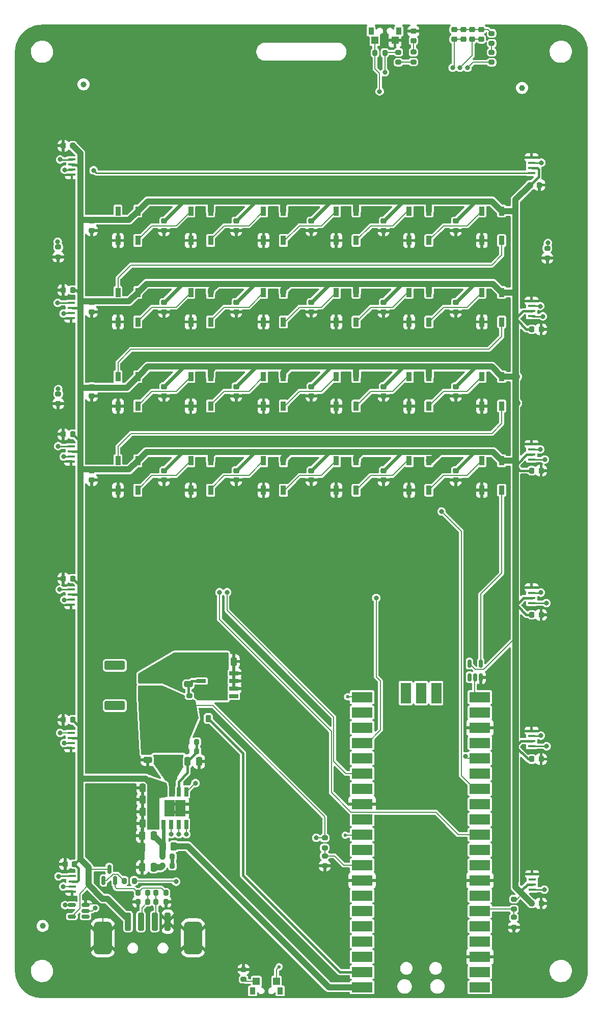
<source format=gbr>
%TF.GenerationSoftware,KiCad,Pcbnew,(7.0.0-0)*%
%TF.CreationDate,2023-03-24T11:45:06-07:00*%
%TF.ProjectId,dfh_badge,6466685f-6261-4646-9765-2e6b69636164,rev?*%
%TF.SameCoordinates,Original*%
%TF.FileFunction,Copper,L1,Top*%
%TF.FilePolarity,Positive*%
%FSLAX46Y46*%
G04 Gerber Fmt 4.6, Leading zero omitted, Abs format (unit mm)*
G04 Created by KiCad (PCBNEW (7.0.0-0)) date 2023-03-24 11:45:06*
%MOMM*%
%LPD*%
G01*
G04 APERTURE LIST*
G04 Aperture macros list*
%AMRoundRect*
0 Rectangle with rounded corners*
0 $1 Rounding radius*
0 $2 $3 $4 $5 $6 $7 $8 $9 X,Y pos of 4 corners*
0 Add a 4 corners polygon primitive as box body*
4,1,4,$2,$3,$4,$5,$6,$7,$8,$9,$2,$3,0*
0 Add four circle primitives for the rounded corners*
1,1,$1+$1,$2,$3*
1,1,$1+$1,$4,$5*
1,1,$1+$1,$6,$7*
1,1,$1+$1,$8,$9*
0 Add four rect primitives between the rounded corners*
20,1,$1+$1,$2,$3,$4,$5,0*
20,1,$1+$1,$4,$5,$6,$7,0*
20,1,$1+$1,$6,$7,$8,$9,0*
20,1,$1+$1,$8,$9,$2,$3,0*%
G04 Aperture macros list end*
%TA.AperFunction,SMDPad,CuDef*%
%ADD10RoundRect,0.225000X0.250000X-0.225000X0.250000X0.225000X-0.250000X0.225000X-0.250000X-0.225000X0*%
%TD*%
%TA.AperFunction,SMDPad,CuDef*%
%ADD11RoundRect,0.225000X0.225000X0.250000X-0.225000X0.250000X-0.225000X-0.250000X0.225000X-0.250000X0*%
%TD*%
%TA.AperFunction,SMDPad,CuDef*%
%ADD12R,0.900000X1.500000*%
%TD*%
%TA.AperFunction,SMDPad,CuDef*%
%ADD13RoundRect,0.150000X0.512500X0.150000X-0.512500X0.150000X-0.512500X-0.150000X0.512500X-0.150000X0*%
%TD*%
%TA.AperFunction,SMDPad,CuDef*%
%ADD14RoundRect,0.200000X-0.275000X0.200000X-0.275000X-0.200000X0.275000X-0.200000X0.275000X0.200000X0*%
%TD*%
%TA.AperFunction,SMDPad,CuDef*%
%ADD15RoundRect,0.225000X-0.225000X-0.250000X0.225000X-0.250000X0.225000X0.250000X-0.225000X0.250000X0*%
%TD*%
%TA.AperFunction,SMDPad,CuDef*%
%ADD16RoundRect,0.200000X-0.200000X-0.275000X0.200000X-0.275000X0.200000X0.275000X-0.200000X0.275000X0*%
%TD*%
%TA.AperFunction,SMDPad,CuDef*%
%ADD17RoundRect,0.250000X-0.250000X-0.475000X0.250000X-0.475000X0.250000X0.475000X-0.250000X0.475000X0*%
%TD*%
%TA.AperFunction,SMDPad,CuDef*%
%ADD18RoundRect,0.200000X0.200000X0.275000X-0.200000X0.275000X-0.200000X-0.275000X0.200000X-0.275000X0*%
%TD*%
%TA.AperFunction,SMDPad,CuDef*%
%ADD19R,1.300000X0.420000*%
%TD*%
%TA.AperFunction,SMDPad,CuDef*%
%ADD20RoundRect,0.250000X0.250000X0.475000X-0.250000X0.475000X-0.250000X-0.475000X0.250000X-0.475000X0*%
%TD*%
%TA.AperFunction,SMDPad,CuDef*%
%ADD21R,1.150000X1.300000*%
%TD*%
%TA.AperFunction,SMDPad,CuDef*%
%ADD22R,0.900000X1.200000*%
%TD*%
%TA.AperFunction,SMDPad,CuDef*%
%ADD23RoundRect,0.250000X0.475000X-0.250000X0.475000X0.250000X-0.475000X0.250000X-0.475000X-0.250000X0*%
%TD*%
%TA.AperFunction,SMDPad,CuDef*%
%ADD24C,1.000000*%
%TD*%
%TA.AperFunction,SMDPad,CuDef*%
%ADD25RoundRect,0.250000X0.250000X-1.250000X0.250000X1.250000X-0.250000X1.250000X-0.250000X-1.250000X0*%
%TD*%
%TA.AperFunction,SMDPad,CuDef*%
%ADD26RoundRect,0.750000X-0.750000X-2.000000X0.750000X-2.000000X0.750000X2.000000X-0.750000X2.000000X0*%
%TD*%
%TA.AperFunction,SMDPad,CuDef*%
%ADD27RoundRect,0.150000X0.150000X-0.512500X0.150000X0.512500X-0.150000X0.512500X-0.150000X-0.512500X0*%
%TD*%
%TA.AperFunction,SMDPad,CuDef*%
%ADD28RoundRect,0.250000X-1.500000X0.250000X-1.500000X-0.250000X1.500000X-0.250000X1.500000X0.250000X0*%
%TD*%
%TA.AperFunction,SMDPad,CuDef*%
%ADD29RoundRect,0.250001X-1.449999X0.499999X-1.449999X-0.499999X1.449999X-0.499999X1.449999X0.499999X0*%
%TD*%
%TA.AperFunction,SMDPad,CuDef*%
%ADD30R,1.500000X0.650000*%
%TD*%
%TA.AperFunction,SMDPad,CuDef*%
%ADD31R,1.350000X1.800000*%
%TD*%
%TA.AperFunction,SMDPad,CuDef*%
%ADD32RoundRect,0.225000X0.225000X0.375000X-0.225000X0.375000X-0.225000X-0.375000X0.225000X-0.375000X0*%
%TD*%
%TA.AperFunction,SMDPad,CuDef*%
%ADD33R,3.700000X1.100000*%
%TD*%
%TA.AperFunction,SMDPad,CuDef*%
%ADD34RoundRect,0.250000X-0.475000X0.250000X-0.475000X-0.250000X0.475000X-0.250000X0.475000X0.250000X0*%
%TD*%
%TA.AperFunction,SMDPad,CuDef*%
%ADD35RoundRect,0.250000X0.262500X0.450000X-0.262500X0.450000X-0.262500X-0.450000X0.262500X-0.450000X0*%
%TD*%
%TA.AperFunction,SMDPad,CuDef*%
%ADD36R,3.500000X1.700000*%
%TD*%
%TA.AperFunction,SMDPad,CuDef*%
%ADD37R,1.700000X3.500000*%
%TD*%
%TA.AperFunction,SMDPad,CuDef*%
%ADD38RoundRect,0.218750X0.256250X-0.218750X0.256250X0.218750X-0.256250X0.218750X-0.256250X-0.218750X0*%
%TD*%
%TA.AperFunction,SMDPad,CuDef*%
%ADD39RoundRect,0.218750X-0.256250X0.218750X-0.256250X-0.218750X0.256250X-0.218750X0.256250X0.218750X0*%
%TD*%
%TA.AperFunction,SMDPad,CuDef*%
%ADD40R,0.650000X1.500000*%
%TD*%
%TA.AperFunction,SMDPad,CuDef*%
%ADD41R,1.800000X1.350000*%
%TD*%
%TA.AperFunction,SMDPad,CuDef*%
%ADD42RoundRect,0.150000X0.150000X-0.587500X0.150000X0.587500X-0.150000X0.587500X-0.150000X-0.587500X0*%
%TD*%
%TA.AperFunction,SMDPad,CuDef*%
%ADD43RoundRect,0.200000X0.275000X-0.200000X0.275000X0.200000X-0.275000X0.200000X-0.275000X-0.200000X0*%
%TD*%
%TA.AperFunction,ViaPad*%
%ADD44C,0.800000*%
%TD*%
%TA.AperFunction,ViaPad*%
%ADD45C,0.600000*%
%TD*%
%TA.AperFunction,Conductor*%
%ADD46C,0.200000*%
%TD*%
%TA.AperFunction,Conductor*%
%ADD47C,1.000000*%
%TD*%
%TA.AperFunction,Conductor*%
%ADD48C,0.600000*%
%TD*%
%TA.AperFunction,Conductor*%
%ADD49C,0.400000*%
%TD*%
%TA.AperFunction,Conductor*%
%ADD50C,0.250000*%
%TD*%
G04 APERTURE END LIST*
D10*
%TO.P,C22,1*%
%TO.N,GND*%
X41275000Y-81350000D03*
%TO.P,C22,2*%
%TO.N,+5V*%
X41275000Y-79800000D03*
%TD*%
D11*
%TO.P,C45,1*%
%TO.N,GND*%
X115975001Y-141752500D03*
%TO.P,C45,2*%
%TO.N,+5V*%
X114425001Y-141752500D03*
%TD*%
D12*
%TO.P,D26,1,VDD*%
%TO.N,+5V*%
X97324999Y-50574999D03*
%TO.P,D26,2,DOUT*%
%TO.N,Net-(D26-DOUT)*%
X94024999Y-50574999D03*
%TO.P,D26,3,VSS*%
%TO.N,GND*%
X94024999Y-55474999D03*
%TO.P,D26,4,DIN*%
%TO.N,Net-(D25-DOUT)*%
X97324999Y-55474999D03*
%TD*%
D13*
%TO.P,U2,1*%
%TO.N,N/C*%
X40237500Y-167950000D03*
%TO.P,U2,2*%
%TO.N,/rim_pixels_sig*%
X40237500Y-167000000D03*
%TO.P,U2,3,GND*%
%TO.N,GND*%
X40237500Y-166050000D03*
%TO.P,U2,4*%
%TO.N,/rim_pixels_in*%
X37962500Y-166050000D03*
%TO.P,U2,5,VCC*%
%TO.N,+5V*%
X37962500Y-167950000D03*
%TD*%
D14*
%TO.P,R23,1*%
%TO.N,/sense_5V*%
X111450000Y-168075000D03*
%TO.P,R23,2*%
%TO.N,GND*%
X111450000Y-169725000D03*
%TD*%
D15*
%TO.P,C40,1*%
%TO.N,GND*%
X36540000Y-87725000D03*
%TO.P,C40,2*%
%TO.N,+5V*%
X38090000Y-87725000D03*
%TD*%
D16*
%TO.P,R9,1*%
%TO.N,Net-(C2-Pad1)*%
X53020000Y-159500000D03*
%TO.P,R9,2*%
%TO.N,Net-(R8-Pad1)*%
X54670000Y-159500000D03*
%TD*%
D17*
%TO.P,C5,1*%
%TO.N,Net-(U5-BAT)*%
X57190000Y-142170000D03*
%TO.P,C5,2*%
%TO.N,GND*%
X59090000Y-142170000D03*
%TD*%
D18*
%TO.P,R16,1*%
%TO.N,Net-(U5-BAT)*%
X58735000Y-140400000D03*
%TO.P,R16,2*%
%TO.N,+BATT*%
X57085000Y-140400000D03*
%TD*%
D19*
%TO.P,D33,1,DIN*%
%TO.N,Net-(D32-DOUT)*%
X37849999Y-113534999D03*
%TO.P,D33,2,VDD*%
%TO.N,+5V*%
X37849999Y-114384999D03*
%TO.P,D33,3,DOUT*%
%TO.N,Net-(D33-DOUT)*%
X37849999Y-115234999D03*
%TO.P,D33,4,VSS*%
%TO.N,GND*%
X37849999Y-116084999D03*
%TD*%
D10*
%TO.P,C12,1*%
%TO.N,GND*%
X89775000Y-95350000D03*
%TO.P,C12,2*%
%TO.N,+5V*%
X89775000Y-93800000D03*
%TD*%
%TO.P,C29,1*%
%TO.N,GND*%
X101775000Y-53800000D03*
%TO.P,C29,2*%
%TO.N,+5V*%
X101775000Y-52250000D03*
%TD*%
D20*
%TO.P,C10,1*%
%TO.N,+5V*%
X51595000Y-146500000D03*
%TO.P,C10,2*%
%TO.N,GND*%
X49695000Y-146500000D03*
%TD*%
D21*
%TO.P,SW2,1,1*%
%TO.N,/sw_press*%
X88324999Y-22174999D03*
%TO.P,SW2,2,2*%
%TO.N,GND*%
X91674999Y-22174999D03*
D22*
%TO.P,SW2,MP*%
%TO.N,N/C*%
X87699999Y-20624999D03*
X92299999Y-20624999D03*
%TD*%
D19*
%TO.P,D39,1,DIN*%
%TO.N,Net-(D38-DOUT)*%
X114399999Y-91929999D03*
%TO.P,D39,2,VDD*%
%TO.N,+5V*%
X114399999Y-91079999D03*
%TO.P,D39,3,DOUT*%
%TO.N,Net-(D39-DOUT)*%
X114399999Y-90229999D03*
%TO.P,D39,4,VSS*%
%TO.N,GND*%
X114399999Y-89379999D03*
%TD*%
D12*
%TO.P,D13,1,VDD*%
%TO.N,+5V*%
X109424999Y-78124999D03*
%TO.P,D13,2,DOUT*%
%TO.N,Net-(D13-DOUT)*%
X106124999Y-78124999D03*
%TO.P,D13,3,VSS*%
%TO.N,GND*%
X106124999Y-83024999D03*
%TO.P,D13,4,DIN*%
%TO.N,/Pixels/DOUT*%
X109424999Y-83024999D03*
%TD*%
D19*
%TO.P,D36,1,DIN*%
%TO.N,Net-(D35-DOUT)*%
X37949999Y-41999999D03*
%TO.P,D36,2,VDD*%
%TO.N,+5V*%
X37949999Y-42849999D03*
%TO.P,D36,3,DOUT*%
%TO.N,/RimPixels/DOUT*%
X37949999Y-43699999D03*
%TO.P,D36,4,VSS*%
%TO.N,GND*%
X37949999Y-44549999D03*
%TD*%
%TO.P,D42,1,DIN*%
%TO.N,Net-(D41-DOUT)*%
X114487499Y-163474999D03*
%TO.P,D42,2,VDD*%
%TO.N,+5V*%
X114487499Y-162624999D03*
%TO.P,D42,3,DOUT*%
%TO.N,/RimPixels1/DOUT*%
X114487499Y-161774999D03*
%TO.P,D42,4,VSS*%
%TO.N,GND*%
X114487499Y-160924999D03*
%TD*%
D10*
%TO.P,C32,1*%
%TO.N,GND*%
X65275000Y-53800000D03*
%TO.P,C32,2*%
%TO.N,+5V*%
X65275000Y-52250000D03*
%TD*%
D23*
%TO.P,C1,1*%
%TO.N,Net-(U4-VDD)*%
X57350000Y-129295000D03*
%TO.P,C1,2*%
%TO.N,-BATT*%
X57350000Y-127395000D03*
%TD*%
D12*
%TO.P,D8,1,VDD*%
%TO.N,+5V*%
X97324999Y-92124999D03*
%TO.P,D8,2,DOUT*%
%TO.N,Net-(D8-DOUT)*%
X94024999Y-92124999D03*
%TO.P,D8,3,VSS*%
%TO.N,GND*%
X94024999Y-97024999D03*
%TO.P,D8,4,DIN*%
%TO.N,Net-(D7-DOUT)*%
X97324999Y-97024999D03*
%TD*%
D24*
%TO.P,FID1,*%
%TO.N,*%
X33100000Y-169500000D03*
%TD*%
D14*
%TO.P,R6,1*%
%TO.N,/touch2*%
X117000000Y-56775000D03*
%TO.P,R6,2*%
%TO.N,GND*%
X117000000Y-58425000D03*
%TD*%
D19*
%TO.P,D40,1,DIN*%
%TO.N,Net-(D39-DOUT)*%
X114399999Y-115769999D03*
%TO.P,D40,2,VDD*%
%TO.N,+5V*%
X114399999Y-114919999D03*
%TO.P,D40,3,DOUT*%
%TO.N,Net-(D40-DOUT)*%
X114399999Y-114069999D03*
%TO.P,D40,4,VSS*%
%TO.N,GND*%
X114399999Y-113219999D03*
%TD*%
D25*
%TO.P,J2,1,VBUS*%
%TO.N,+5V*%
X47300000Y-168800000D03*
%TO.P,J2,2,D-*%
%TO.N,/Power/USB_D+*%
X49450000Y-168800000D03*
%TO.P,J2,3,D+*%
%TO.N,/Power/USB_D-*%
X51750000Y-168800000D03*
%TO.P,J2,4,GND*%
%TO.N,GND*%
X53900000Y-168800000D03*
D26*
%TO.P,J2,5,Shield*%
X43100000Y-171500000D03*
X58100000Y-171500000D03*
%TD*%
D12*
%TO.P,D14,1,VDD*%
%TO.N,+5V*%
X97324999Y-78124999D03*
%TO.P,D14,2,DOUT*%
%TO.N,Net-(D14-DOUT)*%
X94024999Y-78124999D03*
%TO.P,D14,3,VSS*%
%TO.N,GND*%
X94024999Y-83024999D03*
%TO.P,D14,4,DIN*%
%TO.N,Net-(D13-DOUT)*%
X97324999Y-83024999D03*
%TD*%
%TO.P,D24,1,VDD*%
%TO.N,+5V*%
X48924999Y-64124999D03*
%TO.P,D24,2,DOUT*%
%TO.N,/Pixels2/DOUT*%
X45624999Y-64124999D03*
%TO.P,D24,3,VSS*%
%TO.N,GND*%
X45624999Y-69024999D03*
%TO.P,D24,4,DIN*%
%TO.N,Net-(D23-DOUT)*%
X48924999Y-69024999D03*
%TD*%
D18*
%TO.P,R17,1*%
%TO.N,Net-(U5-BAT)*%
X58735000Y-138900000D03*
%TO.P,R17,2*%
%TO.N,+BATT*%
X57085000Y-138900000D03*
%TD*%
D24*
%TO.P,FID2,*%
%TO.N,*%
X112800000Y-30100000D03*
%TD*%
D10*
%TO.P,C26,1*%
%TO.N,GND*%
X65275000Y-67350000D03*
%TO.P,C26,2*%
%TO.N,+5V*%
X65275000Y-65800000D03*
%TD*%
%TO.P,C16,1*%
%TO.N,GND*%
X41275000Y-95350000D03*
%TO.P,C16,2*%
%TO.N,+5V*%
X41275000Y-93800000D03*
%TD*%
D12*
%TO.P,D28,1,VDD*%
%TO.N,+5V*%
X73124999Y-50574999D03*
%TO.P,D28,2,DOUT*%
%TO.N,Net-(D28-DOUT)*%
X69824999Y-50574999D03*
%TO.P,D28,3,VSS*%
%TO.N,GND*%
X69824999Y-55474999D03*
%TO.P,D28,4,DIN*%
%TO.N,Net-(D27-DOUT)*%
X73124999Y-55474999D03*
%TD*%
D15*
%TO.P,C35,1*%
%TO.N,GND*%
X36539999Y-39725000D03*
%TO.P,C35,2*%
%TO.N,+5V*%
X38089999Y-39725000D03*
%TD*%
D19*
%TO.P,D41,1,DIN*%
%TO.N,Net-(D40-DOUT)*%
X114399999Y-139609999D03*
%TO.P,D41,2,VDD*%
%TO.N,+5V*%
X114399999Y-138759999D03*
%TO.P,D41,3,DOUT*%
%TO.N,Net-(D41-DOUT)*%
X114399999Y-137909999D03*
%TO.P,D41,4,VSS*%
%TO.N,GND*%
X114399999Y-137059999D03*
%TD*%
D10*
%TO.P,C33,1*%
%TO.N,GND*%
X53275000Y-53800000D03*
%TO.P,C33,2*%
%TO.N,+5V*%
X53275000Y-52250000D03*
%TD*%
D27*
%TO.P,U1,1*%
%TO.N,N/C*%
X104050000Y-128137500D03*
%TO.P,U1,2*%
%TO.N,/grid_pixels_sig*%
X105000000Y-128137500D03*
%TO.P,U1,3,GND*%
%TO.N,GND*%
X105950000Y-128137500D03*
%TO.P,U1,4*%
%TO.N,/grid_pixels_in*%
X105950000Y-125862500D03*
%TO.P,U1,5,VCC*%
%TO.N,+5V*%
X104050000Y-125862500D03*
%TD*%
D12*
%TO.P,D29,1,VDD*%
%TO.N,+5V*%
X61024999Y-50574999D03*
%TO.P,D29,2,DOUT*%
%TO.N,Net-(D29-DOUT)*%
X57724999Y-50574999D03*
%TO.P,D29,3,VSS*%
%TO.N,GND*%
X57724999Y-55474999D03*
%TO.P,D29,4,DIN*%
%TO.N,Net-(D28-DOUT)*%
X61024999Y-55474999D03*
%TD*%
D19*
%TO.P,D38,1,DIN*%
%TO.N,Net-(D37-DOUT)*%
X114399999Y-68089999D03*
%TO.P,D38,2,VDD*%
%TO.N,+5V*%
X114399999Y-67239999D03*
%TO.P,D38,3,DOUT*%
%TO.N,Net-(D38-DOUT)*%
X114399999Y-66389999D03*
%TO.P,D38,4,VSS*%
%TO.N,GND*%
X114399999Y-65539999D03*
%TD*%
D10*
%TO.P,C11,1*%
%TO.N,GND*%
X101775000Y-95350000D03*
%TO.P,C11,2*%
%TO.N,+5V*%
X101775000Y-93800000D03*
%TD*%
D12*
%TO.P,D25,1,VDD*%
%TO.N,+5V*%
X109424999Y-50574999D03*
%TO.P,D25,2,DOUT*%
%TO.N,Net-(D25-DOUT)*%
X106124999Y-50574999D03*
%TO.P,D25,3,VSS*%
%TO.N,GND*%
X106124999Y-55474999D03*
%TO.P,D25,4,DIN*%
%TO.N,/Pixels2/DOUT*%
X109424999Y-55474999D03*
%TD*%
D10*
%TO.P,C18,1*%
%TO.N,GND*%
X89775000Y-81350000D03*
%TO.P,C18,2*%
%TO.N,+5V*%
X89775000Y-79800000D03*
%TD*%
%TO.P,C25,1*%
%TO.N,GND*%
X77775000Y-67350000D03*
%TO.P,C25,2*%
%TO.N,+5V*%
X77775000Y-65800000D03*
%TD*%
D28*
%TO.P,J1,1,Pin_1*%
%TO.N,-BATT*%
X50850000Y-128500000D03*
%TO.P,J1,2,Pin_2*%
%TO.N,+BATT*%
X50850000Y-130500000D03*
D29*
%TO.P,J1,MP*%
%TO.N,N/C*%
X45100000Y-126150000D03*
X45100000Y-132850000D03*
%TD*%
D19*
%TO.P,D35,1,DIN*%
%TO.N,Net-(D34-DOUT)*%
X37849999Y-65854999D03*
%TO.P,D35,2,VDD*%
%TO.N,+5V*%
X37849999Y-66704999D03*
%TO.P,D35,3,DOUT*%
%TO.N,Net-(D35-DOUT)*%
X37849999Y-67554999D03*
%TO.P,D35,4,VSS*%
%TO.N,GND*%
X37849999Y-68404999D03*
%TD*%
D10*
%TO.P,C17,1*%
%TO.N,GND*%
X101775000Y-81350000D03*
%TO.P,C17,2*%
%TO.N,+5V*%
X101775000Y-79800000D03*
%TD*%
D14*
%TO.P,R7,1*%
%TO.N,Net-(U4-VDD)*%
X57500000Y-131175000D03*
%TO.P,R7,2*%
%TO.N,+BATT*%
X57500000Y-132825000D03*
%TD*%
%TO.P,R14,1*%
%TO.N,/led_on*%
X92250000Y-24175000D03*
%TO.P,R14,2*%
%TO.N,Net-(R14-Pad2)*%
X92250000Y-25825000D03*
%TD*%
D10*
%TO.P,C15,1*%
%TO.N,GND*%
X53275000Y-95350000D03*
%TO.P,C15,2*%
%TO.N,+5V*%
X53275000Y-93800000D03*
%TD*%
D15*
%TO.P,C36,1*%
%TO.N,GND*%
X36815000Y-159225000D03*
%TO.P,C36,2*%
%TO.N,+5V*%
X38365000Y-159225000D03*
%TD*%
D30*
%TO.P,U4,1,NC*%
%TO.N,unconnected-(U4-NC-Pad1)*%
X64874999Y-131304999D03*
%TO.P,U4,2,VM*%
%TO.N,GND*%
X64874999Y-130034999D03*
%TO.P,U4,3,VM*%
X64874999Y-128764999D03*
%TO.P,U4,4,VM*%
X64874999Y-127494999D03*
%TO.P,U4,5,GND*%
%TO.N,-BATT*%
X59474999Y-127494999D03*
%TO.P,U4,6,VDD*%
%TO.N,Net-(U4-VDD)*%
X59474999Y-128764999D03*
%TO.P,U4,7,GND*%
%TO.N,-BATT*%
X59474999Y-130034999D03*
%TO.P,U4,8,GND*%
X59474999Y-131304999D03*
D31*
%TO.P,U4,9,EPAD*%
X62849999Y-130299999D03*
X62849999Y-128499999D03*
X61499999Y-130299999D03*
X61499999Y-128499999D03*
%TD*%
D10*
%TO.P,C23,1*%
%TO.N,GND*%
X101775000Y-67350000D03*
%TO.P,C23,2*%
%TO.N,+5V*%
X101775000Y-65800000D03*
%TD*%
%TO.P,C24,1*%
%TO.N,GND*%
X89775000Y-67350000D03*
%TO.P,C24,2*%
%TO.N,+5V*%
X89775000Y-65800000D03*
%TD*%
D15*
%TO.P,C39,1*%
%TO.N,GND*%
X36540000Y-63725000D03*
%TO.P,C39,2*%
%TO.N,+5V*%
X38090000Y-63725000D03*
%TD*%
D12*
%TO.P,D10,1,VDD*%
%TO.N,+5V*%
X73124999Y-92124999D03*
%TO.P,D10,2,DOUT*%
%TO.N,Net-(D10-DOUT)*%
X69824999Y-92124999D03*
%TO.P,D10,3,VSS*%
%TO.N,GND*%
X69824999Y-97024999D03*
%TO.P,D10,4,DIN*%
%TO.N,Net-(D10-DIN)*%
X73124999Y-97024999D03*
%TD*%
D10*
%TO.P,C34,1*%
%TO.N,GND*%
X41275000Y-53800000D03*
%TO.P,C34,2*%
%TO.N,+5V*%
X41275000Y-52250000D03*
%TD*%
D12*
%TO.P,D20,1,VDD*%
%TO.N,+5V*%
X97324999Y-64124999D03*
%TO.P,D20,2,DOUT*%
%TO.N,Net-(D20-DOUT)*%
X94024999Y-64124999D03*
%TO.P,D20,3,VSS*%
%TO.N,GND*%
X94024999Y-69024999D03*
%TO.P,D20,4,DIN*%
%TO.N,Net-(D19-DOUT)*%
X97324999Y-69024999D03*
%TD*%
D20*
%TO.P,C4,1*%
%TO.N,GND*%
X64850000Y-125500000D03*
%TO.P,C4,2*%
%TO.N,-BATT*%
X62950000Y-125500000D03*
%TD*%
D14*
%TO.P,R11,1*%
%TO.N,Net-(D2-K)*%
X107750000Y-21025000D03*
%TO.P,R11,2*%
%TO.N,Net-(R10-Pad1)*%
X107750000Y-22675000D03*
%TD*%
D12*
%TO.P,D23,1,VDD*%
%TO.N,+5V*%
X61024999Y-64124999D03*
%TO.P,D23,2,DOUT*%
%TO.N,Net-(D23-DOUT)*%
X57724999Y-64124999D03*
%TO.P,D23,3,VSS*%
%TO.N,GND*%
X57724999Y-69024999D03*
%TO.P,D23,4,DIN*%
%TO.N,Net-(D22-DOUT)*%
X61024999Y-69024999D03*
%TD*%
D32*
%TO.P,D1,1,K*%
%TO.N,Net-(D1-K)*%
X60650000Y-135000000D03*
%TO.P,D1,2,A*%
%TO.N,+BATT*%
X57350000Y-135000000D03*
%TD*%
D20*
%TO.P,C3,1*%
%TO.N,Net-(U5-VIN)*%
X51545000Y-154500000D03*
%TO.P,C3,2*%
%TO.N,GND*%
X49645000Y-154500000D03*
%TD*%
D16*
%TO.P,R18,1*%
%TO.N,Net-(Q1-E)*%
X48950000Y-164000000D03*
%TO.P,R18,2*%
%TO.N,/Power/USB_D+*%
X50600000Y-164000000D03*
%TD*%
D12*
%TO.P,D21,1,VDD*%
%TO.N,+5V*%
X85224999Y-64124999D03*
%TO.P,D21,2,DOUT*%
%TO.N,Net-(D21-DOUT)*%
X81924999Y-64124999D03*
%TO.P,D21,3,VSS*%
%TO.N,GND*%
X81924999Y-69024999D03*
%TO.P,D21,4,DIN*%
%TO.N,Net-(D20-DOUT)*%
X85224999Y-69024999D03*
%TD*%
D10*
%TO.P,C27,1*%
%TO.N,GND*%
X53275000Y-67350000D03*
%TO.P,C27,2*%
%TO.N,+5V*%
X53275000Y-65800000D03*
%TD*%
D12*
%TO.P,D15,1,VDD*%
%TO.N,+5V*%
X85224999Y-78124999D03*
%TO.P,D15,2,DOUT*%
%TO.N,Net-(D15-DOUT)*%
X81924999Y-78124999D03*
%TO.P,D15,3,VSS*%
%TO.N,GND*%
X81924999Y-83024999D03*
%TO.P,D15,4,DIN*%
%TO.N,Net-(D14-DOUT)*%
X85224999Y-83024999D03*
%TD*%
D14*
%TO.P,R5,1*%
%TO.N,GND*%
X66505000Y-176725000D03*
%TO.P,R5,2*%
%TO.N,Net-(R5-Pad2)*%
X66505000Y-178375000D03*
%TD*%
D10*
%TO.P,C28,1*%
%TO.N,GND*%
X41275000Y-67350000D03*
%TO.P,C28,2*%
%TO.N,+5V*%
X41275000Y-65800000D03*
%TD*%
D19*
%TO.P,D34,1,DIN*%
%TO.N,Net-(D33-DOUT)*%
X37849999Y-89694999D03*
%TO.P,D34,2,VDD*%
%TO.N,+5V*%
X37849999Y-90544999D03*
%TO.P,D34,3,DOUT*%
%TO.N,Net-(D34-DOUT)*%
X37849999Y-91394999D03*
%TO.P,D34,4,VSS*%
%TO.N,GND*%
X37849999Y-92244999D03*
%TD*%
D16*
%TO.P,R22,1*%
%TO.N,/Power/USB_D-*%
X51950000Y-165500000D03*
%TO.P,R22,2*%
%TO.N,GND*%
X53600000Y-165500000D03*
%TD*%
D33*
%TO.P,L1,1,1*%
%TO.N,/Power/sw*%
X54094999Y-141999999D03*
%TO.P,L1,2,2*%
%TO.N,+BATT*%
X54094999Y-138999999D03*
%TD*%
D34*
%TO.P,C6,1*%
%TO.N,+BATT*%
X50595000Y-140000000D03*
%TO.P,C6,2*%
%TO.N,GND*%
X50595000Y-141900000D03*
%TD*%
D18*
%TO.P,R21,1*%
%TO.N,Net-(Q1-E)*%
X53600000Y-164000000D03*
%TO.P,R21,2*%
%TO.N,/Power/USB_D-*%
X51950000Y-164000000D03*
%TD*%
D35*
%TO.P,F1,1*%
%TO.N,VBUS*%
X54912500Y-156250000D03*
%TO.P,F1,2*%
%TO.N,Net-(U5-VIN)*%
X53087500Y-156250000D03*
%TD*%
D36*
%TO.P,U3,1,GPIO0*%
%TO.N,unconnected-(U3-GPIO0-Pad1)*%
X105789999Y-179699999D03*
%TO.P,U3,2,GPIO1*%
%TO.N,unconnected-(U3-GPIO1-Pad2)*%
X105789999Y-177159999D03*
%TO.P,U3,3,GND*%
%TO.N,GND*%
X105789999Y-174619999D03*
%TO.P,U3,4,GPIO2*%
%TO.N,unconnected-(U3-GPIO2-Pad4)*%
X105789999Y-172079999D03*
%TO.P,U3,5,GPIO3*%
%TO.N,unconnected-(U3-GPIO3-Pad5)*%
X105789999Y-169539999D03*
%TO.P,U3,6,GPIO4*%
%TO.N,/sense_5V*%
X105789999Y-166999999D03*
%TO.P,U3,7,GPIO5*%
%TO.N,unconnected-(U3-GPIO5-Pad7)*%
X105789999Y-164459999D03*
%TO.P,U3,8,GND*%
%TO.N,GND*%
X105789999Y-161919999D03*
%TO.P,U3,9,GPIO6*%
%TO.N,unconnected-(U3-GPIO6-Pad9)*%
X105789999Y-159379999D03*
%TO.P,U3,10,GPIO7*%
%TO.N,unconnected-(U3-GPIO7-Pad10)*%
X105789999Y-156839999D03*
%TO.P,U3,11,GPIO8*%
%TO.N,/touch1*%
X105789999Y-154299999D03*
%TO.P,U3,12,GPIO9*%
%TO.N,unconnected-(U3-GPIO9-Pad12)*%
X105789999Y-151759999D03*
%TO.P,U3,13,GND*%
%TO.N,unconnected-(U3-GND-Pad13)*%
X105789999Y-149219999D03*
%TO.P,U3,14,GPIO10*%
%TO.N,/sw_press*%
X105789999Y-146679999D03*
%TO.P,U3,15,GPIO11*%
%TO.N,unconnected-(U3-GPIO11-Pad15)*%
X105789999Y-144139999D03*
%TO.P,U3,16,GPIO12*%
%TO.N,/touch2*%
X105789999Y-141599999D03*
%TO.P,U3,17,GPIO13*%
%TO.N,unconnected-(U3-GPIO13-Pad17)*%
X105789999Y-139059999D03*
%TO.P,U3,18,GND*%
%TO.N,GND*%
X105789999Y-136519999D03*
%TO.P,U3,19,GPIO14*%
%TO.N,unconnected-(U3-GPIO14-Pad19)*%
X105789999Y-133979999D03*
%TO.P,U3,20,GPIO15*%
%TO.N,/grid_pixels_sig*%
X105789999Y-131439999D03*
%TO.P,U3,21,GPIO16*%
%TO.N,/rim_pixels_sig*%
X86209999Y-131439999D03*
%TO.P,U3,22,GPIO17*%
%TO.N,unconnected-(U3-GPIO17-Pad22)*%
X86209999Y-133979999D03*
%TO.P,U3,23,GND*%
%TO.N,unconnected-(U3-GND-Pad23)*%
X86209999Y-136519999D03*
%TO.P,U3,24,GPIO18*%
%TO.N,/led_on*%
X86209999Y-139059999D03*
%TO.P,U3,25,GPIO19*%
%TO.N,unconnected-(U3-GPIO19-Pad25)*%
X86209999Y-141599999D03*
%TO.P,U3,26,GPIO20*%
%TO.N,/touch0*%
X86209999Y-144139999D03*
%TO.P,U3,27,GPIO21*%
%TO.N,unconnected-(U3-GPIO21-Pad27)*%
X86209999Y-146679999D03*
%TO.P,U3,28,GND*%
%TO.N,GND*%
X86209999Y-149219999D03*
%TO.P,U3,29,GPIO22*%
%TO.N,unconnected-(U3-GPIO22-Pad29)*%
X86209999Y-151759999D03*
%TO.P,U3,30,RUN*%
%TO.N,/RESET*%
X86209999Y-154299999D03*
%TO.P,U3,31,GPIO26_ADC0*%
%TO.N,unconnected-(U3-GPIO26_ADC0-Pad31)*%
X86209999Y-156839999D03*
%TO.P,U3,32,GPIO27_ADC1*%
%TO.N,/sense_vbat*%
X86209999Y-159379999D03*
%TO.P,U3,33,AGND*%
%TO.N,GND*%
X86209999Y-161919999D03*
%TO.P,U3,34,GPIO28_ADC2*%
%TO.N,unconnected-(U3-GPIO28_ADC2-Pad34)*%
X86209999Y-164459999D03*
%TO.P,U3,35,ADC_VREF*%
%TO.N,unconnected-(U3-ADC_VREF-Pad35)*%
X86209999Y-166999999D03*
%TO.P,U3,36,3V3*%
%TO.N,unconnected-(U3-3V3-Pad36)*%
X86209999Y-169539999D03*
%TO.P,U3,37,3V3_EN*%
%TO.N,unconnected-(U3-3V3_EN-Pad37)*%
X86209999Y-172079999D03*
%TO.P,U3,38,GND*%
%TO.N,unconnected-(U3-GND-Pad38)*%
X86209999Y-174619999D03*
%TO.P,U3,39,VSYS*%
%TO.N,Net-(D1-K)*%
X86209999Y-177159999D03*
%TO.P,U3,40,VBUS*%
%TO.N,VBUS*%
X86209999Y-179699999D03*
D37*
%TO.P,U3,41,SWCLK*%
%TO.N,unconnected-(U3-SWCLK-Pad41)*%
X98539999Y-130769999D03*
%TO.P,U3,42,GND*%
%TO.N,unconnected-(U3-GND-Pad42)*%
X95999999Y-130769999D03*
%TO.P,U3,43,SWDIO*%
%TO.N,unconnected-(U3-SWDIO-Pad43)*%
X93459999Y-130769999D03*
%TD*%
D14*
%TO.P,R2,1*%
%TO.N,+BATT*%
X79990000Y-154855000D03*
%TO.P,R2,2*%
%TO.N,/sense_vbat*%
X79990000Y-156505000D03*
%TD*%
D12*
%TO.P,D27,1,VDD*%
%TO.N,+5V*%
X85224999Y-50574999D03*
%TO.P,D27,2,DOUT*%
%TO.N,Net-(D27-DOUT)*%
X81924999Y-50574999D03*
%TO.P,D27,3,VSS*%
%TO.N,GND*%
X81924999Y-55474999D03*
%TO.P,D27,4,DIN*%
%TO.N,Net-(D26-DOUT)*%
X85224999Y-55474999D03*
%TD*%
D10*
%TO.P,C31,1*%
%TO.N,GND*%
X77775000Y-53800000D03*
%TO.P,C31,2*%
%TO.N,+5V*%
X77775000Y-52250000D03*
%TD*%
D19*
%TO.P,D37,1,DIN*%
%TO.N,/RimPixels/DOUT*%
X114399999Y-44249999D03*
%TO.P,D37,2,VDD*%
%TO.N,+5V*%
X114399999Y-43399999D03*
%TO.P,D37,3,DOUT*%
%TO.N,Net-(D37-DOUT)*%
X114399999Y-42549999D03*
%TO.P,D37,4,VSS*%
%TO.N,GND*%
X114399999Y-41699999D03*
%TD*%
D38*
%TO.P,D3,1,K*%
%TO.N,Net-(D2-A)*%
X103040000Y-21962500D03*
%TO.P,D3,2,A*%
%TO.N,Net-(D2-K)*%
X103040000Y-20387500D03*
%TD*%
D11*
%TO.P,C44,1*%
%TO.N,GND*%
X115975001Y-93752500D03*
%TO.P,C44,2*%
%TO.N,+5V*%
X114425001Y-93752500D03*
%TD*%
D38*
%TO.P,D5,1,K*%
%TO.N,Net-(D4-A)*%
X106040000Y-21975000D03*
%TO.P,D5,2,A*%
%TO.N,Net-(D2-K)*%
X106040000Y-20400000D03*
%TD*%
D10*
%TO.P,C13,1*%
%TO.N,GND*%
X77775000Y-95350000D03*
%TO.P,C13,2*%
%TO.N,+5V*%
X77775000Y-93800000D03*
%TD*%
D39*
%TO.P,D4,1,K*%
%TO.N,Net-(D2-K)*%
X104500000Y-20412500D03*
%TO.P,D4,2,A*%
%TO.N,Net-(D4-A)*%
X104500000Y-21987500D03*
%TD*%
D24*
%TO.P,FID3,*%
%TO.N,*%
X39900000Y-29500000D03*
%TD*%
D11*
%TO.P,C43,1*%
%TO.N,GND*%
X115975001Y-70252500D03*
%TO.P,C43,2*%
%TO.N,+5V*%
X114425001Y-70252500D03*
%TD*%
D40*
%TO.P,U5,1,VIN*%
%TO.N,Net-(U5-VIN)*%
X53194999Y-152599999D03*
%TO.P,U5,2,LED1*%
%TO.N,Net-(D2-A)*%
X54464999Y-152599999D03*
%TO.P,U5,3,LED2*%
%TO.N,Net-(D4-A)*%
X55734999Y-152599999D03*
%TO.P,U5,4,LED3*%
%TO.N,Net-(U5-LED3)*%
X57004999Y-152599999D03*
%TO.P,U5,5,KEY*%
%TO.N,/led_on*%
X57004999Y-147199999D03*
%TO.P,U5,6,BAT*%
%TO.N,Net-(U5-BAT)*%
X55734999Y-147199999D03*
%TO.P,U5,7,SW*%
%TO.N,/Power/sw*%
X54464999Y-147199999D03*
%TO.P,U5,8,VOUT*%
%TO.N,+5V*%
X53194999Y-147199999D03*
D41*
%TO.P,U5,9,GND*%
%TO.N,GND*%
X54199999Y-150574999D03*
X55999999Y-150574999D03*
X54199999Y-149224999D03*
X55999999Y-149224999D03*
%TD*%
D18*
%TO.P,R13,1*%
%TO.N,+BATT*%
X48325000Y-162000000D03*
%TO.P,R13,2*%
%TO.N,Net-(Q1-B)*%
X46675000Y-162000000D03*
%TD*%
D12*
%TO.P,D12,1,VDD*%
%TO.N,+5V*%
X48924999Y-92124999D03*
%TO.P,D12,2,DOUT*%
%TO.N,/Pixels/DOUT*%
X45624999Y-92124999D03*
%TO.P,D12,3,VSS*%
%TO.N,GND*%
X45624999Y-97024999D03*
%TO.P,D12,4,DIN*%
%TO.N,Net-(D11-DOUT)*%
X48924999Y-97024999D03*
%TD*%
D18*
%TO.P,R15,1*%
%TO.N,/led_on*%
X90000000Y-24250000D03*
%TO.P,R15,2*%
%TO.N,/sw_press*%
X88350000Y-24250000D03*
%TD*%
D15*
%TO.P,C38,1*%
%TO.N,GND*%
X36540000Y-111725000D03*
%TO.P,C38,2*%
%TO.N,+5V*%
X38090000Y-111725000D03*
%TD*%
D20*
%TO.P,C9,1*%
%TO.N,+5V*%
X51595000Y-148500000D03*
%TO.P,C9,2*%
%TO.N,GND*%
X49695000Y-148500000D03*
%TD*%
D11*
%TO.P,C46,1*%
%TO.N,GND*%
X115975001Y-117752500D03*
%TO.P,C46,2*%
%TO.N,+5V*%
X114425001Y-117752500D03*
%TD*%
D10*
%TO.P,C14,1*%
%TO.N,GND*%
X65275000Y-95350000D03*
%TO.P,C14,2*%
%TO.N,+5V*%
X65275000Y-93800000D03*
%TD*%
D39*
%TO.P,D2,1,K*%
%TO.N,Net-(D2-K)*%
X101500000Y-20412500D03*
%TO.P,D2,2,A*%
%TO.N,Net-(D2-A)*%
X101500000Y-21987500D03*
%TD*%
D15*
%TO.P,C37,1*%
%TO.N,GND*%
X36540000Y-135225000D03*
%TO.P,C37,2*%
%TO.N,+5V*%
X38090000Y-135225000D03*
%TD*%
D14*
%TO.P,R4,1*%
%TO.N,/touch1*%
X35700000Y-80975000D03*
%TO.P,R4,2*%
%TO.N,GND*%
X35700000Y-82625000D03*
%TD*%
D12*
%TO.P,D22,1,VDD*%
%TO.N,+5V*%
X73124999Y-64124999D03*
%TO.P,D22,2,DOUT*%
%TO.N,Net-(D22-DOUT)*%
X69824999Y-64124999D03*
%TO.P,D22,3,VSS*%
%TO.N,GND*%
X69824999Y-69024999D03*
%TO.P,D22,4,DIN*%
%TO.N,Net-(D21-DOUT)*%
X73124999Y-69024999D03*
%TD*%
D10*
%TO.P,C20,1*%
%TO.N,GND*%
X65275000Y-81350000D03*
%TO.P,C20,2*%
%TO.N,+5V*%
X65275000Y-79800000D03*
%TD*%
D14*
%TO.P,R3,1*%
%TO.N,/sense_vbat*%
X80000000Y-157850000D03*
%TO.P,R3,2*%
%TO.N,GND*%
X80000000Y-159500000D03*
%TD*%
D10*
%TO.P,C21,1*%
%TO.N,GND*%
X53275000Y-81350000D03*
%TO.P,C21,2*%
%TO.N,+5V*%
X53275000Y-79800000D03*
%TD*%
D18*
%TO.P,R19,1*%
%TO.N,/Power/USB_D+*%
X50600000Y-165500000D03*
%TO.P,R19,2*%
%TO.N,GND*%
X48950000Y-165500000D03*
%TD*%
D42*
%TO.P,Q1,1,B*%
%TO.N,Net-(Q1-B)*%
X43225000Y-161937500D03*
%TO.P,Q1,2,E*%
%TO.N,Net-(Q1-E)*%
X45125000Y-161937500D03*
%TO.P,Q1,3,C*%
%TO.N,+5V*%
X44175000Y-160062500D03*
%TD*%
D21*
%TO.P,SW1,1,1*%
%TO.N,/RESET*%
X71974999Y-178749999D03*
%TO.P,SW1,2,2*%
%TO.N,Net-(R5-Pad2)*%
X68624999Y-178749999D03*
D22*
%TO.P,SW1,MP*%
%TO.N,N/C*%
X72599999Y-180299999D03*
X67999999Y-180299999D03*
%TD*%
D12*
%TO.P,D7,1,VDD*%
%TO.N,+5V*%
X109424999Y-92124999D03*
%TO.P,D7,2,DOUT*%
%TO.N,Net-(D7-DOUT)*%
X106124999Y-92124999D03*
%TO.P,D7,3,VSS*%
%TO.N,GND*%
X106124999Y-97024999D03*
%TO.P,D7,4,DIN*%
%TO.N,/grid_pixels_in*%
X109424999Y-97024999D03*
%TD*%
%TO.P,D17,1,VDD*%
%TO.N,+5V*%
X61024999Y-78124999D03*
%TO.P,D17,2,DOUT*%
%TO.N,Net-(D17-DOUT)*%
X57724999Y-78124999D03*
%TO.P,D17,3,VSS*%
%TO.N,GND*%
X57724999Y-83024999D03*
%TO.P,D17,4,DIN*%
%TO.N,Net-(D16-DOUT)*%
X61024999Y-83024999D03*
%TD*%
D11*
%TO.P,C42,1*%
%TO.N,GND*%
X115700001Y-46252500D03*
%TO.P,C42,2*%
%TO.N,+5V*%
X114150001Y-46252500D03*
%TD*%
D10*
%TO.P,C30,1*%
%TO.N,GND*%
X89775000Y-53800000D03*
%TO.P,C30,2*%
%TO.N,+5V*%
X89775000Y-52250000D03*
%TD*%
D19*
%TO.P,D32,1,DIN*%
%TO.N,Net-(D31-DOUT)*%
X37849999Y-137374999D03*
%TO.P,D32,2,VDD*%
%TO.N,+5V*%
X37849999Y-138224999D03*
%TO.P,D32,3,DOUT*%
%TO.N,Net-(D32-DOUT)*%
X37849999Y-139074999D03*
%TO.P,D32,4,VSS*%
%TO.N,GND*%
X37849999Y-139924999D03*
%TD*%
D39*
%TO.P,D6,1,K*%
%TO.N,GND*%
X94750000Y-20675000D03*
%TO.P,D6,2,A*%
%TO.N,Net-(D6-A)*%
X94750000Y-22250000D03*
%TD*%
D10*
%TO.P,C19,1*%
%TO.N,GND*%
X77775000Y-81350000D03*
%TO.P,C19,2*%
%TO.N,+5V*%
X77775000Y-79800000D03*
%TD*%
D14*
%TO.P,R10,1*%
%TO.N,Net-(R10-Pad1)*%
X107750000Y-24175000D03*
%TO.P,R10,2*%
%TO.N,Net-(U5-LED3)*%
X107750000Y-25825000D03*
%TD*%
D12*
%TO.P,D16,1,VDD*%
%TO.N,+5V*%
X73124999Y-78124999D03*
%TO.P,D16,2,DOUT*%
%TO.N,Net-(D16-DOUT)*%
X69824999Y-78124999D03*
%TO.P,D16,3,VSS*%
%TO.N,GND*%
X69824999Y-83024999D03*
%TO.P,D16,4,DIN*%
%TO.N,Net-(D15-DOUT)*%
X73124999Y-83024999D03*
%TD*%
D19*
%TO.P,D31,1,DIN*%
%TO.N,/rim_pixels_in*%
X37999999Y-161224999D03*
%TO.P,D31,2,VDD*%
%TO.N,+5V*%
X37999999Y-162074999D03*
%TO.P,D31,3,DOUT*%
%TO.N,Net-(D31-DOUT)*%
X37999999Y-162924999D03*
%TO.P,D31,4,VSS*%
%TO.N,GND*%
X37999999Y-163774999D03*
%TD*%
D18*
%TO.P,R8,1*%
%TO.N,Net-(R8-Pad1)*%
X54670000Y-158000000D03*
%TO.P,R8,2*%
%TO.N,Net-(U5-VIN)*%
X53020000Y-158000000D03*
%TD*%
D20*
%TO.P,C7,1*%
%TO.N,+5V*%
X51595000Y-152500000D03*
%TO.P,C7,2*%
%TO.N,GND*%
X49695000Y-152500000D03*
%TD*%
%TO.P,C8,1*%
%TO.N,+5V*%
X51595000Y-150500000D03*
%TO.P,C8,2*%
%TO.N,GND*%
X49695000Y-150500000D03*
%TD*%
D12*
%TO.P,D18,1,VDD*%
%TO.N,+5V*%
X48924999Y-78124999D03*
%TO.P,D18,2,DOUT*%
%TO.N,/Pixels1/DOUT*%
X45624999Y-78124999D03*
%TO.P,D18,3,VSS*%
%TO.N,GND*%
X45624999Y-83024999D03*
%TO.P,D18,4,DIN*%
%TO.N,Net-(D17-DOUT)*%
X48924999Y-83024999D03*
%TD*%
%TO.P,D9,1,VDD*%
%TO.N,+5V*%
X85224999Y-92124999D03*
%TO.P,D9,2,DOUT*%
%TO.N,Net-(D10-DIN)*%
X81924999Y-92124999D03*
%TO.P,D9,3,VSS*%
%TO.N,GND*%
X81924999Y-97024999D03*
%TO.P,D9,4,DIN*%
%TO.N,Net-(D8-DOUT)*%
X85224999Y-97024999D03*
%TD*%
D20*
%TO.P,C2,1*%
%TO.N,Net-(C2-Pad1)*%
X51545000Y-159750000D03*
%TO.P,C2,2*%
%TO.N,GND*%
X49645000Y-159750000D03*
%TD*%
D12*
%TO.P,D19,1,VDD*%
%TO.N,+5V*%
X109424999Y-64124999D03*
%TO.P,D19,2,DOUT*%
%TO.N,Net-(D19-DOUT)*%
X106124999Y-64124999D03*
%TO.P,D19,3,VSS*%
%TO.N,GND*%
X106124999Y-69024999D03*
%TO.P,D19,4,DIN*%
%TO.N,/Pixels1/DOUT*%
X109424999Y-69024999D03*
%TD*%
%TO.P,D11,1,VDD*%
%TO.N,+5V*%
X61024999Y-92124999D03*
%TO.P,D11,2,DOUT*%
%TO.N,Net-(D11-DOUT)*%
X57724999Y-92124999D03*
%TO.P,D11,3,VSS*%
%TO.N,GND*%
X57724999Y-97024999D03*
%TO.P,D11,4,DIN*%
%TO.N,Net-(D10-DOUT)*%
X61024999Y-97024999D03*
%TD*%
D43*
%TO.P,R20,1*%
%TO.N,Net-(R14-Pad2)*%
X94750000Y-25787500D03*
%TO.P,R20,2*%
%TO.N,Net-(D6-A)*%
X94750000Y-24137500D03*
%TD*%
D12*
%TO.P,D30,1,VDD*%
%TO.N,+5V*%
X48924999Y-50574999D03*
%TO.P,D30,2,DOUT*%
%TO.N,/Pixels3/DOUT*%
X45624999Y-50574999D03*
%TO.P,D30,3,VSS*%
%TO.N,GND*%
X45624999Y-55474999D03*
%TO.P,D30,4,DIN*%
%TO.N,Net-(D29-DOUT)*%
X48924999Y-55474999D03*
%TD*%
D14*
%TO.P,R12,1*%
%TO.N,+5V*%
X111450000Y-165050000D03*
%TO.P,R12,2*%
%TO.N,/sense_5V*%
X111450000Y-166700000D03*
%TD*%
D11*
%TO.P,C41,1*%
%TO.N,GND*%
X115975002Y-165752500D03*
%TO.P,C41,2*%
%TO.N,+5V*%
X114425002Y-165752500D03*
%TD*%
D14*
%TO.P,R1,1*%
%TO.N,/touch0*%
X35700000Y-56575000D03*
%TO.P,R1,2*%
%TO.N,GND*%
X35700000Y-58225000D03*
%TD*%
D44*
%TO.N,GND*%
X97200000Y-100500000D03*
X97100000Y-57600000D03*
X63500000Y-148250000D03*
X109500000Y-74700000D03*
X73000000Y-127900000D03*
X73500000Y-136500000D03*
X113750000Y-103500000D03*
X100000000Y-157500000D03*
X44000000Y-27250000D03*
X96800000Y-85300000D03*
X91000000Y-46250000D03*
X45500000Y-85600000D03*
X62600000Y-138700000D03*
X96500000Y-71800000D03*
X45000000Y-152750000D03*
X46700000Y-164900000D03*
X64300000Y-171900000D03*
X73250000Y-162000000D03*
X45700000Y-100500000D03*
X45500000Y-72100000D03*
X66400000Y-60900000D03*
X99000000Y-46000000D03*
X65900000Y-74500000D03*
X119750000Y-82750000D03*
X113500000Y-76000000D03*
X108300000Y-61000000D03*
X113250000Y-56250000D03*
X113750000Y-151000000D03*
X64140000Y-158540000D03*
X103500000Y-110750000D03*
X113750000Y-129250000D03*
X44900000Y-58800000D03*
X108900000Y-88900000D03*
X52500000Y-47000000D03*
X37600000Y-173000000D03*
X32000000Y-115500000D03*
X52250000Y-108500000D03*
X45000000Y-140250000D03*
X107000000Y-46250000D03*
X92000000Y-144000000D03*
X118750000Y-34250000D03*
X32500000Y-60750000D03*
X82750000Y-166000000D03*
X66100000Y-88600000D03*
%TO.N,+BATT*%
X78580000Y-154850000D03*
X55280000Y-162140000D03*
%TO.N,/rim_pixels_in*%
X36820000Y-166050000D03*
X35740000Y-161260000D03*
%TO.N,Net-(D31-DOUT)*%
X36550000Y-162940000D03*
X36010000Y-137400000D03*
%TO.N,Net-(D32-DOUT)*%
X36710000Y-139070000D03*
X35950000Y-113550000D03*
%TO.N,Net-(D33-DOUT)*%
X35690000Y-89690000D03*
X36710000Y-115260000D03*
%TO.N,Net-(D34-DOUT)*%
X36590000Y-91430000D03*
X35620000Y-65860000D03*
%TO.N,/RimPixels/DOUT*%
X36750000Y-43720000D03*
X41570000Y-43810000D03*
%TO.N,Net-(D37-DOUT)*%
X116025000Y-42537500D03*
X116265000Y-68097500D03*
%TO.N,Net-(D38-DOUT)*%
X115805000Y-66407500D03*
X116565000Y-91927500D03*
%TO.N,Net-(D39-DOUT)*%
X116825000Y-115787500D03*
X115805000Y-90217500D03*
%TO.N,Net-(D40-DOUT)*%
X115925000Y-114047500D03*
X116895000Y-139617500D03*
%TO.N,/sw_press*%
X89130000Y-30680000D03*
X99420000Y-100560000D03*
D45*
%TO.N,/RESET*%
X83400000Y-154400000D03*
X72400000Y-176300000D03*
D44*
%TO.N,/rim_pixels_sig*%
X41850000Y-166500000D03*
D45*
X83800000Y-131400000D03*
D44*
%TO.N,/touch0*%
X35600000Y-55700000D03*
X63750000Y-114000000D03*
%TO.N,/touch1*%
X35700000Y-80200000D03*
X62500000Y-114000000D03*
%TO.N,/touch2*%
X103400000Y-141300000D03*
X117100000Y-55900000D03*
%TO.N,/led_on*%
X58500000Y-145750000D03*
X90000000Y-27500000D03*
X88560000Y-114950000D03*
%TO.N,Net-(D2-A)*%
X54500000Y-154250000D03*
X101250000Y-26750000D03*
%TO.N,Net-(D4-A)*%
X55750000Y-154250000D03*
X102500000Y-26750000D03*
%TO.N,Net-(D35-DOUT)*%
X36000000Y-42010000D03*
X36580000Y-67620000D03*
%TO.N,Net-(D41-DOUT)*%
X116515000Y-163467500D03*
X115935000Y-137857500D03*
%TO.N,Net-(U5-LED3)*%
X103750000Y-26750000D03*
X57000000Y-154250000D03*
%TD*%
D46*
%TO.N,GND*%
X40237500Y-166050000D02*
X40487500Y-165800000D01*
X40487500Y-165800000D02*
X42150000Y-165800000D01*
X43100000Y-166750000D02*
X43100000Y-170770000D01*
X42150000Y-165800000D02*
X43100000Y-166750000D01*
D47*
%TO.N,+5V*%
X61025000Y-92125000D02*
X61025000Y-91275000D01*
X40750000Y-162650000D02*
X40750000Y-159750000D01*
X39365000Y-145000000D02*
X39365000Y-158225000D01*
D48*
X101775000Y-93800000D02*
X104900000Y-90675000D01*
D49*
X112000000Y-68752500D02*
X112000000Y-82500000D01*
D47*
X47475000Y-65575000D02*
X48925000Y-64125000D01*
D49*
X38015000Y-90555000D02*
X39065000Y-90555000D01*
D47*
X39365000Y-158225000D02*
X39365000Y-158365000D01*
D48*
X89775000Y-65800000D02*
X92900000Y-62675000D01*
D47*
X85225000Y-92125000D02*
X85225000Y-91575000D01*
D48*
X56550000Y-48975000D02*
X57625000Y-48975000D01*
D46*
X37962500Y-167937500D02*
X39275000Y-166625000D01*
D49*
X112000000Y-141752500D02*
X112000000Y-162002500D01*
X115550000Y-43642500D02*
X115550000Y-44852501D01*
D47*
X73125000Y-91675000D02*
X74125000Y-90675000D01*
D48*
X68400000Y-90675000D02*
X71125000Y-90675000D01*
D47*
X61625000Y-76475000D02*
X59625000Y-76475000D01*
X39365000Y-89000000D02*
X39365000Y-98000000D01*
X51595000Y-146331497D02*
X50263503Y-145000000D01*
X73125000Y-64125000D02*
X73125000Y-63675000D01*
D48*
X92900000Y-62675000D02*
X94125000Y-62675000D01*
D47*
X82125000Y-76475000D02*
X74125000Y-76475000D01*
D49*
X38090000Y-63725000D02*
X38610000Y-63725000D01*
X114500000Y-114922500D02*
X113087500Y-114922500D01*
X114425001Y-117752500D02*
X113512500Y-117752500D01*
D47*
X43850000Y-164972792D02*
X46947208Y-168070000D01*
X111850000Y-82650000D02*
X112000000Y-82500000D01*
D48*
X101775000Y-65800000D02*
X104900000Y-62675000D01*
X65275000Y-52250000D02*
X68550000Y-48975000D01*
D47*
X97625000Y-62675000D02*
X94125000Y-62675000D01*
D48*
X105100000Y-76475000D02*
X105625000Y-76475000D01*
D49*
X39365000Y-113000000D02*
X39365000Y-113500000D01*
D46*
X104050000Y-125862500D02*
X105012500Y-126825000D01*
D47*
X111700000Y-118750000D02*
X111700000Y-139680000D01*
X85225000Y-63075000D02*
X85625000Y-62675000D01*
D46*
X111450000Y-165050000D02*
X111910000Y-165050000D01*
D47*
X109425000Y-92125000D02*
X111675000Y-92125000D01*
X107825000Y-48975000D02*
X106125000Y-48975000D01*
D49*
X114500000Y-162602500D02*
X113690000Y-162602500D01*
D48*
X65275000Y-65800000D02*
X68400000Y-62675000D01*
D47*
X47475000Y-93575000D02*
X39590000Y-93575000D01*
X109425000Y-50575000D02*
X111225000Y-50575000D01*
D48*
X81100000Y-76475000D02*
X82125000Y-76475000D01*
D47*
X47475000Y-52025000D02*
X48925000Y-50575000D01*
D46*
X39275000Y-166625000D02*
X39275000Y-164125000D01*
D49*
X113690000Y-162602500D02*
X112816250Y-163476250D01*
X112000000Y-93252500D02*
X112000000Y-116240000D01*
X115550000Y-44852501D02*
X114150001Y-46252500D01*
D48*
X77775000Y-93800000D02*
X80900000Y-90675000D01*
X68600000Y-76475000D02*
X69625000Y-76475000D01*
X53275000Y-65800000D02*
X56400000Y-62675000D01*
D47*
X105625000Y-62675000D02*
X97625000Y-62675000D01*
D49*
X47250000Y-52250000D02*
X41275000Y-52250000D01*
D47*
X85225000Y-91575000D02*
X86125000Y-90675000D01*
D49*
X114500000Y-138762500D02*
X112617500Y-138762500D01*
X114425001Y-141752500D02*
X113772500Y-141752500D01*
D47*
X111700000Y-163027500D02*
X112816250Y-164143750D01*
X51595000Y-146500000D02*
X51595000Y-146331497D01*
X39365000Y-64480000D02*
X39365000Y-67500000D01*
D49*
X113087500Y-114922500D02*
X111700000Y-116310000D01*
D46*
X111700000Y-121550000D02*
X111700000Y-118750000D01*
D49*
X39065000Y-114395000D02*
X39365000Y-114695000D01*
D47*
X62125000Y-62675000D02*
X57125000Y-62675000D01*
D49*
X39365000Y-67015000D02*
X39365000Y-67500000D01*
D47*
X73125000Y-50575000D02*
X73125000Y-49475000D01*
X97325000Y-78125000D02*
X97325000Y-76775000D01*
D48*
X89775000Y-93800000D02*
X92900000Y-90675000D01*
D49*
X47250000Y-93800000D02*
X41275000Y-93800000D01*
D47*
X50375000Y-62675000D02*
X48925000Y-64125000D01*
X94125000Y-62675000D02*
X85625000Y-62675000D01*
X39490000Y-79975000D02*
X47075000Y-79975000D01*
D49*
X48925000Y-78125000D02*
X47250000Y-79800000D01*
D47*
X85225000Y-64125000D02*
X85225000Y-63075000D01*
X69625000Y-76475000D02*
X61625000Y-76475000D01*
D49*
X112000000Y-118252500D02*
X112000000Y-141752500D01*
D47*
X109425000Y-92125000D02*
X107975000Y-90675000D01*
D49*
X38090000Y-111725000D02*
X39365000Y-113000000D01*
D47*
X61625000Y-90675000D02*
X58625000Y-90675000D01*
X69125000Y-48975000D02*
X61125000Y-48975000D01*
X43072792Y-164972792D02*
X40750000Y-162650000D01*
X111700000Y-68500000D02*
X111700000Y-96500000D01*
X106125000Y-48975000D02*
X97125000Y-48975000D01*
X97325000Y-62975000D02*
X97625000Y-62675000D01*
D49*
X112816250Y-163476250D02*
X112816250Y-164143750D01*
D47*
X73125000Y-92125000D02*
X73125000Y-91675000D01*
X97325000Y-92125000D02*
X97675000Y-92125000D01*
X85225000Y-78125000D02*
X85225000Y-76875000D01*
D46*
X106425000Y-126825000D02*
X111700000Y-121550000D01*
D47*
X107775000Y-76475000D02*
X105625000Y-76475000D01*
D46*
X53195000Y-147625000D02*
X53195000Y-147200000D01*
D47*
X74125000Y-76475000D02*
X69625000Y-76475000D01*
D46*
X39275000Y-164125000D02*
X40750000Y-162650000D01*
D47*
X47075000Y-79975000D02*
X49350000Y-77700000D01*
X95625000Y-76475000D02*
X85625000Y-76475000D01*
D46*
X111910000Y-165050000D02*
X112816250Y-164143750D01*
D47*
X50575000Y-76475000D02*
X49350000Y-77700000D01*
D49*
X112000000Y-116240000D02*
X112000000Y-118252500D01*
D47*
X74125000Y-90675000D02*
X71125000Y-90675000D01*
X111700000Y-48702500D02*
X111700000Y-68500000D01*
X39365000Y-67500000D02*
X39365000Y-70000000D01*
X112816250Y-164143750D02*
X114425000Y-165752500D01*
X58625000Y-90675000D02*
X50375000Y-90675000D01*
D48*
X104900000Y-62675000D02*
X105625000Y-62675000D01*
D49*
X61025000Y-92125000D02*
X61025000Y-91725000D01*
X38015000Y-42875000D02*
X38740000Y-42875000D01*
D47*
X83625000Y-62675000D02*
X74125000Y-62675000D01*
X111700000Y-116310000D02*
X111700000Y-118750000D01*
X61025000Y-49075000D02*
X61125000Y-48975000D01*
D49*
X114500000Y-43402500D02*
X115310000Y-43402500D01*
D47*
X94625000Y-48975000D02*
X85125000Y-48975000D01*
X59625000Y-76475000D02*
X50575000Y-76475000D01*
X39365000Y-70000000D02*
X39365000Y-89000000D01*
D49*
X115310000Y-43402500D02*
X115550000Y-43642500D01*
D48*
X65275000Y-93800000D02*
X68400000Y-90675000D01*
D47*
X57625000Y-48975000D02*
X50525000Y-48975000D01*
D49*
X47250000Y-65800000D02*
X41275000Y-65800000D01*
D47*
X61025000Y-77075000D02*
X61625000Y-76475000D01*
X50263503Y-145000000D02*
X39365000Y-145000000D01*
D48*
X104900000Y-90675000D02*
X106125000Y-90675000D01*
D49*
X114500000Y-91082500D02*
X113567500Y-91082500D01*
D47*
X114150000Y-46252500D02*
X111700000Y-48702500D01*
X39365000Y-137500000D02*
X39365000Y-145000000D01*
D49*
X112617500Y-138762500D02*
X111700000Y-139680000D01*
D47*
X111700000Y-96500000D02*
X111700000Y-116310000D01*
D49*
X38825000Y-162075000D02*
X39065000Y-161835000D01*
D48*
X80900000Y-62675000D02*
X83625000Y-62675000D01*
X56600000Y-76475000D02*
X59625000Y-76475000D01*
D47*
X85225000Y-49075000D02*
X85125000Y-48975000D01*
X39540000Y-52025000D02*
X47475000Y-52025000D01*
D48*
X53275000Y-52250000D02*
X56550000Y-48975000D01*
X101775000Y-79800000D02*
X105100000Y-76475000D01*
D47*
X74125000Y-62675000D02*
X70125000Y-62675000D01*
X57125000Y-62675000D02*
X50375000Y-62675000D01*
X39365000Y-113500000D02*
X39365000Y-115740000D01*
X39365000Y-41000001D02*
X39365000Y-43500000D01*
X50375000Y-90675000D02*
X48925000Y-92125000D01*
X39365000Y-158365000D02*
X40750000Y-159750000D01*
D49*
X113512500Y-117752500D02*
X112000000Y-116240000D01*
X113500000Y-70252500D02*
X112000000Y-68752500D01*
X38610000Y-63725000D02*
X39365000Y-64480000D01*
D47*
X106125000Y-90675000D02*
X99125000Y-90675000D01*
X73125000Y-78125000D02*
X73125000Y-77475000D01*
X61025000Y-78125000D02*
X61025000Y-77075000D01*
D49*
X112957500Y-67242500D02*
X111700000Y-68500000D01*
D47*
X49350000Y-77700000D02*
X48925000Y-78125000D01*
D49*
X113567500Y-91082500D02*
X112000000Y-92650000D01*
D47*
X61025000Y-63775000D02*
X62125000Y-62675000D01*
X61025000Y-91275000D02*
X61625000Y-90675000D01*
D48*
X77775000Y-79800000D02*
X81100000Y-76475000D01*
X56400000Y-90675000D02*
X58625000Y-90675000D01*
D47*
X105625000Y-76475000D02*
X97625000Y-76475000D01*
D48*
X77775000Y-52250000D02*
X81050000Y-48975000D01*
D47*
X39590000Y-65575000D02*
X47475000Y-65575000D01*
X73125000Y-63675000D02*
X74125000Y-62675000D01*
D49*
X61025000Y-78125000D02*
X61025000Y-77725000D01*
X38090000Y-135295000D02*
X39365000Y-136570000D01*
X38090000Y-87725000D02*
X39365000Y-89000000D01*
X48925000Y-92125000D02*
X47250000Y-93800000D01*
D47*
X61025000Y-64125000D02*
X61025000Y-63775000D01*
D49*
X113772500Y-141752500D02*
X111700000Y-139680000D01*
D48*
X92900000Y-90675000D02*
X93625000Y-90675000D01*
D47*
X109425000Y-78125000D02*
X107775000Y-76475000D01*
D48*
X105050000Y-48975000D02*
X106125000Y-48975000D01*
D49*
X112000000Y-82500000D02*
X112000000Y-92650000D01*
X39065000Y-159925000D02*
X38365000Y-159225000D01*
D48*
X89775000Y-79800000D02*
X93100000Y-76475000D01*
D47*
X61125000Y-48975000D02*
X57625000Y-48975000D01*
D48*
X56400000Y-62675000D02*
X57125000Y-62675000D01*
D47*
X70125000Y-62675000D02*
X62125000Y-62675000D01*
X85225000Y-50575000D02*
X85225000Y-49075000D01*
D49*
X114425001Y-93752500D02*
X112500000Y-93752500D01*
D48*
X93050000Y-48975000D02*
X94625000Y-48975000D01*
D47*
X82625000Y-90675000D02*
X74125000Y-90675000D01*
D48*
X53275000Y-93800000D02*
X56400000Y-90675000D01*
D47*
X39365000Y-136570000D02*
X39365000Y-137500000D01*
X48925000Y-92125000D02*
X47475000Y-93575000D01*
D49*
X38090000Y-135225000D02*
X38090000Y-135295000D01*
D47*
X39365000Y-115740000D02*
X39365000Y-136570000D01*
X99125000Y-90675000D02*
X93625000Y-90675000D01*
D49*
X38015000Y-138235000D02*
X39065000Y-138235000D01*
D48*
X89775000Y-52250000D02*
X93050000Y-48975000D01*
D47*
X73625000Y-48975000D02*
X69125000Y-48975000D01*
D49*
X38015000Y-114395000D02*
X39065000Y-114395000D01*
X39365000Y-114695000D02*
X39365000Y-115740000D01*
D47*
X39365000Y-98000000D02*
X39365000Y-113500000D01*
D49*
X112000000Y-92650000D02*
X112000000Y-93252500D01*
D47*
X85625000Y-76475000D02*
X82125000Y-76475000D01*
D48*
X81050000Y-48975000D02*
X82625000Y-48975000D01*
D47*
X50525000Y-48975000D02*
X48925000Y-50575000D01*
X85625000Y-62675000D02*
X83625000Y-62675000D01*
X97125000Y-48975000D02*
X94625000Y-48975000D01*
X97625000Y-76475000D02*
X95625000Y-76475000D01*
X109425000Y-78125000D02*
X111975000Y-78125000D01*
X97675000Y-92125000D02*
X99125000Y-90675000D01*
X111700000Y-139680000D02*
X111700000Y-163027500D01*
X86125000Y-90675000D02*
X82625000Y-90675000D01*
X39365000Y-43500000D02*
X39365000Y-56500000D01*
D48*
X77775000Y-65800000D02*
X80900000Y-62675000D01*
X80900000Y-90675000D02*
X82625000Y-90675000D01*
D49*
X38740000Y-42875000D02*
X39365000Y-43500000D01*
D47*
X109425000Y-64125000D02*
X107975000Y-62675000D01*
D46*
X44175000Y-160062500D02*
X41062500Y-160062500D01*
D49*
X39065000Y-161835000D02*
X39065000Y-159925000D01*
X48925000Y-50575000D02*
X47250000Y-52250000D01*
D47*
X85225000Y-76875000D02*
X85625000Y-76475000D01*
X109425000Y-50575000D02*
X107825000Y-48975000D01*
D48*
X93100000Y-76475000D02*
X95625000Y-76475000D01*
D46*
X105012500Y-126825000D02*
X106425000Y-126825000D01*
D48*
X101775000Y-52250000D02*
X105050000Y-48975000D01*
D47*
X73125000Y-49475000D02*
X73625000Y-48975000D01*
X85125000Y-48975000D02*
X82625000Y-48975000D01*
X73125000Y-77475000D02*
X74125000Y-76475000D01*
X107975000Y-62675000D02*
X105625000Y-62675000D01*
D49*
X38015000Y-66715000D02*
X39065000Y-66715000D01*
D48*
X65275000Y-79800000D02*
X68600000Y-76475000D01*
D47*
X107975000Y-90675000D02*
X106125000Y-90675000D01*
X82625000Y-48975000D02*
X73625000Y-48975000D01*
D48*
X53275000Y-79800000D02*
X56600000Y-76475000D01*
D49*
X39225000Y-158365000D02*
X39365000Y-158365000D01*
D47*
X97325000Y-49175000D02*
X97125000Y-48975000D01*
X97325000Y-76775000D02*
X97625000Y-76475000D01*
D49*
X112500000Y-93752500D02*
X112000000Y-93252500D01*
D47*
X97325000Y-50575000D02*
X97325000Y-49175000D01*
D46*
X41062500Y-160062500D02*
X40750000Y-159750000D01*
D47*
X38089999Y-39725000D02*
X39365000Y-41000001D01*
D49*
X61025000Y-64125000D02*
X61025000Y-63725000D01*
X38365000Y-159225000D02*
X39225000Y-158365000D01*
X47250000Y-79800000D02*
X41275000Y-79800000D01*
D47*
X39365000Y-56500000D02*
X39365000Y-64480000D01*
D46*
X37962500Y-167950000D02*
X37962500Y-167937500D01*
D49*
X39065000Y-66715000D02*
X39365000Y-67015000D01*
D48*
X68550000Y-48975000D02*
X69125000Y-48975000D01*
D47*
X71125000Y-90675000D02*
X61625000Y-90675000D01*
D49*
X114425001Y-70252500D02*
X113500000Y-70252500D01*
X38015000Y-162075000D02*
X38825000Y-162075000D01*
D47*
X93625000Y-90675000D02*
X86125000Y-90675000D01*
D49*
X48925000Y-64125000D02*
X47250000Y-65800000D01*
D48*
X68400000Y-62675000D02*
X70125000Y-62675000D01*
D47*
X43850000Y-164972792D02*
X43072792Y-164972792D01*
D49*
X114500000Y-67242500D02*
X112957500Y-67242500D01*
D47*
X61025000Y-50575000D02*
X61025000Y-49075000D01*
X97325000Y-64125000D02*
X97325000Y-62975000D01*
X109425000Y-64125000D02*
X111675000Y-64125000D01*
D46*
%TO.N,+BATT*%
X48325000Y-162000000D02*
X52630000Y-162000000D01*
X78580000Y-154850000D02*
X79985000Y-154850000D01*
X61425000Y-132825000D02*
X57500000Y-132825000D01*
X55140000Y-162000000D02*
X55280000Y-162140000D01*
X79990000Y-154855000D02*
X79990000Y-151390000D01*
X57500000Y-135000000D02*
X57350000Y-135000000D01*
X79985000Y-154850000D02*
X79990000Y-154855000D01*
D49*
X57085000Y-140400000D02*
X57085000Y-138900000D01*
D46*
X79990000Y-151390000D02*
X61425000Y-132825000D01*
X52630000Y-162000000D02*
X55140000Y-162000000D01*
D49*
%TO.N,Net-(D1-K)*%
X66410000Y-161110000D02*
X66410000Y-140760000D01*
X82460000Y-177160000D02*
X66410000Y-161110000D01*
X66410000Y-140760000D02*
X60650000Y-135000000D01*
X87110000Y-177160000D02*
X82460000Y-177160000D01*
D46*
%TO.N,/grid_pixels_in*%
X105950000Y-125862500D02*
X105950000Y-114300000D01*
X105950000Y-114300000D02*
X109425000Y-110825000D01*
X109425000Y-97025000D02*
X109425000Y-110825000D01*
%TO.N,Net-(D7-DOUT)*%
X106125000Y-92125000D02*
X103675000Y-94575000D01*
X103675000Y-94575000D02*
X99775000Y-94575000D01*
X99775000Y-94575000D02*
X97325000Y-97025000D01*
%TO.N,Net-(D8-DOUT)*%
X91275000Y-94575000D02*
X87675000Y-94575000D01*
X93725000Y-92125000D02*
X91275000Y-94575000D01*
X87675000Y-94575000D02*
X85225000Y-97025000D01*
X94025000Y-92125000D02*
X93725000Y-92125000D01*
%TO.N,Net-(D10-DIN)*%
X81925000Y-92125000D02*
X79475000Y-94575000D01*
X79475000Y-94575000D02*
X75775000Y-94575000D01*
X75775000Y-94575000D02*
X73325000Y-97025000D01*
X73325000Y-97025000D02*
X73125000Y-97025000D01*
%TO.N,Net-(D10-DOUT)*%
X69825000Y-92125000D02*
X67375000Y-94575000D01*
X67375000Y-94575000D02*
X63275000Y-94575000D01*
X61025000Y-96825000D02*
X61025000Y-97025000D01*
X63275000Y-94575000D02*
X61025000Y-96825000D01*
%TO.N,/Pixels/DOUT*%
X109425000Y-85925000D02*
X109425000Y-83025000D01*
X47775000Y-87575000D02*
X107775000Y-87575000D01*
X107775000Y-87575000D02*
X109425000Y-85925000D01*
X45625000Y-89725000D02*
X47775000Y-87575000D01*
X45625000Y-92125000D02*
X45625000Y-89725000D01*
D50*
%TO.N,/rim_pixels_in*%
X35775000Y-161225000D02*
X35740000Y-161260000D01*
X38015000Y-161225000D02*
X35775000Y-161225000D01*
X36820000Y-166050000D02*
X37962500Y-166050000D01*
D46*
%TO.N,Net-(D13-DOUT)*%
X103675000Y-80575000D02*
X99775000Y-80575000D01*
X99775000Y-80575000D02*
X97325000Y-83025000D01*
X106125000Y-78125000D02*
X103675000Y-80575000D01*
%TO.N,Net-(D14-DOUT)*%
X94025000Y-78125000D02*
X93725000Y-78125000D01*
X93725000Y-78125000D02*
X91275000Y-80575000D01*
X91275000Y-80575000D02*
X87675000Y-80575000D01*
X87675000Y-80575000D02*
X85225000Y-83025000D01*
%TO.N,Net-(D15-DOUT)*%
X79475000Y-80575000D02*
X75775000Y-80575000D01*
X75775000Y-80575000D02*
X73325000Y-83025000D01*
X81925000Y-78125000D02*
X79475000Y-80575000D01*
X73325000Y-83025000D02*
X73125000Y-83025000D01*
%TO.N,Net-(D16-DOUT)*%
X69825000Y-78125000D02*
X67375000Y-80575000D01*
X63275000Y-80575000D02*
X61025000Y-82825000D01*
X61025000Y-82825000D02*
X61025000Y-83025000D01*
X67375000Y-80575000D02*
X63275000Y-80575000D01*
%TO.N,Net-(D17-DOUT)*%
X51275000Y-80575000D02*
X48925000Y-82925000D01*
X57725000Y-78125000D02*
X55275000Y-80575000D01*
X55275000Y-80575000D02*
X51275000Y-80575000D01*
X48925000Y-82925000D02*
X48925000Y-83025000D01*
%TO.N,/Pixels1/DOUT*%
X107275000Y-73575000D02*
X47775000Y-73575000D01*
X109425000Y-71425000D02*
X107275000Y-73575000D01*
X109425000Y-69025000D02*
X109425000Y-71425000D01*
X45625000Y-75725000D02*
X45625000Y-78125000D01*
X47775000Y-73575000D02*
X45625000Y-75725000D01*
%TO.N,Net-(D19-DOUT)*%
X99775000Y-66575000D02*
X97325000Y-69025000D01*
X103675000Y-66575000D02*
X99775000Y-66575000D01*
X106125000Y-64125000D02*
X103675000Y-66575000D01*
%TO.N,Net-(D20-DOUT)*%
X87675000Y-66575000D02*
X85225000Y-69025000D01*
X91275000Y-66575000D02*
X87675000Y-66575000D01*
X94025000Y-64125000D02*
X93725000Y-64125000D01*
X93725000Y-64125000D02*
X91275000Y-66575000D01*
%TO.N,Net-(D21-DOUT)*%
X79475000Y-66575000D02*
X75775000Y-66575000D01*
X81925000Y-64125000D02*
X79475000Y-66575000D01*
X73325000Y-69025000D02*
X73125000Y-69025000D01*
X75775000Y-66575000D02*
X73325000Y-69025000D01*
%TO.N,Net-(D22-DOUT)*%
X69825000Y-64125000D02*
X67375000Y-66575000D01*
X63275000Y-66575000D02*
X61025000Y-68825000D01*
X61025000Y-68825000D02*
X61025000Y-69025000D01*
X67375000Y-66575000D02*
X63275000Y-66575000D01*
%TO.N,Net-(D23-DOUT)*%
X48925000Y-68925000D02*
X48925000Y-69025000D01*
X55275000Y-66575000D02*
X51275000Y-66575000D01*
X57725000Y-64125000D02*
X55275000Y-66575000D01*
X51275000Y-66575000D02*
X48925000Y-68925000D01*
%TO.N,/Pixels2/DOUT*%
X109425000Y-57925000D02*
X109425000Y-55475000D01*
X45625000Y-64125000D02*
X45625000Y-61725000D01*
X45625000Y-61725000D02*
X47775000Y-59575000D01*
X47775000Y-59575000D02*
X107775000Y-59575000D01*
X107775000Y-59575000D02*
X109425000Y-57925000D01*
%TO.N,Net-(D25-DOUT)*%
X99775000Y-53025000D02*
X97325000Y-55475000D01*
X106125000Y-50575000D02*
X103675000Y-53025000D01*
X103675000Y-53025000D02*
X99775000Y-53025000D01*
%TO.N,Net-(D26-DOUT)*%
X87675000Y-53025000D02*
X85225000Y-55475000D01*
X91275000Y-53025000D02*
X87675000Y-53025000D01*
X94025000Y-50575000D02*
X93725000Y-50575000D01*
X93725000Y-50575000D02*
X91275000Y-53025000D01*
%TO.N,Net-(D27-DOUT)*%
X75775000Y-53025000D02*
X73325000Y-55475000D01*
X79475000Y-53025000D02*
X75775000Y-53025000D01*
X81925000Y-50575000D02*
X79475000Y-53025000D01*
X73325000Y-55475000D02*
X73125000Y-55475000D01*
%TO.N,Net-(D28-DOUT)*%
X67375000Y-53025000D02*
X63275000Y-53025000D01*
X63275000Y-53025000D02*
X61025000Y-55275000D01*
X69825000Y-50575000D02*
X67375000Y-53025000D01*
X61025000Y-55275000D02*
X61025000Y-55475000D01*
%TO.N,Net-(D29-DOUT)*%
X48925000Y-55375000D02*
X48925000Y-55475000D01*
X51275000Y-53025000D02*
X48925000Y-55375000D01*
X55275000Y-53025000D02*
X51275000Y-53025000D01*
X57725000Y-50575000D02*
X55275000Y-53025000D01*
%TO.N,Net-(D31-DOUT)*%
X36025000Y-137385000D02*
X38015000Y-137385000D01*
X36565000Y-162925000D02*
X36550000Y-162940000D01*
X36010000Y-137400000D02*
X36025000Y-137385000D01*
X38015000Y-162925000D02*
X36565000Y-162925000D01*
D50*
%TO.N,Net-(D32-DOUT)*%
X38015000Y-139085000D02*
X36725000Y-139085000D01*
X35955000Y-113545000D02*
X35950000Y-113550000D01*
X36725000Y-139085000D02*
X36710000Y-139070000D01*
X38015000Y-113545000D02*
X35955000Y-113545000D01*
%TO.N,Net-(D33-DOUT)*%
X35705000Y-89705000D02*
X35690000Y-89690000D01*
X38015000Y-89705000D02*
X35705000Y-89705000D01*
X38015000Y-115245000D02*
X36725000Y-115245000D01*
X36725000Y-115245000D02*
X36710000Y-115260000D01*
%TO.N,Net-(D34-DOUT)*%
X38015000Y-91405000D02*
X36615000Y-91405000D01*
X38015000Y-65865000D02*
X35625000Y-65865000D01*
X35625000Y-65865000D02*
X35620000Y-65860000D01*
X36615000Y-91405000D02*
X36590000Y-91430000D01*
%TO.N,/RimPixels/DOUT*%
X38015000Y-43725000D02*
X36755000Y-43725000D01*
X114500000Y-44252500D02*
X42012500Y-44252500D01*
X36755000Y-43725000D02*
X36750000Y-43720000D01*
X42012500Y-44252500D02*
X41570000Y-43810000D01*
%TO.N,Net-(D37-DOUT)*%
X114500000Y-42552500D02*
X116010000Y-42552500D01*
X116010000Y-42552500D02*
X116025000Y-42537500D01*
X114505000Y-68097500D02*
X114500000Y-68092500D01*
X116265000Y-68097500D02*
X114505000Y-68097500D01*
%TO.N,Net-(D38-DOUT)*%
X114500000Y-66392500D02*
X115790000Y-66392500D01*
X116560000Y-91932500D02*
X116565000Y-91927500D01*
X115790000Y-66392500D02*
X115805000Y-66407500D01*
X114500000Y-91932500D02*
X116560000Y-91932500D01*
%TO.N,Net-(D39-DOUT)*%
X116810000Y-115772500D02*
X116825000Y-115787500D01*
X114500000Y-115772500D02*
X116810000Y-115772500D01*
X114500000Y-90232500D02*
X115790000Y-90232500D01*
X115790000Y-90232500D02*
X115805000Y-90217500D01*
%TO.N,Net-(D40-DOUT)*%
X114500000Y-114072500D02*
X115900000Y-114072500D01*
X114500000Y-139612500D02*
X116890000Y-139612500D01*
X116890000Y-139612500D02*
X116895000Y-139617500D01*
X115900000Y-114072500D02*
X115925000Y-114047500D01*
D47*
%TO.N,VBUS*%
X57250000Y-156250000D02*
X80700000Y-179700000D01*
X80700000Y-179700000D02*
X87110000Y-179700000D01*
X54912500Y-156250000D02*
X57250000Y-156250000D01*
D46*
%TO.N,Net-(Q1-B)*%
X43225000Y-161937500D02*
X43751104Y-161937500D01*
X43751104Y-161937500D02*
X44788604Y-160900000D01*
X45575000Y-160900000D02*
X46675000Y-162000000D01*
X44788604Y-160900000D02*
X45575000Y-160900000D01*
%TO.N,Net-(Q1-E)*%
X53600000Y-164000000D02*
X52825000Y-163225000D01*
X49725000Y-163225000D02*
X48950000Y-164000000D01*
X52825000Y-163225000D02*
X49725000Y-163225000D01*
X45125000Y-161937500D02*
X45125000Y-163000000D01*
X48250000Y-163300000D02*
X45425000Y-163300000D01*
X48950000Y-164000000D02*
X48250000Y-163300000D01*
X45425000Y-163300000D02*
X45125000Y-163000000D01*
%TO.N,/Power/USB_D+*%
X50600000Y-165500000D02*
X50600000Y-164000000D01*
X49600000Y-168070000D02*
X49600000Y-166500000D01*
X49600000Y-166500000D02*
X50600000Y-165500000D01*
%TO.N,/Power/USB_D-*%
X51950000Y-164000000D02*
X51950000Y-165500000D01*
X51950000Y-165500000D02*
X51950000Y-167720000D01*
X51950000Y-167720000D02*
X51600000Y-168070000D01*
%TO.N,/sw_press*%
X102700000Y-103840000D02*
X99420000Y-100560000D01*
X88325000Y-22175000D02*
X88325000Y-24225000D01*
X89130000Y-27690000D02*
X88350000Y-26910000D01*
X89130000Y-30680000D02*
X89130000Y-27690000D01*
X88350000Y-26910000D02*
X88350000Y-24250000D01*
X88325000Y-24225000D02*
X88350000Y-24250000D01*
X102700000Y-144490000D02*
X102700000Y-103840000D01*
X104890000Y-146680000D02*
X102700000Y-144490000D01*
%TO.N,/RESET*%
X83400000Y-154400000D02*
X87010000Y-154400000D01*
X87010000Y-154400000D02*
X87110000Y-154300000D01*
X71975000Y-178750000D02*
X71975000Y-176725000D01*
X71975000Y-176725000D02*
X72400000Y-176300000D01*
%TO.N,/grid_pixels_sig*%
X104890000Y-131440000D02*
X104890000Y-128247500D01*
X104890000Y-128247500D02*
X105000000Y-128137500D01*
%TO.N,/rim_pixels_sig*%
X40237500Y-167000000D02*
X41350000Y-167000000D01*
X87070000Y-131400000D02*
X87110000Y-131440000D01*
X83800000Y-131400000D02*
X87070000Y-131400000D01*
X41350000Y-167000000D02*
X41850000Y-166500000D01*
%TO.N,/touch0*%
X63750000Y-117000000D02*
X63750000Y-114000000D01*
X63750000Y-117000000D02*
X81499501Y-134749501D01*
X81499501Y-134749501D02*
X81499501Y-142099501D01*
X83540000Y-144140000D02*
X87110000Y-144140000D01*
X81499501Y-142099501D02*
X83540000Y-144140000D01*
D50*
X35600000Y-55700000D02*
X35600000Y-56475000D01*
X35600000Y-56475000D02*
X35700000Y-56575000D01*
D46*
%TO.N,/touch1*%
X98500000Y-150600000D02*
X102200000Y-154300000D01*
X81100000Y-147310000D02*
X84390000Y-150600000D01*
X81100000Y-137100000D02*
X81100000Y-147310000D01*
X84390000Y-150600000D02*
X98500000Y-150600000D01*
X62500000Y-118500000D02*
X62500000Y-114000000D01*
X35700000Y-80200000D02*
X35700000Y-80975000D01*
X102200000Y-154300000D02*
X104890000Y-154300000D01*
X62500000Y-118500000D02*
X81100000Y-137100000D01*
%TO.N,/touch2*%
X117100000Y-55900000D02*
X117100000Y-56675000D01*
X104890000Y-141600000D02*
X103700000Y-141600000D01*
X117100000Y-56675000D02*
X117000000Y-56775000D01*
X103700000Y-141600000D02*
X103400000Y-141300000D01*
%TO.N,/led_on*%
X90000000Y-24250000D02*
X90000000Y-27500000D01*
X58500000Y-145750000D02*
X58455000Y-145750000D01*
X92250000Y-24175000D02*
X90075000Y-24175000D01*
X87110000Y-139060000D02*
X89250000Y-136920000D01*
X58455000Y-145750000D02*
X57005000Y-147200000D01*
X88560000Y-128060000D02*
X89250000Y-128750000D01*
X88560000Y-122750000D02*
X88560000Y-124620000D01*
X88560000Y-114950000D02*
X88560000Y-122750000D01*
X90075000Y-24175000D02*
X90000000Y-24250000D01*
X88560000Y-122750000D02*
X88560000Y-128060000D01*
X89250000Y-136920000D02*
X89250000Y-128750000D01*
%TO.N,/sense_vbat*%
X80000000Y-156515000D02*
X79990000Y-156505000D01*
X80000000Y-157850000D02*
X80000000Y-156515000D01*
X83180000Y-159380000D02*
X81650000Y-157850000D01*
X81650000Y-157850000D02*
X80000000Y-157850000D01*
X87110000Y-159380000D02*
X83180000Y-159380000D01*
D49*
%TO.N,Net-(U4-VDD)*%
X57880000Y-128765000D02*
X57350000Y-129295000D01*
X57350000Y-129295000D02*
X57350000Y-131025000D01*
X59475000Y-128765000D02*
X57880000Y-128765000D01*
X57350000Y-131025000D02*
X57500000Y-131175000D01*
D47*
%TO.N,Net-(C2-Pad1)*%
X52770000Y-159750000D02*
X53020000Y-159500000D01*
X51545000Y-159750000D02*
X52770000Y-159750000D01*
%TO.N,Net-(U5-VIN)*%
X53087500Y-156250000D02*
X53087500Y-156042500D01*
X53020000Y-158000000D02*
X53020000Y-156317500D01*
D48*
X53195000Y-152600000D02*
X53195000Y-156142500D01*
X53195000Y-156142500D02*
X53087500Y-156250000D01*
D47*
X53087500Y-156042500D02*
X51545000Y-154500000D01*
X53020000Y-156317500D02*
X53087500Y-156250000D01*
D49*
%TO.N,Net-(U5-BAT)*%
X55735000Y-145485000D02*
X55735000Y-147200000D01*
X57190000Y-142170000D02*
X57190000Y-144030000D01*
X58735000Y-138900000D02*
X58735000Y-140400000D01*
X58735000Y-140400000D02*
X58735000Y-140625000D01*
X58735000Y-140625000D02*
X57190000Y-142170000D01*
X57190000Y-144030000D02*
X55735000Y-145485000D01*
D46*
%TO.N,Net-(D2-K)*%
X101540000Y-20387500D02*
X107112500Y-20387500D01*
X107112500Y-20387500D02*
X107750000Y-21025000D01*
%TO.N,Net-(D2-A)*%
X101540000Y-26460000D02*
X101250000Y-26750000D01*
X54500000Y-154250000D02*
X54500000Y-152635000D01*
X103040000Y-21962500D02*
X101540000Y-21962500D01*
X101540000Y-21962500D02*
X101540000Y-26460000D01*
X54500000Y-152635000D02*
X54465000Y-152600000D01*
%TO.N,Net-(D4-A)*%
X106040000Y-21975000D02*
X104540000Y-21975000D01*
X55750000Y-152615000D02*
X55735000Y-152600000D01*
X55750000Y-154250000D02*
X55750000Y-152615000D01*
X104540000Y-24710000D02*
X102500000Y-26750000D01*
X104540000Y-21975000D02*
X104540000Y-24710000D01*
%TO.N,Net-(D6-A)*%
X94750000Y-22250000D02*
X94750000Y-24137500D01*
%TO.N,Net-(D11-DOUT)*%
X55275000Y-94575000D02*
X51275000Y-94575000D01*
X51275000Y-94575000D02*
X48925000Y-96925000D01*
X57725000Y-92125000D02*
X55275000Y-94575000D01*
X48925000Y-96925000D02*
X48925000Y-97025000D01*
D50*
%TO.N,Net-(D35-DOUT)*%
X36635000Y-67565000D02*
X36580000Y-67620000D01*
X36015000Y-42025000D02*
X36000000Y-42010000D01*
X38015000Y-67565000D02*
X36635000Y-67565000D01*
X38015000Y-42025000D02*
X36015000Y-42025000D01*
%TO.N,Net-(D41-DOUT)*%
X115880000Y-137912500D02*
X115935000Y-137857500D01*
X116500000Y-163452500D02*
X116515000Y-163467500D01*
X114500000Y-137912500D02*
X115880000Y-137912500D01*
X114500000Y-163452500D02*
X116500000Y-163452500D01*
D46*
%TO.N,Net-(R5-Pad2)*%
X68625000Y-178750000D02*
X66880000Y-178750000D01*
X66880000Y-178750000D02*
X66505000Y-178375000D01*
D48*
%TO.N,Net-(R8-Pad1)*%
X54670000Y-158000000D02*
X54670000Y-159500000D01*
D46*
%TO.N,Net-(R10-Pad1)*%
X107750000Y-22675000D02*
X107750000Y-24175000D01*
%TO.N,Net-(U5-LED3)*%
X107750000Y-25825000D02*
X104675000Y-25825000D01*
X57000000Y-154250000D02*
X57000000Y-152605000D01*
X57000000Y-152605000D02*
X57005000Y-152600000D01*
X104675000Y-25825000D02*
X103750000Y-26750000D01*
%TO.N,Net-(R14-Pad2)*%
X92287500Y-25787500D02*
X92250000Y-25825000D01*
X94750000Y-25787500D02*
X92287500Y-25787500D01*
%TO.N,/sense_5V*%
X111450000Y-166700000D02*
X111450000Y-168075000D01*
X105190000Y-166700000D02*
X104890000Y-167000000D01*
X111450000Y-166700000D02*
X105190000Y-166700000D01*
%TD*%
%TA.AperFunction,Conductor*%
%TO.N,+BATT*%
G36*
X53024453Y-129511115D02*
G01*
X56651814Y-131159915D01*
X56690142Y-131187123D01*
X56715590Y-131226644D01*
X56724500Y-131272798D01*
X56724500Y-131419560D01*
X56724500Y-131419578D01*
X56724501Y-131422872D01*
X56724853Y-131426150D01*
X56724854Y-131426161D01*
X56730079Y-131474768D01*
X56730080Y-131474773D01*
X56730909Y-131482483D01*
X56733619Y-131489749D01*
X56733620Y-131489753D01*
X56738654Y-131503249D01*
X56781204Y-131617331D01*
X56867454Y-131732546D01*
X56982669Y-131818796D01*
X57117517Y-131869091D01*
X57177127Y-131875500D01*
X57822872Y-131875499D01*
X57882483Y-131869091D01*
X58015483Y-131819485D01*
X58063128Y-131811743D01*
X58110121Y-131822782D01*
X58439859Y-131972663D01*
X58486911Y-132010046D01*
X58510860Y-132065163D01*
X58994138Y-134964832D01*
X58986287Y-135032909D01*
X56647829Y-140645207D01*
X56612940Y-140692616D01*
X56560121Y-140718594D01*
X56501274Y-140717290D01*
X56458994Y-140705961D01*
X56458987Y-140705959D01*
X56455070Y-140704910D01*
X56451055Y-140704381D01*
X56451043Y-140704379D01*
X56380019Y-140695029D01*
X56380017Y-140695028D01*
X56376000Y-140694500D01*
X51624000Y-140694500D01*
X51619983Y-140695028D01*
X51619980Y-140695029D01*
X51548956Y-140704379D01*
X51548941Y-140704381D01*
X51544930Y-140704910D01*
X51541018Y-140705958D01*
X51541009Y-140705960D01*
X51486851Y-140720472D01*
X51486845Y-140720473D01*
X51482930Y-140721523D01*
X51479184Y-140723074D01*
X51479174Y-140723078D01*
X51416760Y-140748931D01*
X51416758Y-140748931D01*
X51409250Y-140752042D01*
X51402806Y-140756986D01*
X51402800Y-140756990D01*
X51349210Y-140798112D01*
X51349203Y-140798117D01*
X51345979Y-140800592D01*
X51343106Y-140803464D01*
X51343098Y-140803472D01*
X51303472Y-140843098D01*
X51303464Y-140843106D01*
X51300592Y-140845979D01*
X51298117Y-140849203D01*
X51298112Y-140849210D01*
X51256990Y-140902800D01*
X51256986Y-140902806D01*
X51252042Y-140909250D01*
X51248931Y-140916758D01*
X51248931Y-140916760D01*
X51246158Y-140923455D01*
X51219278Y-140963682D01*
X51179050Y-140990561D01*
X51131598Y-141000000D01*
X49617646Y-141000000D01*
X49557538Y-140984457D01*
X49512498Y-140941726D01*
X49493817Y-140882517D01*
X49000171Y-131503249D01*
X49000000Y-131496732D01*
X49000000Y-129624000D01*
X49016613Y-129562000D01*
X49062000Y-129516613D01*
X49124000Y-129500000D01*
X52973141Y-129500000D01*
X53024453Y-129511115D01*
G37*
%TD.AperFunction*%
%TD*%
%TA.AperFunction,Conductor*%
%TO.N,/Power/sw*%
G36*
X56438000Y-141016613D02*
G01*
X56483387Y-141062000D01*
X56500000Y-141124000D01*
X56500000Y-141322460D01*
X56493532Y-141361984D01*
X56474804Y-141397385D01*
X56460765Y-141415897D01*
X56460762Y-141415902D01*
X56455639Y-141422658D01*
X56452527Y-141430548D01*
X56452526Y-141430551D01*
X56417869Y-141518436D01*
X56400123Y-141563436D01*
X56399175Y-141571324D01*
X56399174Y-141571331D01*
X56389941Y-141648218D01*
X56389940Y-141648233D01*
X56389500Y-141651898D01*
X56389500Y-142688102D01*
X56389940Y-142691767D01*
X56389941Y-142691781D01*
X56399174Y-142768668D01*
X56399175Y-142768674D01*
X56400123Y-142776564D01*
X56455639Y-142917342D01*
X56460765Y-142924101D01*
X56464922Y-142931495D01*
X56463819Y-142932115D01*
X56479401Y-142964032D01*
X56482510Y-143011903D01*
X56467215Y-143057372D01*
X55505653Y-144740107D01*
X55500000Y-144750000D01*
X55498268Y-144761256D01*
X55498267Y-144761260D01*
X55458780Y-145017925D01*
X55444761Y-145059030D01*
X55417427Y-145092780D01*
X55411328Y-145098064D01*
X55403872Y-145102857D01*
X55398067Y-145109555D01*
X55398066Y-145109557D01*
X55371353Y-145140385D01*
X55365327Y-145146858D01*
X55358907Y-145153278D01*
X55358902Y-145153283D01*
X55355779Y-145156407D01*
X55353132Y-145159942D01*
X55353117Y-145159960D01*
X55347674Y-145167230D01*
X55342132Y-145174107D01*
X55315429Y-145204925D01*
X55315425Y-145204930D01*
X55309623Y-145211627D01*
X55305940Y-145219689D01*
X55301144Y-145227153D01*
X55301048Y-145227091D01*
X55300667Y-145227732D01*
X55300768Y-145227787D01*
X55296519Y-145235568D01*
X55291204Y-145242669D01*
X55288105Y-145250976D01*
X55288104Y-145250979D01*
X55273852Y-145289191D01*
X55270466Y-145297366D01*
X55253518Y-145334476D01*
X55253516Y-145334482D01*
X55249835Y-145342543D01*
X55248572Y-145351319D01*
X55246075Y-145359827D01*
X55245964Y-145359794D01*
X55245779Y-145360520D01*
X55245892Y-145360545D01*
X55244007Y-145369208D01*
X55240909Y-145377517D01*
X55240276Y-145386360D01*
X55240276Y-145386362D01*
X55237365Y-145427054D01*
X55236420Y-145435843D01*
X55234500Y-145449201D01*
X55234500Y-145453630D01*
X55234500Y-145462692D01*
X55234184Y-145471539D01*
X55231273Y-145512226D01*
X55231273Y-145512231D01*
X55230641Y-145521073D01*
X55232525Y-145529737D01*
X55233159Y-145538586D01*
X55233043Y-145538594D01*
X55234500Y-145552144D01*
X55234500Y-146149167D01*
X55225061Y-146196620D01*
X55198181Y-146236848D01*
X55165919Y-146269109D01*
X55165916Y-146269112D01*
X55157794Y-146277235D01*
X55153154Y-146287743D01*
X55153153Y-146287745D01*
X55116181Y-146371477D01*
X55116179Y-146371484D01*
X55112415Y-146380009D01*
X55111340Y-146389271D01*
X55111340Y-146389273D01*
X55109911Y-146401585D01*
X55109910Y-146401599D01*
X55109500Y-146405135D01*
X55109500Y-146408709D01*
X55109500Y-146408710D01*
X55109500Y-147278764D01*
X55108058Y-147297619D01*
X55016176Y-147894855D01*
X54994151Y-147948589D01*
X54950076Y-147986402D01*
X54893618Y-148000000D01*
X54269000Y-148000000D01*
X54207000Y-147983387D01*
X54161613Y-147938000D01*
X54145000Y-147876000D01*
X54145000Y-146568760D01*
X54145000Y-146567892D01*
X54144529Y-146550937D01*
X54143765Y-146537192D01*
X54142353Y-146520283D01*
X54062188Y-145801548D01*
X54041145Y-145719299D01*
X54015205Y-145656171D01*
X53972339Y-145582890D01*
X53910962Y-145524235D01*
X53906564Y-145521073D01*
X53859057Y-145486918D01*
X53859049Y-145486913D01*
X53855548Y-145484396D01*
X53851731Y-145482389D01*
X53851725Y-145482386D01*
X53784227Y-145446909D01*
X53784226Y-145446908D01*
X53780399Y-145444897D01*
X53623801Y-145388704D01*
X53489579Y-145340540D01*
X53455875Y-145322127D01*
X53429421Y-145294283D01*
X51548842Y-142570734D01*
X51529033Y-142523279D01*
X51530179Y-142471868D01*
X51546466Y-142437274D01*
X51545078Y-142436494D01*
X51549231Y-142429105D01*
X51554361Y-142422342D01*
X51609877Y-142281564D01*
X51620500Y-142193102D01*
X51620500Y-141606898D01*
X51609877Y-141518436D01*
X51554361Y-141377658D01*
X51525196Y-141339198D01*
X51506468Y-141303799D01*
X51500000Y-141264274D01*
X51500000Y-141124000D01*
X51516613Y-141062000D01*
X51562000Y-141016613D01*
X51624000Y-141000000D01*
X56376000Y-141000000D01*
X56438000Y-141016613D01*
G37*
%TD.AperFunction*%
%TD*%
%TA.AperFunction,Conductor*%
%TO.N,+5V*%
G36*
X50915061Y-144741287D02*
G01*
X53677217Y-145732445D01*
X53732631Y-145772284D01*
X53758571Y-145835412D01*
X53838736Y-146554147D01*
X53839500Y-146567892D01*
X53839500Y-147921705D01*
X53826136Y-147977702D01*
X53788924Y-148021630D01*
X53735886Y-148044018D01*
X52514393Y-148247601D01*
X52514392Y-148247601D01*
X52500000Y-148250000D01*
X52500000Y-148264593D01*
X52500000Y-153376000D01*
X52483387Y-153438000D01*
X52438000Y-153483387D01*
X52376000Y-153500000D01*
X51987855Y-153500000D01*
X51942368Y-153491355D01*
X51926564Y-153485123D01*
X51918674Y-153484175D01*
X51918668Y-153484174D01*
X51841781Y-153474941D01*
X51841767Y-153474940D01*
X51838102Y-153474500D01*
X51251898Y-153474500D01*
X51248233Y-153474940D01*
X51248218Y-153474941D01*
X51171331Y-153484174D01*
X51171324Y-153484175D01*
X51163436Y-153485123D01*
X51147631Y-153491355D01*
X51102145Y-153500000D01*
X50624000Y-153500000D01*
X50562000Y-153483387D01*
X50516613Y-153438000D01*
X50500000Y-153376000D01*
X50500000Y-145522486D01*
X50507895Y-145478947D01*
X50543492Y-145384020D01*
X50757077Y-144814459D01*
X50793947Y-144762618D01*
X50851674Y-144735880D01*
X50915061Y-144741287D01*
G37*
%TD.AperFunction*%
%TD*%
%TA.AperFunction,Conductor*%
%TO.N,-BATT*%
G36*
X63938000Y-124016613D02*
G01*
X63983387Y-124062000D01*
X64000000Y-124124000D01*
X64000000Y-126822272D01*
X63985695Y-126880092D01*
X63952171Y-126917730D01*
X63952235Y-126917794D01*
X63951130Y-126918898D01*
X63951121Y-126918907D01*
X63944113Y-126925915D01*
X63944110Y-126925918D01*
X63880919Y-126989109D01*
X63880916Y-126989112D01*
X63872794Y-126997235D01*
X63868154Y-127007743D01*
X63868153Y-127007745D01*
X63831181Y-127091477D01*
X63831179Y-127091484D01*
X63827415Y-127100009D01*
X63826340Y-127109271D01*
X63826340Y-127109273D01*
X63824911Y-127121585D01*
X63824910Y-127121599D01*
X63824500Y-127125135D01*
X63824500Y-127128708D01*
X63824500Y-127128709D01*
X63824500Y-127861285D01*
X63824500Y-127861302D01*
X63824501Y-127864864D01*
X63824912Y-127868411D01*
X63824913Y-127868422D01*
X63826340Y-127880722D01*
X63827415Y-127889991D01*
X63872794Y-127992765D01*
X63880919Y-128000890D01*
X63922348Y-128042319D01*
X63954442Y-128097906D01*
X63954442Y-128162094D01*
X63922348Y-128217681D01*
X63880919Y-128259109D01*
X63880916Y-128259112D01*
X63872794Y-128267235D01*
X63868154Y-128277743D01*
X63868153Y-128277745D01*
X63831181Y-128361477D01*
X63831179Y-128361484D01*
X63827415Y-128370009D01*
X63826340Y-128379271D01*
X63826340Y-128379273D01*
X63824911Y-128391585D01*
X63824910Y-128391599D01*
X63824500Y-128395135D01*
X63824500Y-128398708D01*
X63824500Y-128398709D01*
X63824500Y-129131285D01*
X63824500Y-129131302D01*
X63824501Y-129134864D01*
X63824912Y-129138411D01*
X63824913Y-129138422D01*
X63826340Y-129150722D01*
X63827415Y-129159991D01*
X63831181Y-129168521D01*
X63831182Y-129168523D01*
X63851075Y-129213576D01*
X63872794Y-129262765D01*
X63880919Y-129270890D01*
X63922348Y-129312319D01*
X63954442Y-129367906D01*
X63954442Y-129432094D01*
X63922348Y-129487681D01*
X63880919Y-129529109D01*
X63880916Y-129529112D01*
X63872794Y-129537235D01*
X63868154Y-129547743D01*
X63868153Y-129547745D01*
X63831181Y-129631477D01*
X63831179Y-129631484D01*
X63827415Y-129640009D01*
X63826340Y-129649271D01*
X63826340Y-129649273D01*
X63824911Y-129661585D01*
X63824910Y-129661599D01*
X63824500Y-129665135D01*
X63824500Y-129668708D01*
X63824500Y-129668709D01*
X63824500Y-130401285D01*
X63824500Y-130401302D01*
X63824501Y-130404864D01*
X63824912Y-130408411D01*
X63824913Y-130408422D01*
X63826340Y-130420722D01*
X63827415Y-130429991D01*
X63872794Y-130532765D01*
X63880919Y-130540890D01*
X63922348Y-130582319D01*
X63954442Y-130637906D01*
X63954442Y-130702094D01*
X63922348Y-130757681D01*
X63880919Y-130799109D01*
X63880916Y-130799112D01*
X63872794Y-130807235D01*
X63868154Y-130817743D01*
X63868153Y-130817745D01*
X63831181Y-130901477D01*
X63831179Y-130901484D01*
X63827415Y-130910009D01*
X63826340Y-130919271D01*
X63826340Y-130919273D01*
X63824911Y-130931585D01*
X63824910Y-130931599D01*
X63824500Y-130935135D01*
X63824500Y-130938708D01*
X63824500Y-130938709D01*
X63824500Y-131671285D01*
X63824500Y-131671302D01*
X63824501Y-131674864D01*
X63824912Y-131678411D01*
X63824913Y-131678422D01*
X63826340Y-131690722D01*
X63827415Y-131699991D01*
X63831181Y-131708521D01*
X63831182Y-131708523D01*
X63868151Y-131792251D01*
X63868152Y-131792253D01*
X63872794Y-131802765D01*
X63878328Y-131808299D01*
X63899010Y-131868841D01*
X63884911Y-131933820D01*
X63839273Y-131982174D01*
X63775217Y-132000000D01*
X58896960Y-132000000D01*
X58850165Y-131990831D01*
X58810290Y-131964681D01*
X58783232Y-131925417D01*
X58768614Y-131891775D01*
X58767104Y-131888299D01*
X58729251Y-131824031D01*
X58676953Y-131770851D01*
X58629901Y-131733468D01*
X58626650Y-131731479D01*
X58569522Y-131696531D01*
X58569513Y-131696526D01*
X58566276Y-131694546D01*
X58342751Y-131592943D01*
X58301422Y-131562481D01*
X58275975Y-131517884D01*
X58270776Y-131466806D01*
X58275500Y-131422873D01*
X58275499Y-130927128D01*
X58269091Y-130867517D01*
X58218796Y-130732669D01*
X58132546Y-130617454D01*
X58017331Y-130531204D01*
X57931166Y-130499066D01*
X57888931Y-130472628D01*
X57860512Y-130431698D01*
X57850500Y-130382885D01*
X57850500Y-130207195D01*
X57862368Y-130154257D01*
X57895700Y-130111453D01*
X57944116Y-130086975D01*
X57948662Y-130085825D01*
X57956564Y-130084877D01*
X58097342Y-130029361D01*
X58217922Y-129937922D01*
X58309361Y-129817342D01*
X58364877Y-129676564D01*
X58375500Y-129588102D01*
X58375500Y-129453826D01*
X58393328Y-129389768D01*
X58441685Y-129344129D01*
X58506666Y-129330033D01*
X58550931Y-129345158D01*
X58552235Y-129342206D01*
X58646477Y-129383818D01*
X58646478Y-129383818D01*
X58655009Y-129387585D01*
X58680135Y-129390500D01*
X60269864Y-129390499D01*
X60294991Y-129387585D01*
X60397765Y-129342206D01*
X60477206Y-129262765D01*
X60522585Y-129159991D01*
X60525500Y-129134865D01*
X60525499Y-128395136D01*
X60522585Y-128370009D01*
X60477206Y-128267235D01*
X60397765Y-128187794D01*
X60382833Y-128181201D01*
X60303522Y-128146181D01*
X60303517Y-128146179D01*
X60294991Y-128142415D01*
X60285726Y-128141340D01*
X60273414Y-128139911D01*
X60273401Y-128139910D01*
X60269865Y-128139500D01*
X60266290Y-128139500D01*
X58683714Y-128139500D01*
X58683696Y-128139500D01*
X58680136Y-128139501D01*
X58676589Y-128139912D01*
X58676577Y-128139913D01*
X58664277Y-128141340D01*
X58664275Y-128141340D01*
X58655009Y-128142415D01*
X58646479Y-128146180D01*
X58646476Y-128146182D01*
X58562745Y-128183153D01*
X58562743Y-128183154D01*
X58552235Y-128187794D01*
X58544112Y-128195916D01*
X58544109Y-128195919D01*
X58511848Y-128228181D01*
X58471620Y-128255061D01*
X58424167Y-128264500D01*
X57947144Y-128264500D01*
X57933594Y-128263043D01*
X57933586Y-128263159D01*
X57924737Y-128262525D01*
X57916073Y-128260641D01*
X57907231Y-128261273D01*
X57907226Y-128261273D01*
X57866539Y-128264184D01*
X57857692Y-128264500D01*
X57844201Y-128264500D01*
X57839819Y-128265129D01*
X57839817Y-128265130D01*
X57830844Y-128266420D01*
X57822054Y-128267365D01*
X57781362Y-128270276D01*
X57781360Y-128270276D01*
X57772517Y-128270909D01*
X57764208Y-128274007D01*
X57755545Y-128275892D01*
X57755520Y-128275779D01*
X57754794Y-128275964D01*
X57754827Y-128276075D01*
X57746319Y-128278572D01*
X57737543Y-128279835D01*
X57729482Y-128283516D01*
X57729476Y-128283518D01*
X57692366Y-128300466D01*
X57684196Y-128303849D01*
X57671453Y-128308602D01*
X57645979Y-128318104D01*
X57645976Y-128318105D01*
X57637669Y-128321204D01*
X57630568Y-128326519D01*
X57622787Y-128330768D01*
X57622732Y-128330667D01*
X57622091Y-128331048D01*
X57622153Y-128331144D01*
X57614689Y-128335940D01*
X57606627Y-128339623D01*
X57599930Y-128345425D01*
X57599925Y-128345429D01*
X57569107Y-128372132D01*
X57562230Y-128377674D01*
X57554960Y-128383117D01*
X57554942Y-128383132D01*
X57551407Y-128385779D01*
X57548283Y-128388902D01*
X57548278Y-128388907D01*
X57541858Y-128395327D01*
X57535385Y-128401353D01*
X57497857Y-128433872D01*
X57493064Y-128441328D01*
X57487255Y-128448033D01*
X57485687Y-128446675D01*
X57450609Y-128479333D01*
X57391184Y-128494500D01*
X56831898Y-128494500D01*
X56828233Y-128494940D01*
X56828218Y-128494941D01*
X56751331Y-128504174D01*
X56751324Y-128504175D01*
X56743436Y-128505123D01*
X56736040Y-128508039D01*
X56736038Y-128508040D01*
X56610551Y-128557526D01*
X56610548Y-128557527D01*
X56602658Y-128560639D01*
X56595899Y-128565764D01*
X56595898Y-128565765D01*
X56488835Y-128646953D01*
X56488830Y-128646957D01*
X56482078Y-128652078D01*
X56476957Y-128658830D01*
X56476953Y-128658835D01*
X56395765Y-128765898D01*
X56390639Y-128772658D01*
X56335123Y-128913436D01*
X56334175Y-128921324D01*
X56334174Y-128921331D01*
X56324941Y-128998218D01*
X56324940Y-128998233D01*
X56324500Y-129001898D01*
X56324500Y-129588102D01*
X56324940Y-129591767D01*
X56324941Y-129591781D01*
X56334174Y-129668668D01*
X56334175Y-129668674D01*
X56335123Y-129676564D01*
X56390639Y-129817342D01*
X56482078Y-129937922D01*
X56602658Y-130029361D01*
X56743436Y-130084877D01*
X56751337Y-130085825D01*
X56755884Y-130086975D01*
X56804300Y-130111453D01*
X56837632Y-130154257D01*
X56849500Y-130207195D01*
X56849500Y-130600165D01*
X56843154Y-130639324D01*
X56824767Y-130674476D01*
X56786519Y-130725568D01*
X56786516Y-130725571D01*
X56781204Y-130732669D01*
X56778105Y-130740977D01*
X56773854Y-130748763D01*
X56771760Y-130747620D01*
X56740185Y-130790872D01*
X56678348Y-130816541D01*
X56612180Y-130806319D01*
X53153884Y-129234368D01*
X53150870Y-129232998D01*
X53089129Y-129212540D01*
X53085906Y-129211841D01*
X53085903Y-129211841D01*
X53041046Y-129202124D01*
X53041037Y-129202122D01*
X53037817Y-129201425D01*
X53034530Y-129201073D01*
X52976442Y-129194853D01*
X52976433Y-129194852D01*
X52973141Y-129194500D01*
X49124000Y-129194500D01*
X49062000Y-129177887D01*
X49016613Y-129132500D01*
X49000000Y-129070500D01*
X49000000Y-127571222D01*
X49016474Y-127509462D01*
X49061519Y-127464113D01*
X54971044Y-124016890D01*
X55033524Y-124000000D01*
X63876000Y-124000000D01*
X63938000Y-124016613D01*
G37*
%TD.AperFunction*%
%TD*%
%TA.AperFunction,Conductor*%
%TO.N,GND*%
G36*
X54707198Y-77289015D02*
G01*
X54751221Y-77326615D01*
X54773376Y-77380102D01*
X54768834Y-77437818D01*
X54738584Y-77487181D01*
X53212584Y-79013181D01*
X53172356Y-79040061D01*
X53124903Y-79049500D01*
X52983856Y-79049500D01*
X52980189Y-79049940D01*
X52980178Y-79049941D01*
X52907305Y-79058692D01*
X52907298Y-79058693D01*
X52899410Y-79059641D01*
X52892016Y-79062556D01*
X52892011Y-79062558D01*
X52772920Y-79109522D01*
X52772916Y-79109523D01*
X52765025Y-79112636D01*
X52758266Y-79117761D01*
X52758265Y-79117762D01*
X52656674Y-79194801D01*
X52656670Y-79194804D01*
X52649922Y-79199922D01*
X52644804Y-79206670D01*
X52644801Y-79206674D01*
X52567762Y-79308265D01*
X52562636Y-79315025D01*
X52559523Y-79322916D01*
X52559522Y-79322920D01*
X52512558Y-79442011D01*
X52512556Y-79442016D01*
X52509641Y-79449410D01*
X52508693Y-79457298D01*
X52508692Y-79457305D01*
X52499941Y-79530178D01*
X52499940Y-79530189D01*
X52499500Y-79533856D01*
X52499500Y-79537556D01*
X52499500Y-80050500D01*
X52482887Y-80112500D01*
X52437500Y-80157887D01*
X52375500Y-80174500D01*
X51338433Y-80174500D01*
X51211567Y-80174500D01*
X51202288Y-80177514D01*
X51202285Y-80177515D01*
X51190492Y-80181347D01*
X51171582Y-80185886D01*
X51149696Y-80189354D01*
X51141009Y-80193779D01*
X51141000Y-80193783D01*
X51129954Y-80199412D01*
X51111987Y-80206854D01*
X51100195Y-80210685D01*
X51100184Y-80210690D01*
X51090910Y-80213704D01*
X51083018Y-80219437D01*
X51083009Y-80219442D01*
X51072976Y-80226731D01*
X51056398Y-80236890D01*
X51045358Y-80242515D01*
X51045349Y-80242520D01*
X51036658Y-80246950D01*
X51029761Y-80253846D01*
X51029755Y-80253851D01*
X51014094Y-80269513D01*
X51014091Y-80269516D01*
X49345424Y-81938181D01*
X49305196Y-81965061D01*
X49257743Y-81974500D01*
X48433714Y-81974500D01*
X48433696Y-81974500D01*
X48430136Y-81974501D01*
X48426589Y-81974912D01*
X48426577Y-81974913D01*
X48414277Y-81976340D01*
X48414275Y-81976340D01*
X48405009Y-81977415D01*
X48396479Y-81981180D01*
X48396476Y-81981182D01*
X48312745Y-82018153D01*
X48312743Y-82018154D01*
X48302235Y-82022794D01*
X48294112Y-82030916D01*
X48294109Y-82030919D01*
X48230919Y-82094109D01*
X48230916Y-82094112D01*
X48222794Y-82102235D01*
X48218154Y-82112743D01*
X48218153Y-82112745D01*
X48181181Y-82196477D01*
X48181179Y-82196484D01*
X48177415Y-82205009D01*
X48176340Y-82214271D01*
X48176340Y-82214273D01*
X48174911Y-82226585D01*
X48174910Y-82226599D01*
X48174500Y-82230135D01*
X48174500Y-82233708D01*
X48174500Y-82233709D01*
X48174500Y-83816285D01*
X48174500Y-83816302D01*
X48174501Y-83819864D01*
X48174912Y-83823411D01*
X48174913Y-83823422D01*
X48176340Y-83835722D01*
X48177415Y-83844991D01*
X48222794Y-83947765D01*
X48302235Y-84027206D01*
X48373111Y-84058501D01*
X48396477Y-84068818D01*
X48396478Y-84068818D01*
X48405009Y-84072585D01*
X48430135Y-84075500D01*
X49419864Y-84075499D01*
X49444991Y-84072585D01*
X49547765Y-84027206D01*
X49627206Y-83947765D01*
X49672585Y-83844991D01*
X49675500Y-83819865D01*
X49675500Y-83819518D01*
X56775000Y-83819518D01*
X56775353Y-83826114D01*
X56780573Y-83874667D01*
X56784111Y-83889641D01*
X56828547Y-84008777D01*
X56836962Y-84024189D01*
X56912498Y-84125092D01*
X56924907Y-84137501D01*
X57025810Y-84213037D01*
X57041222Y-84221452D01*
X57160358Y-84265888D01*
X57175332Y-84269426D01*
X57223885Y-84274646D01*
X57230482Y-84275000D01*
X57458674Y-84275000D01*
X57471549Y-84271549D01*
X57475000Y-84258674D01*
X57975000Y-84258674D01*
X57978450Y-84271549D01*
X57991326Y-84275000D01*
X58219518Y-84275000D01*
X58226114Y-84274646D01*
X58274667Y-84269426D01*
X58289641Y-84265888D01*
X58408777Y-84221452D01*
X58424189Y-84213037D01*
X58525092Y-84137501D01*
X58537501Y-84125092D01*
X58613037Y-84024189D01*
X58621452Y-84008777D01*
X58665888Y-83889641D01*
X58669426Y-83874667D01*
X58674646Y-83826114D01*
X58675000Y-83819518D01*
X58675000Y-83291326D01*
X58671549Y-83278450D01*
X58658674Y-83275000D01*
X57991326Y-83275000D01*
X57978450Y-83278450D01*
X57975000Y-83291326D01*
X57975000Y-84258674D01*
X57475000Y-84258674D01*
X57475000Y-83291326D01*
X57471549Y-83278450D01*
X57458674Y-83275000D01*
X56791326Y-83275000D01*
X56778450Y-83278450D01*
X56775000Y-83291326D01*
X56775000Y-83819518D01*
X49675500Y-83819518D01*
X49675499Y-82792253D01*
X49682178Y-82758674D01*
X56775000Y-82758674D01*
X56778450Y-82771549D01*
X56791326Y-82775000D01*
X57458674Y-82775000D01*
X57471549Y-82771549D01*
X57475000Y-82758674D01*
X57975000Y-82758674D01*
X57978450Y-82771549D01*
X57991326Y-82775000D01*
X58658674Y-82775000D01*
X58671549Y-82771549D01*
X58675000Y-82758674D01*
X58675000Y-82230482D01*
X58674646Y-82223885D01*
X58669426Y-82175332D01*
X58665888Y-82160358D01*
X58621452Y-82041222D01*
X58613037Y-82025810D01*
X58537501Y-81924907D01*
X58525092Y-81912498D01*
X58424189Y-81836962D01*
X58408777Y-81828547D01*
X58289641Y-81784111D01*
X58274667Y-81780573D01*
X58226114Y-81775353D01*
X58219518Y-81775000D01*
X57991326Y-81775000D01*
X57978450Y-81778450D01*
X57975000Y-81791326D01*
X57975000Y-82758674D01*
X57475000Y-82758674D01*
X57475000Y-81791326D01*
X57471549Y-81778450D01*
X57458674Y-81775000D01*
X57230482Y-81775000D01*
X57223885Y-81775353D01*
X57175332Y-81780573D01*
X57160358Y-81784111D01*
X57041222Y-81828547D01*
X57025810Y-81836962D01*
X56924907Y-81912498D01*
X56912498Y-81924907D01*
X56836962Y-82025810D01*
X56828547Y-82041222D01*
X56784111Y-82160358D01*
X56780573Y-82175332D01*
X56775353Y-82223885D01*
X56775000Y-82230482D01*
X56775000Y-82758674D01*
X49682178Y-82758674D01*
X49684938Y-82744801D01*
X49711815Y-82704576D01*
X50796227Y-81620165D01*
X52300001Y-81620165D01*
X52300321Y-81626447D01*
X52309455Y-81715867D01*
X52312274Y-81729036D01*
X52361180Y-81876625D01*
X52367246Y-81889633D01*
X52448632Y-82021580D01*
X52457537Y-82032842D01*
X52567157Y-82142462D01*
X52578419Y-82151367D01*
X52710366Y-82232753D01*
X52723374Y-82238819D01*
X52870969Y-82287727D01*
X52884125Y-82290543D01*
X52973555Y-82299680D01*
X52979832Y-82300000D01*
X53008674Y-82300000D01*
X53021549Y-82296549D01*
X53025000Y-82283674D01*
X53025000Y-82283673D01*
X53525000Y-82283673D01*
X53528450Y-82296548D01*
X53541326Y-82299999D01*
X53570165Y-82299999D01*
X53576447Y-82299678D01*
X53665867Y-82290544D01*
X53679036Y-82287725D01*
X53826625Y-82238819D01*
X53839633Y-82232753D01*
X53971580Y-82151367D01*
X53982842Y-82142462D01*
X54092462Y-82032842D01*
X54101367Y-82021580D01*
X54182753Y-81889633D01*
X54188819Y-81876625D01*
X54237727Y-81729030D01*
X54240543Y-81715874D01*
X54249680Y-81626444D01*
X54250000Y-81620168D01*
X54250000Y-81616326D01*
X54246549Y-81603450D01*
X54233674Y-81600000D01*
X53541326Y-81600000D01*
X53528450Y-81603450D01*
X53525000Y-81616326D01*
X53525000Y-82283673D01*
X53025000Y-82283673D01*
X53025000Y-81616326D01*
X53021549Y-81603450D01*
X53008674Y-81600000D01*
X52316327Y-81600000D01*
X52303451Y-81603450D01*
X52300001Y-81616326D01*
X52300001Y-81620165D01*
X50796227Y-81620165D01*
X51404573Y-81011819D01*
X51444802Y-80984939D01*
X51492255Y-80975500D01*
X52176000Y-80975500D01*
X52238000Y-80992113D01*
X52283387Y-81037500D01*
X52291818Y-81068966D01*
X52295775Y-81067906D01*
X52303450Y-81096549D01*
X52316326Y-81100000D01*
X54233673Y-81100000D01*
X54246548Y-81096549D01*
X54254224Y-81067906D01*
X54258180Y-81068966D01*
X54266612Y-81037500D01*
X54311999Y-80992113D01*
X54373999Y-80975500D01*
X55328677Y-80975500D01*
X55338433Y-80975500D01*
X55359495Y-80968656D01*
X55378423Y-80964111D01*
X55400304Y-80960646D01*
X55420045Y-80950586D01*
X55438014Y-80943143D01*
X55459090Y-80936296D01*
X55477016Y-80923271D01*
X55493602Y-80913107D01*
X55513342Y-80903050D01*
X55535905Y-80880486D01*
X55535909Y-80880484D01*
X57204573Y-79211817D01*
X57244801Y-79184938D01*
X57292254Y-79175499D01*
X58216286Y-79175499D01*
X58219864Y-79175499D01*
X58244991Y-79172585D01*
X58347765Y-79127206D01*
X58427206Y-79047765D01*
X58472585Y-78944991D01*
X58475500Y-78919865D01*
X58475499Y-77399499D01*
X58492112Y-77337500D01*
X58537499Y-77292113D01*
X58599499Y-77275500D01*
X59580046Y-77275500D01*
X59669954Y-77275500D01*
X60100500Y-77275500D01*
X60162500Y-77292113D01*
X60207887Y-77337500D01*
X60224500Y-77399500D01*
X60224500Y-78169954D01*
X60224889Y-78173412D01*
X60224890Y-78173418D01*
X60238851Y-78297331D01*
X60238852Y-78297334D01*
X60239632Y-78304255D01*
X60241931Y-78310824D01*
X60241932Y-78310829D01*
X60267542Y-78384018D01*
X60274500Y-78424972D01*
X60274500Y-78916285D01*
X60274500Y-78916302D01*
X60274501Y-78919864D01*
X60274912Y-78923411D01*
X60274913Y-78923422D01*
X60276207Y-78934577D01*
X60277415Y-78944991D01*
X60281181Y-78953521D01*
X60281182Y-78953523D01*
X60296184Y-78987500D01*
X60322794Y-79047765D01*
X60402235Y-79127206D01*
X60459607Y-79152538D01*
X60496477Y-79168818D01*
X60496478Y-79168818D01*
X60505009Y-79172585D01*
X60530135Y-79175500D01*
X61519864Y-79175499D01*
X61544991Y-79172585D01*
X61647765Y-79127206D01*
X61727206Y-79047765D01*
X61772585Y-78944991D01*
X61775500Y-78919865D01*
X61775499Y-78424969D01*
X61782458Y-78384014D01*
X61795961Y-78345426D01*
X61810368Y-78304255D01*
X61825500Y-78169954D01*
X61825500Y-77457940D01*
X61834939Y-77410487D01*
X61861819Y-77370259D01*
X61920259Y-77311819D01*
X61960487Y-77284939D01*
X62007940Y-77275500D01*
X66650903Y-77275500D01*
X66707198Y-77289015D01*
X66751221Y-77326615D01*
X66773376Y-77380102D01*
X66768834Y-77437818D01*
X66738584Y-77487181D01*
X65212584Y-79013181D01*
X65172356Y-79040061D01*
X65124903Y-79049500D01*
X64983856Y-79049500D01*
X64980189Y-79049940D01*
X64980178Y-79049941D01*
X64907305Y-79058692D01*
X64907298Y-79058693D01*
X64899410Y-79059641D01*
X64892016Y-79062556D01*
X64892011Y-79062558D01*
X64772920Y-79109522D01*
X64772916Y-79109523D01*
X64765025Y-79112636D01*
X64758266Y-79117761D01*
X64758265Y-79117762D01*
X64656674Y-79194801D01*
X64656670Y-79194804D01*
X64649922Y-79199922D01*
X64644804Y-79206670D01*
X64644801Y-79206674D01*
X64567762Y-79308265D01*
X64562636Y-79315025D01*
X64559523Y-79322916D01*
X64559522Y-79322920D01*
X64512558Y-79442011D01*
X64512556Y-79442016D01*
X64509641Y-79449410D01*
X64508693Y-79457298D01*
X64508692Y-79457305D01*
X64499941Y-79530178D01*
X64499940Y-79530189D01*
X64499500Y-79533856D01*
X64499500Y-79537556D01*
X64499500Y-80050500D01*
X64482887Y-80112500D01*
X64437500Y-80157887D01*
X64375500Y-80174500D01*
X63338433Y-80174500D01*
X63211567Y-80174500D01*
X63202285Y-80177515D01*
X63202281Y-80177516D01*
X63190490Y-80181347D01*
X63171587Y-80185885D01*
X63159333Y-80187826D01*
X63159325Y-80187828D01*
X63149696Y-80189354D01*
X63141006Y-80193781D01*
X63141001Y-80193783D01*
X63129953Y-80199412D01*
X63111990Y-80206853D01*
X63100189Y-80210687D01*
X63100182Y-80210690D01*
X63090911Y-80213703D01*
X63083022Y-80219434D01*
X63083015Y-80219438D01*
X63072980Y-80226729D01*
X63056398Y-80236891D01*
X63045352Y-80242519D01*
X63045347Y-80242522D01*
X63036658Y-80246950D01*
X63029759Y-80253848D01*
X63029757Y-80253850D01*
X63014091Y-80269516D01*
X61345424Y-81938181D01*
X61305196Y-81965061D01*
X61257743Y-81974500D01*
X60533714Y-81974500D01*
X60533696Y-81974500D01*
X60530136Y-81974501D01*
X60526589Y-81974912D01*
X60526577Y-81974913D01*
X60514277Y-81976340D01*
X60514275Y-81976340D01*
X60505009Y-81977415D01*
X60496479Y-81981180D01*
X60496476Y-81981182D01*
X60412745Y-82018153D01*
X60412743Y-82018154D01*
X60402235Y-82022794D01*
X60394112Y-82030916D01*
X60394109Y-82030919D01*
X60330919Y-82094109D01*
X60330916Y-82094112D01*
X60322794Y-82102235D01*
X60318154Y-82112743D01*
X60318153Y-82112745D01*
X60281181Y-82196477D01*
X60281179Y-82196484D01*
X60277415Y-82205009D01*
X60276340Y-82214271D01*
X60276340Y-82214273D01*
X60274911Y-82226585D01*
X60274910Y-82226599D01*
X60274500Y-82230135D01*
X60274500Y-82233708D01*
X60274500Y-82233709D01*
X60274500Y-83816285D01*
X60274500Y-83816302D01*
X60274501Y-83819864D01*
X60274912Y-83823411D01*
X60274913Y-83823422D01*
X60276340Y-83835722D01*
X60277415Y-83844991D01*
X60322794Y-83947765D01*
X60402235Y-84027206D01*
X60473111Y-84058501D01*
X60496477Y-84068818D01*
X60496478Y-84068818D01*
X60505009Y-84072585D01*
X60530135Y-84075500D01*
X61519864Y-84075499D01*
X61544991Y-84072585D01*
X61647765Y-84027206D01*
X61727206Y-83947765D01*
X61772585Y-83844991D01*
X61775500Y-83819865D01*
X61775500Y-83819518D01*
X68875000Y-83819518D01*
X68875353Y-83826114D01*
X68880573Y-83874667D01*
X68884111Y-83889641D01*
X68928547Y-84008777D01*
X68936962Y-84024189D01*
X69012498Y-84125092D01*
X69024907Y-84137501D01*
X69125810Y-84213037D01*
X69141222Y-84221452D01*
X69260358Y-84265888D01*
X69275332Y-84269426D01*
X69323885Y-84274646D01*
X69330482Y-84275000D01*
X69558674Y-84275000D01*
X69571549Y-84271549D01*
X69575000Y-84258674D01*
X70075000Y-84258674D01*
X70078450Y-84271549D01*
X70091326Y-84275000D01*
X70319518Y-84275000D01*
X70326114Y-84274646D01*
X70374667Y-84269426D01*
X70389641Y-84265888D01*
X70508777Y-84221452D01*
X70524189Y-84213037D01*
X70625092Y-84137501D01*
X70637501Y-84125092D01*
X70713037Y-84024189D01*
X70721452Y-84008777D01*
X70765888Y-83889641D01*
X70769426Y-83874667D01*
X70774646Y-83826114D01*
X70775000Y-83819518D01*
X70775000Y-83291326D01*
X70771549Y-83278450D01*
X70758674Y-83275000D01*
X70091326Y-83275000D01*
X70078450Y-83278450D01*
X70075000Y-83291326D01*
X70075000Y-84258674D01*
X69575000Y-84258674D01*
X69575000Y-83291326D01*
X69571549Y-83278450D01*
X69558674Y-83275000D01*
X68891326Y-83275000D01*
X68878450Y-83278450D01*
X68875000Y-83291326D01*
X68875000Y-83819518D01*
X61775500Y-83819518D01*
X61775499Y-82758674D01*
X68875000Y-82758674D01*
X68878450Y-82771549D01*
X68891326Y-82775000D01*
X69558674Y-82775000D01*
X69571549Y-82771549D01*
X69575000Y-82758674D01*
X70075000Y-82758674D01*
X70078450Y-82771549D01*
X70091326Y-82775000D01*
X70758674Y-82775000D01*
X70771549Y-82771549D01*
X70775000Y-82758674D01*
X70775000Y-82230482D01*
X70774646Y-82223885D01*
X70769426Y-82175332D01*
X70765888Y-82160358D01*
X70721452Y-82041222D01*
X70713037Y-82025810D01*
X70637501Y-81924907D01*
X70625092Y-81912498D01*
X70524189Y-81836962D01*
X70508777Y-81828547D01*
X70389641Y-81784111D01*
X70374667Y-81780573D01*
X70326114Y-81775353D01*
X70319518Y-81775000D01*
X70091326Y-81775000D01*
X70078450Y-81778450D01*
X70075000Y-81791326D01*
X70075000Y-82758674D01*
X69575000Y-82758674D01*
X69575000Y-81791326D01*
X69571549Y-81778450D01*
X69558674Y-81775000D01*
X69330482Y-81775000D01*
X69323885Y-81775353D01*
X69275332Y-81780573D01*
X69260358Y-81784111D01*
X69141222Y-81828547D01*
X69125810Y-81836962D01*
X69024907Y-81912498D01*
X69012498Y-81924907D01*
X68936962Y-82025810D01*
X68928547Y-82041222D01*
X68884111Y-82160358D01*
X68880573Y-82175332D01*
X68875353Y-82223885D01*
X68875000Y-82230482D01*
X68875000Y-82758674D01*
X61775499Y-82758674D01*
X61775499Y-82692253D01*
X61784938Y-82644801D01*
X61811815Y-82604576D01*
X62796227Y-81620165D01*
X64300001Y-81620165D01*
X64300321Y-81626447D01*
X64309455Y-81715867D01*
X64312274Y-81729036D01*
X64361180Y-81876625D01*
X64367246Y-81889633D01*
X64448632Y-82021580D01*
X64457537Y-82032842D01*
X64567157Y-82142462D01*
X64578419Y-82151367D01*
X64710366Y-82232753D01*
X64723374Y-82238819D01*
X64870969Y-82287727D01*
X64884125Y-82290543D01*
X64973555Y-82299680D01*
X64979832Y-82300000D01*
X65008674Y-82300000D01*
X65021549Y-82296549D01*
X65025000Y-82283674D01*
X65025000Y-82283673D01*
X65525000Y-82283673D01*
X65528450Y-82296548D01*
X65541326Y-82299999D01*
X65570165Y-82299999D01*
X65576447Y-82299678D01*
X65665867Y-82290544D01*
X65679036Y-82287725D01*
X65826625Y-82238819D01*
X65839633Y-82232753D01*
X65971580Y-82151367D01*
X65982842Y-82142462D01*
X66092462Y-82032842D01*
X66101367Y-82021580D01*
X66182753Y-81889633D01*
X66188819Y-81876625D01*
X66237727Y-81729030D01*
X66240543Y-81715874D01*
X66249680Y-81626444D01*
X66250000Y-81620168D01*
X66250000Y-81616326D01*
X66246549Y-81603450D01*
X66233674Y-81600000D01*
X65541326Y-81600000D01*
X65528450Y-81603450D01*
X65525000Y-81616326D01*
X65525000Y-82283673D01*
X65025000Y-82283673D01*
X65025000Y-81616326D01*
X65021549Y-81603450D01*
X65008674Y-81600000D01*
X64316327Y-81600000D01*
X64303451Y-81603450D01*
X64300001Y-81616326D01*
X64300001Y-81620165D01*
X62796227Y-81620165D01*
X63404573Y-81011819D01*
X63444802Y-80984939D01*
X63492255Y-80975500D01*
X64176000Y-80975500D01*
X64238000Y-80992113D01*
X64283387Y-81037500D01*
X64291818Y-81068966D01*
X64295775Y-81067906D01*
X64303450Y-81096549D01*
X64316326Y-81100000D01*
X66233673Y-81100000D01*
X66246548Y-81096549D01*
X66254224Y-81067906D01*
X66258180Y-81068966D01*
X66266612Y-81037500D01*
X66311999Y-80992113D01*
X66373999Y-80975500D01*
X67428677Y-80975500D01*
X67438433Y-80975500D01*
X67459495Y-80968656D01*
X67478423Y-80964111D01*
X67500304Y-80960646D01*
X67520045Y-80950586D01*
X67538014Y-80943143D01*
X67559090Y-80936296D01*
X67577016Y-80923271D01*
X67593602Y-80913107D01*
X67613342Y-80903050D01*
X67635905Y-80880486D01*
X67635909Y-80880484D01*
X69304573Y-79211817D01*
X69344801Y-79184938D01*
X69392254Y-79175499D01*
X70316286Y-79175499D01*
X70319864Y-79175499D01*
X70344991Y-79172585D01*
X70447765Y-79127206D01*
X70527206Y-79047765D01*
X70572585Y-78944991D01*
X70575500Y-78919865D01*
X70575499Y-77399499D01*
X70592112Y-77337500D01*
X70637499Y-77292113D01*
X70699499Y-77275500D01*
X72200500Y-77275500D01*
X72262500Y-77292113D01*
X72307887Y-77337500D01*
X72324500Y-77399500D01*
X72324500Y-77430046D01*
X72324500Y-78169954D01*
X72324889Y-78173412D01*
X72324890Y-78173418D01*
X72338851Y-78297331D01*
X72338852Y-78297334D01*
X72339632Y-78304255D01*
X72341931Y-78310824D01*
X72341932Y-78310829D01*
X72367542Y-78384018D01*
X72374500Y-78424972D01*
X72374500Y-78916285D01*
X72374500Y-78916302D01*
X72374501Y-78919864D01*
X72374912Y-78923411D01*
X72374913Y-78923422D01*
X72376207Y-78934577D01*
X72377415Y-78944991D01*
X72381181Y-78953521D01*
X72381182Y-78953523D01*
X72396184Y-78987500D01*
X72422794Y-79047765D01*
X72502235Y-79127206D01*
X72559607Y-79152538D01*
X72596477Y-79168818D01*
X72596478Y-79168818D01*
X72605009Y-79172585D01*
X72630135Y-79175500D01*
X73619864Y-79175499D01*
X73644991Y-79172585D01*
X73747765Y-79127206D01*
X73827206Y-79047765D01*
X73872585Y-78944991D01*
X73875500Y-78919865D01*
X73875499Y-78424969D01*
X73882458Y-78384014D01*
X73895961Y-78345426D01*
X73910368Y-78304255D01*
X73925500Y-78169954D01*
X73925500Y-77857940D01*
X73934939Y-77810487D01*
X73961819Y-77770259D01*
X74420259Y-77311819D01*
X74460487Y-77284939D01*
X74507940Y-77275500D01*
X79150903Y-77275500D01*
X79207198Y-77289015D01*
X79251221Y-77326615D01*
X79273376Y-77380102D01*
X79268834Y-77437818D01*
X79238584Y-77487181D01*
X77712584Y-79013181D01*
X77672356Y-79040061D01*
X77624903Y-79049500D01*
X77483856Y-79049500D01*
X77480189Y-79049940D01*
X77480178Y-79049941D01*
X77407305Y-79058692D01*
X77407298Y-79058693D01*
X77399410Y-79059641D01*
X77392016Y-79062556D01*
X77392011Y-79062558D01*
X77272920Y-79109522D01*
X77272916Y-79109523D01*
X77265025Y-79112636D01*
X77258266Y-79117761D01*
X77258265Y-79117762D01*
X77156674Y-79194801D01*
X77156670Y-79194804D01*
X77149922Y-79199922D01*
X77144804Y-79206670D01*
X77144801Y-79206674D01*
X77067762Y-79308265D01*
X77062636Y-79315025D01*
X77059523Y-79322916D01*
X77059522Y-79322920D01*
X77012558Y-79442011D01*
X77012556Y-79442016D01*
X77009641Y-79449410D01*
X77008693Y-79457298D01*
X77008692Y-79457305D01*
X76999941Y-79530178D01*
X76999940Y-79530189D01*
X76999500Y-79533856D01*
X76999500Y-79537556D01*
X76999500Y-80050500D01*
X76982887Y-80112500D01*
X76937500Y-80157887D01*
X76875500Y-80174500D01*
X75743481Y-80174500D01*
X75743477Y-80174500D01*
X75743469Y-80174501D01*
X75711567Y-80174501D01*
X75695928Y-80179581D01*
X75690496Y-80181347D01*
X75671585Y-80185887D01*
X75659335Y-80187827D01*
X75659333Y-80187827D01*
X75649696Y-80189354D01*
X75641001Y-80193784D01*
X75640995Y-80193786D01*
X75629949Y-80199414D01*
X75611986Y-80206855D01*
X75600186Y-80210689D01*
X75600181Y-80210691D01*
X75590910Y-80213704D01*
X75583024Y-80219433D01*
X75583013Y-80219439D01*
X75572983Y-80226727D01*
X75556400Y-80236890D01*
X75545354Y-80242518D01*
X75545348Y-80242521D01*
X75536658Y-80246950D01*
X75529759Y-80253848D01*
X75529756Y-80253851D01*
X75514091Y-80269517D01*
X73816879Y-81966727D01*
X73775767Y-81993969D01*
X73727288Y-82003031D01*
X73679112Y-81992480D01*
X73653527Y-81981183D01*
X73653521Y-81981181D01*
X73644991Y-81977415D01*
X73635726Y-81976340D01*
X73623414Y-81974911D01*
X73623401Y-81974910D01*
X73619865Y-81974500D01*
X73616290Y-81974500D01*
X72633714Y-81974500D01*
X72633696Y-81974500D01*
X72630136Y-81974501D01*
X72626589Y-81974912D01*
X72626577Y-81974913D01*
X72614277Y-81976340D01*
X72614275Y-81976340D01*
X72605009Y-81977415D01*
X72596479Y-81981180D01*
X72596476Y-81981182D01*
X72512745Y-82018153D01*
X72512743Y-82018154D01*
X72502235Y-82022794D01*
X72494112Y-82030916D01*
X72494109Y-82030919D01*
X72430919Y-82094109D01*
X72430916Y-82094112D01*
X72422794Y-82102235D01*
X72418154Y-82112743D01*
X72418153Y-82112745D01*
X72381181Y-82196477D01*
X72381179Y-82196484D01*
X72377415Y-82205009D01*
X72376340Y-82214271D01*
X72376340Y-82214273D01*
X72374911Y-82226585D01*
X72374910Y-82226599D01*
X72374500Y-82230135D01*
X72374500Y-82233708D01*
X72374500Y-82233709D01*
X72374500Y-83816285D01*
X72374500Y-83816302D01*
X72374501Y-83819864D01*
X72374912Y-83823411D01*
X72374913Y-83823422D01*
X72376340Y-83835722D01*
X72377415Y-83844991D01*
X72422794Y-83947765D01*
X72502235Y-84027206D01*
X72573111Y-84058501D01*
X72596477Y-84068818D01*
X72596478Y-84068818D01*
X72605009Y-84072585D01*
X72630135Y-84075500D01*
X73619864Y-84075499D01*
X73644991Y-84072585D01*
X73747765Y-84027206D01*
X73827206Y-83947765D01*
X73872585Y-83844991D01*
X73875500Y-83819865D01*
X73875500Y-83819518D01*
X80975000Y-83819518D01*
X80975353Y-83826114D01*
X80980573Y-83874667D01*
X80984111Y-83889641D01*
X81028547Y-84008777D01*
X81036962Y-84024189D01*
X81112498Y-84125092D01*
X81124907Y-84137501D01*
X81225810Y-84213037D01*
X81241222Y-84221452D01*
X81360358Y-84265888D01*
X81375332Y-84269426D01*
X81423885Y-84274646D01*
X81430482Y-84275000D01*
X81658674Y-84275000D01*
X81671549Y-84271549D01*
X81675000Y-84258674D01*
X82175000Y-84258674D01*
X82178450Y-84271549D01*
X82191326Y-84275000D01*
X82419518Y-84275000D01*
X82426114Y-84274646D01*
X82474667Y-84269426D01*
X82489641Y-84265888D01*
X82608777Y-84221452D01*
X82624189Y-84213037D01*
X82725092Y-84137501D01*
X82737501Y-84125092D01*
X82813037Y-84024189D01*
X82821452Y-84008777D01*
X82865888Y-83889641D01*
X82869426Y-83874667D01*
X82874646Y-83826114D01*
X82875000Y-83819518D01*
X82875000Y-83291326D01*
X82871549Y-83278450D01*
X82858674Y-83275000D01*
X82191326Y-83275000D01*
X82178450Y-83278450D01*
X82175000Y-83291326D01*
X82175000Y-84258674D01*
X81675000Y-84258674D01*
X81675000Y-83291326D01*
X81671549Y-83278450D01*
X81658674Y-83275000D01*
X80991326Y-83275000D01*
X80978450Y-83278450D01*
X80975000Y-83291326D01*
X80975000Y-83819518D01*
X73875500Y-83819518D01*
X73875499Y-83092253D01*
X73884938Y-83044801D01*
X73911815Y-83004576D01*
X74157717Y-82758674D01*
X80975000Y-82758674D01*
X80978450Y-82771549D01*
X80991326Y-82775000D01*
X81658674Y-82775000D01*
X81671549Y-82771549D01*
X81675000Y-82758674D01*
X82175000Y-82758674D01*
X82178450Y-82771549D01*
X82191326Y-82775000D01*
X82858674Y-82775000D01*
X82871549Y-82771549D01*
X82875000Y-82758674D01*
X82875000Y-82230482D01*
X82874646Y-82223885D01*
X82869426Y-82175332D01*
X82865888Y-82160358D01*
X82821452Y-82041222D01*
X82813037Y-82025810D01*
X82737501Y-81924907D01*
X82725092Y-81912498D01*
X82624189Y-81836962D01*
X82608777Y-81828547D01*
X82489641Y-81784111D01*
X82474667Y-81780573D01*
X82426114Y-81775353D01*
X82419518Y-81775000D01*
X82191326Y-81775000D01*
X82178450Y-81778450D01*
X82175000Y-81791326D01*
X82175000Y-82758674D01*
X81675000Y-82758674D01*
X81675000Y-81791326D01*
X81671549Y-81778450D01*
X81658674Y-81775000D01*
X81430482Y-81775000D01*
X81423885Y-81775353D01*
X81375332Y-81780573D01*
X81360358Y-81784111D01*
X81241222Y-81828547D01*
X81225810Y-81836962D01*
X81124907Y-81912498D01*
X81112498Y-81924907D01*
X81036962Y-82025810D01*
X81028547Y-82041222D01*
X80984111Y-82160358D01*
X80980573Y-82175332D01*
X80975353Y-82223885D01*
X80975000Y-82230482D01*
X80975000Y-82758674D01*
X74157717Y-82758674D01*
X75296226Y-81620165D01*
X76800001Y-81620165D01*
X76800321Y-81626447D01*
X76809455Y-81715867D01*
X76812274Y-81729036D01*
X76861180Y-81876625D01*
X76867246Y-81889633D01*
X76948632Y-82021580D01*
X76957537Y-82032842D01*
X77067157Y-82142462D01*
X77078419Y-82151367D01*
X77210366Y-82232753D01*
X77223374Y-82238819D01*
X77370969Y-82287727D01*
X77384125Y-82290543D01*
X77473555Y-82299680D01*
X77479832Y-82300000D01*
X77508674Y-82300000D01*
X77521549Y-82296549D01*
X77525000Y-82283674D01*
X77525000Y-82283673D01*
X78025000Y-82283673D01*
X78028450Y-82296548D01*
X78041326Y-82299999D01*
X78070165Y-82299999D01*
X78076447Y-82299678D01*
X78165867Y-82290544D01*
X78179036Y-82287725D01*
X78326625Y-82238819D01*
X78339633Y-82232753D01*
X78471580Y-82151367D01*
X78482842Y-82142462D01*
X78592462Y-82032842D01*
X78601367Y-82021580D01*
X78682753Y-81889633D01*
X78688819Y-81876625D01*
X78737727Y-81729030D01*
X78740543Y-81715874D01*
X78749680Y-81626444D01*
X78750000Y-81620168D01*
X78750000Y-81616326D01*
X78746549Y-81603450D01*
X78733674Y-81600000D01*
X78041326Y-81600000D01*
X78028450Y-81603450D01*
X78025000Y-81616326D01*
X78025000Y-82283673D01*
X77525000Y-82283673D01*
X77525000Y-81616326D01*
X77521549Y-81603450D01*
X77508674Y-81600000D01*
X76816327Y-81600000D01*
X76803451Y-81603450D01*
X76800001Y-81616326D01*
X76800001Y-81620165D01*
X75296226Y-81620165D01*
X75904572Y-81011819D01*
X75944801Y-80984939D01*
X75992254Y-80975500D01*
X76676000Y-80975500D01*
X76738000Y-80992113D01*
X76783387Y-81037500D01*
X76791818Y-81068966D01*
X76795775Y-81067906D01*
X76803450Y-81096549D01*
X76816326Y-81100000D01*
X78733673Y-81100000D01*
X78746548Y-81096549D01*
X78754224Y-81067906D01*
X78758180Y-81068966D01*
X78766612Y-81037500D01*
X78811999Y-80992113D01*
X78873999Y-80975500D01*
X79528677Y-80975500D01*
X79538433Y-80975500D01*
X79559495Y-80968656D01*
X79578423Y-80964111D01*
X79600304Y-80960646D01*
X79620045Y-80950586D01*
X79638014Y-80943143D01*
X79659090Y-80936296D01*
X79677016Y-80923271D01*
X79693602Y-80913107D01*
X79713342Y-80903050D01*
X79735905Y-80880486D01*
X79735909Y-80880484D01*
X81404573Y-79211817D01*
X81444801Y-79184938D01*
X81492254Y-79175499D01*
X82416286Y-79175499D01*
X82419864Y-79175499D01*
X82444991Y-79172585D01*
X82547765Y-79127206D01*
X82627206Y-79047765D01*
X82672585Y-78944991D01*
X82675500Y-78919865D01*
X82675499Y-77399499D01*
X82692112Y-77337500D01*
X82737499Y-77292113D01*
X82799499Y-77275500D01*
X84300500Y-77275500D01*
X84362500Y-77292113D01*
X84407887Y-77337500D01*
X84424500Y-77399500D01*
X84424500Y-78169954D01*
X84424889Y-78173412D01*
X84424890Y-78173418D01*
X84438851Y-78297331D01*
X84438852Y-78297334D01*
X84439632Y-78304255D01*
X84441931Y-78310824D01*
X84441932Y-78310829D01*
X84467542Y-78384018D01*
X84474500Y-78424972D01*
X84474500Y-78916285D01*
X84474500Y-78916302D01*
X84474501Y-78919864D01*
X84474912Y-78923411D01*
X84474913Y-78923422D01*
X84476207Y-78934577D01*
X84477415Y-78944991D01*
X84481181Y-78953521D01*
X84481182Y-78953523D01*
X84496184Y-78987500D01*
X84522794Y-79047765D01*
X84602235Y-79127206D01*
X84659607Y-79152538D01*
X84696477Y-79168818D01*
X84696478Y-79168818D01*
X84705009Y-79172585D01*
X84730135Y-79175500D01*
X85719864Y-79175499D01*
X85744991Y-79172585D01*
X85847765Y-79127206D01*
X85927206Y-79047765D01*
X85972585Y-78944991D01*
X85975500Y-78919865D01*
X85975499Y-78424969D01*
X85982458Y-78384014D01*
X85995961Y-78345426D01*
X86010368Y-78304255D01*
X86025500Y-78169954D01*
X86025500Y-77399500D01*
X86042113Y-77337500D01*
X86087500Y-77292113D01*
X86149500Y-77275500D01*
X91150903Y-77275500D01*
X91207198Y-77289015D01*
X91251221Y-77326615D01*
X91273376Y-77380102D01*
X91268834Y-77437818D01*
X91238584Y-77487181D01*
X89712584Y-79013181D01*
X89672356Y-79040061D01*
X89624903Y-79049500D01*
X89483856Y-79049500D01*
X89480189Y-79049940D01*
X89480178Y-79049941D01*
X89407305Y-79058692D01*
X89407298Y-79058693D01*
X89399410Y-79059641D01*
X89392016Y-79062556D01*
X89392011Y-79062558D01*
X89272920Y-79109522D01*
X89272916Y-79109523D01*
X89265025Y-79112636D01*
X89258266Y-79117761D01*
X89258265Y-79117762D01*
X89156674Y-79194801D01*
X89156670Y-79194804D01*
X89149922Y-79199922D01*
X89144804Y-79206670D01*
X89144801Y-79206674D01*
X89067762Y-79308265D01*
X89062636Y-79315025D01*
X89059523Y-79322916D01*
X89059522Y-79322920D01*
X89012558Y-79442011D01*
X89012556Y-79442016D01*
X89009641Y-79449410D01*
X89008693Y-79457298D01*
X89008692Y-79457305D01*
X88999941Y-79530178D01*
X88999940Y-79530189D01*
X88999500Y-79533856D01*
X88999500Y-79537556D01*
X88999500Y-80050500D01*
X88982887Y-80112500D01*
X88937500Y-80157887D01*
X88875500Y-80174500D01*
X87643481Y-80174500D01*
X87643477Y-80174500D01*
X87643469Y-80174501D01*
X87611567Y-80174501D01*
X87595928Y-80179581D01*
X87590496Y-80181347D01*
X87571585Y-80185887D01*
X87559335Y-80187827D01*
X87559333Y-80187827D01*
X87549696Y-80189354D01*
X87541001Y-80193784D01*
X87540995Y-80193786D01*
X87529949Y-80199414D01*
X87511986Y-80206855D01*
X87500186Y-80210689D01*
X87500181Y-80210691D01*
X87490910Y-80213704D01*
X87483024Y-80219433D01*
X87483013Y-80219439D01*
X87472983Y-80226727D01*
X87456400Y-80236890D01*
X87445354Y-80242518D01*
X87445348Y-80242521D01*
X87436658Y-80246950D01*
X87429759Y-80253848D01*
X87429756Y-80253851D01*
X87414091Y-80269517D01*
X85745425Y-81938181D01*
X85705197Y-81965061D01*
X85657744Y-81974500D01*
X84733714Y-81974500D01*
X84733696Y-81974500D01*
X84730136Y-81974501D01*
X84726589Y-81974912D01*
X84726577Y-81974913D01*
X84714277Y-81976340D01*
X84714275Y-81976340D01*
X84705009Y-81977415D01*
X84696479Y-81981180D01*
X84696476Y-81981182D01*
X84612745Y-82018153D01*
X84612743Y-82018154D01*
X84602235Y-82022794D01*
X84594112Y-82030916D01*
X84594109Y-82030919D01*
X84530919Y-82094109D01*
X84530916Y-82094112D01*
X84522794Y-82102235D01*
X84518154Y-82112743D01*
X84518153Y-82112745D01*
X84481181Y-82196477D01*
X84481179Y-82196484D01*
X84477415Y-82205009D01*
X84476340Y-82214271D01*
X84476340Y-82214273D01*
X84474911Y-82226585D01*
X84474910Y-82226599D01*
X84474500Y-82230135D01*
X84474500Y-82233708D01*
X84474500Y-82233709D01*
X84474500Y-83816285D01*
X84474500Y-83816302D01*
X84474501Y-83819864D01*
X84474912Y-83823411D01*
X84474913Y-83823422D01*
X84476340Y-83835722D01*
X84477415Y-83844991D01*
X84522794Y-83947765D01*
X84602235Y-84027206D01*
X84673111Y-84058501D01*
X84696477Y-84068818D01*
X84696478Y-84068818D01*
X84705009Y-84072585D01*
X84730135Y-84075500D01*
X85719864Y-84075499D01*
X85744991Y-84072585D01*
X85847765Y-84027206D01*
X85927206Y-83947765D01*
X85972585Y-83844991D01*
X85975500Y-83819865D01*
X85975500Y-83819518D01*
X93075000Y-83819518D01*
X93075353Y-83826114D01*
X93080573Y-83874667D01*
X93084111Y-83889641D01*
X93128547Y-84008777D01*
X93136962Y-84024189D01*
X93212498Y-84125092D01*
X93224907Y-84137501D01*
X93325810Y-84213037D01*
X93341222Y-84221452D01*
X93460358Y-84265888D01*
X93475332Y-84269426D01*
X93523885Y-84274646D01*
X93530482Y-84275000D01*
X93758674Y-84275000D01*
X93771549Y-84271549D01*
X93775000Y-84258674D01*
X94275000Y-84258674D01*
X94278450Y-84271549D01*
X94291326Y-84275000D01*
X94519518Y-84275000D01*
X94526114Y-84274646D01*
X94574667Y-84269426D01*
X94589641Y-84265888D01*
X94708777Y-84221452D01*
X94724189Y-84213037D01*
X94825092Y-84137501D01*
X94837501Y-84125092D01*
X94913037Y-84024189D01*
X94921452Y-84008777D01*
X94965888Y-83889641D01*
X94969426Y-83874667D01*
X94974646Y-83826114D01*
X94975000Y-83819518D01*
X94975000Y-83291326D01*
X94971549Y-83278450D01*
X94958674Y-83275000D01*
X94291326Y-83275000D01*
X94278450Y-83278450D01*
X94275000Y-83291326D01*
X94275000Y-84258674D01*
X93775000Y-84258674D01*
X93775000Y-83291326D01*
X93771549Y-83278450D01*
X93758674Y-83275000D01*
X93091326Y-83275000D01*
X93078450Y-83278450D01*
X93075000Y-83291326D01*
X93075000Y-83819518D01*
X85975500Y-83819518D01*
X85975499Y-82892253D01*
X85984938Y-82844801D01*
X86011815Y-82804576D01*
X86057717Y-82758674D01*
X93075000Y-82758674D01*
X93078450Y-82771549D01*
X93091326Y-82775000D01*
X93758674Y-82775000D01*
X93771549Y-82771549D01*
X93775000Y-82758674D01*
X94275000Y-82758674D01*
X94278450Y-82771549D01*
X94291326Y-82775000D01*
X94958674Y-82775000D01*
X94971549Y-82771549D01*
X94975000Y-82758674D01*
X94975000Y-82230482D01*
X94974646Y-82223885D01*
X94969426Y-82175332D01*
X94965888Y-82160358D01*
X94921452Y-82041222D01*
X94913037Y-82025810D01*
X94837501Y-81924907D01*
X94825092Y-81912498D01*
X94724189Y-81836962D01*
X94708777Y-81828547D01*
X94589641Y-81784111D01*
X94574667Y-81780573D01*
X94526114Y-81775353D01*
X94519518Y-81775000D01*
X94291326Y-81775000D01*
X94278450Y-81778450D01*
X94275000Y-81791326D01*
X94275000Y-82758674D01*
X93775000Y-82758674D01*
X93775000Y-81791326D01*
X93771549Y-81778450D01*
X93758674Y-81775000D01*
X93530482Y-81775000D01*
X93523885Y-81775353D01*
X93475332Y-81780573D01*
X93460358Y-81784111D01*
X93341222Y-81828547D01*
X93325810Y-81836962D01*
X93224907Y-81912498D01*
X93212498Y-81924907D01*
X93136962Y-82025810D01*
X93128547Y-82041222D01*
X93084111Y-82160358D01*
X93080573Y-82175332D01*
X93075353Y-82223885D01*
X93075000Y-82230482D01*
X93075000Y-82758674D01*
X86057717Y-82758674D01*
X87196226Y-81620165D01*
X88800001Y-81620165D01*
X88800321Y-81626447D01*
X88809455Y-81715867D01*
X88812274Y-81729036D01*
X88861180Y-81876625D01*
X88867246Y-81889633D01*
X88948632Y-82021580D01*
X88957537Y-82032842D01*
X89067157Y-82142462D01*
X89078419Y-82151367D01*
X89210366Y-82232753D01*
X89223374Y-82238819D01*
X89370969Y-82287727D01*
X89384125Y-82290543D01*
X89473555Y-82299680D01*
X89479832Y-82300000D01*
X89508674Y-82300000D01*
X89521549Y-82296549D01*
X89525000Y-82283674D01*
X89525000Y-82283673D01*
X90025000Y-82283673D01*
X90028450Y-82296548D01*
X90041326Y-82299999D01*
X90070165Y-82299999D01*
X90076447Y-82299678D01*
X90165867Y-82290544D01*
X90179036Y-82287725D01*
X90326625Y-82238819D01*
X90339633Y-82232753D01*
X90471580Y-82151367D01*
X90482842Y-82142462D01*
X90592462Y-82032842D01*
X90601367Y-82021580D01*
X90682753Y-81889633D01*
X90688819Y-81876625D01*
X90737727Y-81729030D01*
X90740543Y-81715874D01*
X90749680Y-81626444D01*
X90750000Y-81620168D01*
X90750000Y-81616326D01*
X90746549Y-81603450D01*
X90733674Y-81600000D01*
X90041326Y-81600000D01*
X90028450Y-81603450D01*
X90025000Y-81616326D01*
X90025000Y-82283673D01*
X89525000Y-82283673D01*
X89525000Y-81616326D01*
X89521549Y-81603450D01*
X89508674Y-81600000D01*
X88816327Y-81600000D01*
X88803451Y-81603450D01*
X88800001Y-81616326D01*
X88800001Y-81620165D01*
X87196226Y-81620165D01*
X87804572Y-81011819D01*
X87844801Y-80984939D01*
X87892254Y-80975500D01*
X88676000Y-80975500D01*
X88738000Y-80992113D01*
X88783387Y-81037500D01*
X88791818Y-81068966D01*
X88795775Y-81067906D01*
X88803450Y-81096549D01*
X88816326Y-81100000D01*
X90733673Y-81100000D01*
X90746548Y-81096549D01*
X90754224Y-81067906D01*
X90758180Y-81068966D01*
X90766612Y-81037500D01*
X90811999Y-80992113D01*
X90873999Y-80975500D01*
X91328677Y-80975500D01*
X91338433Y-80975500D01*
X91359495Y-80968656D01*
X91378423Y-80964111D01*
X91400304Y-80960646D01*
X91420045Y-80950586D01*
X91438014Y-80943143D01*
X91459090Y-80936296D01*
X91477016Y-80923271D01*
X91493602Y-80913107D01*
X91513342Y-80903050D01*
X91535905Y-80880486D01*
X91535909Y-80880484D01*
X93263854Y-79152536D01*
X93312128Y-79122647D01*
X93368667Y-79117408D01*
X93401025Y-79129945D01*
X93402235Y-79127206D01*
X93496477Y-79168818D01*
X93496478Y-79168818D01*
X93505009Y-79172585D01*
X93530135Y-79175500D01*
X94519864Y-79175499D01*
X94544991Y-79172585D01*
X94647765Y-79127206D01*
X94727206Y-79047765D01*
X94772585Y-78944991D01*
X94775500Y-78919865D01*
X94775499Y-77399499D01*
X94792112Y-77337500D01*
X94837499Y-77292113D01*
X94899499Y-77275500D01*
X95580046Y-77275500D01*
X95669954Y-77275500D01*
X96400500Y-77275500D01*
X96462500Y-77292113D01*
X96507887Y-77337500D01*
X96524500Y-77399500D01*
X96524500Y-78169954D01*
X96524889Y-78173412D01*
X96524890Y-78173418D01*
X96538851Y-78297331D01*
X96538852Y-78297334D01*
X96539632Y-78304255D01*
X96541931Y-78310824D01*
X96541932Y-78310829D01*
X96567542Y-78384018D01*
X96574500Y-78424972D01*
X96574500Y-78916285D01*
X96574500Y-78916302D01*
X96574501Y-78919864D01*
X96574912Y-78923411D01*
X96574913Y-78923422D01*
X96576207Y-78934577D01*
X96577415Y-78944991D01*
X96581181Y-78953521D01*
X96581182Y-78953523D01*
X96596184Y-78987500D01*
X96622794Y-79047765D01*
X96702235Y-79127206D01*
X96759607Y-79152538D01*
X96796477Y-79168818D01*
X96796478Y-79168818D01*
X96805009Y-79172585D01*
X96830135Y-79175500D01*
X97819864Y-79175499D01*
X97844991Y-79172585D01*
X97947765Y-79127206D01*
X98027206Y-79047765D01*
X98072585Y-78944991D01*
X98075500Y-78919865D01*
X98075499Y-78424969D01*
X98082458Y-78384014D01*
X98095961Y-78345426D01*
X98110368Y-78304255D01*
X98125500Y-78169954D01*
X98125500Y-77399500D01*
X98142113Y-77337500D01*
X98187500Y-77292113D01*
X98249500Y-77275500D01*
X103150903Y-77275500D01*
X103207198Y-77289015D01*
X103251221Y-77326615D01*
X103273376Y-77380102D01*
X103268834Y-77437818D01*
X103238584Y-77487181D01*
X101712584Y-79013181D01*
X101672356Y-79040061D01*
X101624903Y-79049500D01*
X101483856Y-79049500D01*
X101480189Y-79049940D01*
X101480178Y-79049941D01*
X101407305Y-79058692D01*
X101407298Y-79058693D01*
X101399410Y-79059641D01*
X101392016Y-79062556D01*
X101392011Y-79062558D01*
X101272920Y-79109522D01*
X101272916Y-79109523D01*
X101265025Y-79112636D01*
X101258266Y-79117761D01*
X101258265Y-79117762D01*
X101156674Y-79194801D01*
X101156670Y-79194804D01*
X101149922Y-79199922D01*
X101144804Y-79206670D01*
X101144801Y-79206674D01*
X101067762Y-79308265D01*
X101062636Y-79315025D01*
X101059523Y-79322916D01*
X101059522Y-79322920D01*
X101012558Y-79442011D01*
X101012556Y-79442016D01*
X101009641Y-79449410D01*
X101008693Y-79457298D01*
X101008692Y-79457305D01*
X100999941Y-79530178D01*
X100999940Y-79530189D01*
X100999500Y-79533856D01*
X100999500Y-79537556D01*
X100999500Y-80050500D01*
X100982887Y-80112500D01*
X100937500Y-80157887D01*
X100875500Y-80174500D01*
X99743481Y-80174500D01*
X99743477Y-80174500D01*
X99743469Y-80174501D01*
X99711567Y-80174501D01*
X99695928Y-80179581D01*
X99690496Y-80181347D01*
X99671585Y-80185887D01*
X99659335Y-80187827D01*
X99659333Y-80187827D01*
X99649696Y-80189354D01*
X99641001Y-80193784D01*
X99640995Y-80193786D01*
X99629949Y-80199414D01*
X99611986Y-80206855D01*
X99600186Y-80210689D01*
X99600181Y-80210691D01*
X99590910Y-80213704D01*
X99583024Y-80219433D01*
X99583013Y-80219439D01*
X99572983Y-80226727D01*
X99556400Y-80236890D01*
X99545354Y-80242518D01*
X99545348Y-80242521D01*
X99536658Y-80246950D01*
X99529759Y-80253848D01*
X99529756Y-80253851D01*
X99514091Y-80269517D01*
X97845425Y-81938181D01*
X97805197Y-81965061D01*
X97757744Y-81974500D01*
X96833714Y-81974500D01*
X96833696Y-81974500D01*
X96830136Y-81974501D01*
X96826589Y-81974912D01*
X96826577Y-81974913D01*
X96814277Y-81976340D01*
X96814275Y-81976340D01*
X96805009Y-81977415D01*
X96796479Y-81981180D01*
X96796476Y-81981182D01*
X96712745Y-82018153D01*
X96712743Y-82018154D01*
X96702235Y-82022794D01*
X96694112Y-82030916D01*
X96694109Y-82030919D01*
X96630919Y-82094109D01*
X96630916Y-82094112D01*
X96622794Y-82102235D01*
X96618154Y-82112743D01*
X96618153Y-82112745D01*
X96581181Y-82196477D01*
X96581179Y-82196484D01*
X96577415Y-82205009D01*
X96576340Y-82214271D01*
X96576340Y-82214273D01*
X96574911Y-82226585D01*
X96574910Y-82226599D01*
X96574500Y-82230135D01*
X96574500Y-82233708D01*
X96574500Y-82233709D01*
X96574500Y-83816285D01*
X96574500Y-83816302D01*
X96574501Y-83819864D01*
X96574912Y-83823411D01*
X96574913Y-83823422D01*
X96576340Y-83835722D01*
X96577415Y-83844991D01*
X96622794Y-83947765D01*
X96702235Y-84027206D01*
X96773111Y-84058501D01*
X96796477Y-84068818D01*
X96796478Y-84068818D01*
X96805009Y-84072585D01*
X96830135Y-84075500D01*
X97819864Y-84075499D01*
X97844991Y-84072585D01*
X97947765Y-84027206D01*
X98027206Y-83947765D01*
X98072585Y-83844991D01*
X98075500Y-83819865D01*
X98075500Y-83819518D01*
X105175000Y-83819518D01*
X105175353Y-83826114D01*
X105180573Y-83874667D01*
X105184111Y-83889641D01*
X105228547Y-84008777D01*
X105236962Y-84024189D01*
X105312498Y-84125092D01*
X105324907Y-84137501D01*
X105425810Y-84213037D01*
X105441222Y-84221452D01*
X105560358Y-84265888D01*
X105575332Y-84269426D01*
X105623885Y-84274646D01*
X105630482Y-84275000D01*
X105858674Y-84275000D01*
X105871549Y-84271549D01*
X105875000Y-84258674D01*
X106375000Y-84258674D01*
X106378450Y-84271549D01*
X106391326Y-84275000D01*
X106619518Y-84275000D01*
X106626114Y-84274646D01*
X106674667Y-84269426D01*
X106689641Y-84265888D01*
X106808777Y-84221452D01*
X106824189Y-84213037D01*
X106925092Y-84137501D01*
X106937501Y-84125092D01*
X107013037Y-84024189D01*
X107021452Y-84008777D01*
X107065888Y-83889641D01*
X107069426Y-83874667D01*
X107074646Y-83826114D01*
X107075000Y-83819518D01*
X107075000Y-83291326D01*
X107071549Y-83278450D01*
X107058674Y-83275000D01*
X106391326Y-83275000D01*
X106378450Y-83278450D01*
X106375000Y-83291326D01*
X106375000Y-84258674D01*
X105875000Y-84258674D01*
X105875000Y-83291326D01*
X105871549Y-83278450D01*
X105858674Y-83275000D01*
X105191326Y-83275000D01*
X105178450Y-83278450D01*
X105175000Y-83291326D01*
X105175000Y-83819518D01*
X98075500Y-83819518D01*
X98075499Y-82892253D01*
X98084938Y-82844801D01*
X98111815Y-82804576D01*
X98157717Y-82758674D01*
X105175000Y-82758674D01*
X105178450Y-82771549D01*
X105191326Y-82775000D01*
X105858674Y-82775000D01*
X105871549Y-82771549D01*
X105875000Y-82758674D01*
X106375000Y-82758674D01*
X106378450Y-82771549D01*
X106391326Y-82775000D01*
X107058674Y-82775000D01*
X107071549Y-82771549D01*
X107075000Y-82758674D01*
X107075000Y-82230482D01*
X107074646Y-82223885D01*
X107069426Y-82175332D01*
X107065888Y-82160358D01*
X107021452Y-82041222D01*
X107013037Y-82025810D01*
X106937501Y-81924907D01*
X106925092Y-81912498D01*
X106824189Y-81836962D01*
X106808777Y-81828547D01*
X106689641Y-81784111D01*
X106674667Y-81780573D01*
X106626114Y-81775353D01*
X106619518Y-81775000D01*
X106391326Y-81775000D01*
X106378450Y-81778450D01*
X106375000Y-81791326D01*
X106375000Y-82758674D01*
X105875000Y-82758674D01*
X105875000Y-81791326D01*
X105871549Y-81778450D01*
X105858674Y-81775000D01*
X105630482Y-81775000D01*
X105623885Y-81775353D01*
X105575332Y-81780573D01*
X105560358Y-81784111D01*
X105441222Y-81828547D01*
X105425810Y-81836962D01*
X105324907Y-81912498D01*
X105312498Y-81924907D01*
X105236962Y-82025810D01*
X105228547Y-82041222D01*
X105184111Y-82160358D01*
X105180573Y-82175332D01*
X105175353Y-82223885D01*
X105175000Y-82230482D01*
X105175000Y-82758674D01*
X98157717Y-82758674D01*
X99296226Y-81620165D01*
X100800001Y-81620165D01*
X100800321Y-81626447D01*
X100809455Y-81715867D01*
X100812274Y-81729036D01*
X100861180Y-81876625D01*
X100867246Y-81889633D01*
X100948632Y-82021580D01*
X100957537Y-82032842D01*
X101067157Y-82142462D01*
X101078419Y-82151367D01*
X101210366Y-82232753D01*
X101223374Y-82238819D01*
X101370969Y-82287727D01*
X101384125Y-82290543D01*
X101473555Y-82299680D01*
X101479832Y-82300000D01*
X101508674Y-82300000D01*
X101521549Y-82296549D01*
X101525000Y-82283674D01*
X101525000Y-82283673D01*
X102025000Y-82283673D01*
X102028450Y-82296548D01*
X102041326Y-82299999D01*
X102070165Y-82299999D01*
X102076447Y-82299678D01*
X102165867Y-82290544D01*
X102179036Y-82287725D01*
X102326625Y-82238819D01*
X102339633Y-82232753D01*
X102471580Y-82151367D01*
X102482842Y-82142462D01*
X102592462Y-82032842D01*
X102601367Y-82021580D01*
X102682753Y-81889633D01*
X102688819Y-81876625D01*
X102737727Y-81729030D01*
X102740543Y-81715874D01*
X102749680Y-81626444D01*
X102750000Y-81620168D01*
X102750000Y-81616326D01*
X102746549Y-81603450D01*
X102733674Y-81600000D01*
X102041326Y-81600000D01*
X102028450Y-81603450D01*
X102025000Y-81616326D01*
X102025000Y-82283673D01*
X101525000Y-82283673D01*
X101525000Y-81616326D01*
X101521549Y-81603450D01*
X101508674Y-81600000D01*
X100816327Y-81600000D01*
X100803451Y-81603450D01*
X100800001Y-81616326D01*
X100800001Y-81620165D01*
X99296226Y-81620165D01*
X99904572Y-81011819D01*
X99944801Y-80984939D01*
X99992254Y-80975500D01*
X100676000Y-80975500D01*
X100738000Y-80992113D01*
X100783387Y-81037500D01*
X100791818Y-81068966D01*
X100795775Y-81067906D01*
X100803450Y-81096549D01*
X100816326Y-81100000D01*
X102733673Y-81100000D01*
X102746548Y-81096549D01*
X102754224Y-81067906D01*
X102758180Y-81068966D01*
X102766612Y-81037500D01*
X102811999Y-80992113D01*
X102873999Y-80975500D01*
X103728677Y-80975500D01*
X103738433Y-80975500D01*
X103759495Y-80968656D01*
X103778423Y-80964111D01*
X103800304Y-80960646D01*
X103820045Y-80950586D01*
X103838014Y-80943143D01*
X103859090Y-80936296D01*
X103877016Y-80923271D01*
X103893602Y-80913107D01*
X103913342Y-80903050D01*
X103935905Y-80880486D01*
X103935909Y-80880484D01*
X105604573Y-79211817D01*
X105644801Y-79184938D01*
X105692254Y-79175499D01*
X106616286Y-79175499D01*
X106619864Y-79175499D01*
X106644991Y-79172585D01*
X106747765Y-79127206D01*
X106827206Y-79047765D01*
X106872585Y-78944991D01*
X106875500Y-78919865D01*
X106875499Y-77399499D01*
X106892112Y-77337500D01*
X106937499Y-77292113D01*
X106999499Y-77275500D01*
X107392060Y-77275500D01*
X107439513Y-77284939D01*
X107479741Y-77311819D01*
X108638181Y-78470259D01*
X108665061Y-78510487D01*
X108674500Y-78557940D01*
X108674500Y-78916285D01*
X108674500Y-78916302D01*
X108674501Y-78919864D01*
X108674912Y-78923411D01*
X108674913Y-78923422D01*
X108676207Y-78934577D01*
X108677415Y-78944991D01*
X108681181Y-78953521D01*
X108681182Y-78953523D01*
X108696184Y-78987500D01*
X108722794Y-79047765D01*
X108802235Y-79127206D01*
X108859607Y-79152538D01*
X108896477Y-79168818D01*
X108896478Y-79168818D01*
X108905009Y-79172585D01*
X108930135Y-79175500D01*
X109919864Y-79175499D01*
X109944991Y-79172585D01*
X110047765Y-79127206D01*
X110127206Y-79047765D01*
X110131849Y-79037250D01*
X110148556Y-78999414D01*
X110175669Y-78960479D01*
X110215421Y-78934577D01*
X110261990Y-78925500D01*
X110775500Y-78925500D01*
X110837500Y-78942113D01*
X110882887Y-78987500D01*
X110899500Y-79049500D01*
X110899500Y-91200500D01*
X110882887Y-91262500D01*
X110837500Y-91307887D01*
X110775500Y-91324500D01*
X110261990Y-91324500D01*
X110215421Y-91315423D01*
X110175669Y-91289521D01*
X110148556Y-91250586D01*
X110131849Y-91212749D01*
X110131847Y-91212746D01*
X110127206Y-91202235D01*
X110047765Y-91122794D01*
X110032833Y-91116201D01*
X109953522Y-91081181D01*
X109953517Y-91081179D01*
X109944991Y-91077415D01*
X109935726Y-91076340D01*
X109923414Y-91074911D01*
X109923401Y-91074910D01*
X109919865Y-91074500D01*
X109916290Y-91074500D01*
X109557939Y-91074500D01*
X109510486Y-91065061D01*
X109470258Y-91038181D01*
X108509252Y-90077174D01*
X108482190Y-90050112D01*
X108477262Y-90045184D01*
X108444851Y-90024818D01*
X108433509Y-90016771D01*
X108409029Y-89997249D01*
X108403587Y-89992909D01*
X108397318Y-89989890D01*
X108397315Y-89989888D01*
X108369093Y-89976296D01*
X108356927Y-89969572D01*
X108330414Y-89952913D01*
X108330412Y-89952912D01*
X108324522Y-89949211D01*
X108288393Y-89936568D01*
X108275554Y-89931250D01*
X108247336Y-89917661D01*
X108247329Y-89917658D01*
X108241061Y-89914640D01*
X108234276Y-89913091D01*
X108234267Y-89913088D01*
X108203735Y-89906119D01*
X108190382Y-89902273D01*
X108169031Y-89894802D01*
X108160823Y-89891930D01*
X108160821Y-89891929D01*
X108154255Y-89889632D01*
X108147338Y-89888852D01*
X108147336Y-89888852D01*
X108116218Y-89885345D01*
X108102518Y-89883017D01*
X108071988Y-89876050D01*
X108071983Y-89876049D01*
X108065194Y-89874500D01*
X108019954Y-89874500D01*
X106169954Y-89874500D01*
X99215195Y-89874500D01*
X99169954Y-89874500D01*
X93669954Y-89874500D01*
X86215194Y-89874500D01*
X86169954Y-89874500D01*
X82669954Y-89874500D01*
X74215195Y-89874500D01*
X74169954Y-89874500D01*
X71169954Y-89874500D01*
X61715194Y-89874500D01*
X61669954Y-89874500D01*
X58669954Y-89874500D01*
X50465195Y-89874500D01*
X50284806Y-89874500D01*
X50278020Y-89876048D01*
X50278008Y-89876050D01*
X50247479Y-89883017D01*
X50233781Y-89885345D01*
X50202665Y-89888852D01*
X50202663Y-89888852D01*
X50195745Y-89889632D01*
X50159619Y-89902272D01*
X50146268Y-89906118D01*
X50115726Y-89913089D01*
X50115711Y-89913094D01*
X50108939Y-89914640D01*
X50088557Y-89924454D01*
X50074441Y-89931252D01*
X50061603Y-89936569D01*
X50032046Y-89946912D01*
X50032041Y-89946914D01*
X50025478Y-89949211D01*
X50019592Y-89952908D01*
X50019582Y-89952914D01*
X49993066Y-89969575D01*
X49980903Y-89976297D01*
X49952695Y-89989882D01*
X49952687Y-89989886D01*
X49946414Y-89992908D01*
X49916478Y-90016779D01*
X49905155Y-90024813D01*
X49905149Y-90024818D01*
X49878633Y-90041479D01*
X49878628Y-90041482D01*
X49872738Y-90045184D01*
X49867815Y-90050106D01*
X49867811Y-90050110D01*
X49745182Y-90172740D01*
X48879739Y-91038181D01*
X48839511Y-91065061D01*
X48792058Y-91074500D01*
X48433714Y-91074500D01*
X48433696Y-91074500D01*
X48430136Y-91074501D01*
X48426589Y-91074912D01*
X48426577Y-91074913D01*
X48414277Y-91076340D01*
X48414275Y-91076340D01*
X48405009Y-91077415D01*
X48396479Y-91081180D01*
X48396476Y-91081182D01*
X48312745Y-91118153D01*
X48312743Y-91118154D01*
X48302235Y-91122794D01*
X48294112Y-91130916D01*
X48294109Y-91130919D01*
X48230919Y-91194109D01*
X48230916Y-91194112D01*
X48222794Y-91202235D01*
X48218154Y-91212743D01*
X48218153Y-91212745D01*
X48181181Y-91296477D01*
X48181179Y-91296484D01*
X48177415Y-91305009D01*
X48176340Y-91314271D01*
X48176340Y-91314273D01*
X48174911Y-91326585D01*
X48174910Y-91326599D01*
X48174500Y-91330135D01*
X48174500Y-91333709D01*
X48174500Y-91333710D01*
X48174500Y-91692060D01*
X48165061Y-91739513D01*
X48138181Y-91779741D01*
X47179741Y-92738181D01*
X47139513Y-92765061D01*
X47092060Y-92774500D01*
X46499500Y-92774500D01*
X46437500Y-92757887D01*
X46392113Y-92712500D01*
X46375500Y-92650500D01*
X46375499Y-91333714D01*
X46375499Y-91333709D01*
X46375499Y-91330136D01*
X46372585Y-91305009D01*
X46327206Y-91202235D01*
X46247765Y-91122794D01*
X46232833Y-91116201D01*
X46153522Y-91081181D01*
X46153517Y-91081179D01*
X46144991Y-91077415D01*
X46135729Y-91076340D01*
X46135720Y-91076338D01*
X46135207Y-91076279D01*
X46134422Y-91075985D01*
X46126728Y-91073892D01*
X46126922Y-91073178D01*
X46079421Y-91055405D01*
X46039806Y-91010926D01*
X46025500Y-90953106D01*
X46025500Y-89942255D01*
X46034939Y-89894802D01*
X46061819Y-89854574D01*
X47904573Y-88011819D01*
X47944801Y-87984939D01*
X47992254Y-87975500D01*
X107828677Y-87975500D01*
X107838433Y-87975500D01*
X107859495Y-87968656D01*
X107878423Y-87964111D01*
X107900304Y-87960646D01*
X107920045Y-87950586D01*
X107938014Y-87943143D01*
X107959090Y-87936296D01*
X107977016Y-87923271D01*
X107993602Y-87913107D01*
X108013342Y-87903050D01*
X108035905Y-87880486D01*
X108035909Y-87880484D01*
X109730483Y-86185909D01*
X109730485Y-86185905D01*
X109753050Y-86163342D01*
X109763104Y-86143606D01*
X109773275Y-86127009D01*
X109786296Y-86109090D01*
X109793140Y-86088023D01*
X109800591Y-86070037D01*
X109806215Y-86059000D01*
X109806215Y-86058999D01*
X109810646Y-86050304D01*
X109814112Y-86028414D01*
X109818652Y-86009501D01*
X109825499Y-85988433D01*
X109825499Y-85956525D01*
X109825500Y-85956519D01*
X109825500Y-84196893D01*
X109839806Y-84139072D01*
X109879424Y-84094592D01*
X109926921Y-84076820D01*
X109926727Y-84076107D01*
X109934430Y-84074011D01*
X109935211Y-84073719D01*
X109944991Y-84072585D01*
X110047765Y-84027206D01*
X110127206Y-83947765D01*
X110172585Y-83844991D01*
X110175500Y-83819865D01*
X110175499Y-82230136D01*
X110172585Y-82205009D01*
X110127206Y-82102235D01*
X110047765Y-82022794D01*
X110032833Y-82016201D01*
X109953522Y-81981181D01*
X109953517Y-81981179D01*
X109944991Y-81977415D01*
X109935726Y-81976340D01*
X109923414Y-81974911D01*
X109923401Y-81974910D01*
X109919865Y-81974500D01*
X109916290Y-81974500D01*
X108933714Y-81974500D01*
X108933696Y-81974500D01*
X108930136Y-81974501D01*
X108926589Y-81974912D01*
X108926577Y-81974913D01*
X108914277Y-81976340D01*
X108914275Y-81976340D01*
X108905009Y-81977415D01*
X108896479Y-81981180D01*
X108896476Y-81981182D01*
X108812745Y-82018153D01*
X108812743Y-82018154D01*
X108802235Y-82022794D01*
X108794112Y-82030916D01*
X108794109Y-82030919D01*
X108730919Y-82094109D01*
X108730916Y-82094112D01*
X108722794Y-82102235D01*
X108718154Y-82112743D01*
X108718153Y-82112745D01*
X108681181Y-82196477D01*
X108681179Y-82196484D01*
X108677415Y-82205009D01*
X108676340Y-82214271D01*
X108676340Y-82214273D01*
X108674911Y-82226585D01*
X108674910Y-82226599D01*
X108674500Y-82230135D01*
X108674500Y-82233708D01*
X108674500Y-82233709D01*
X108674500Y-83816285D01*
X108674500Y-83816302D01*
X108674501Y-83819864D01*
X108674912Y-83823411D01*
X108674913Y-83823422D01*
X108676340Y-83835722D01*
X108677415Y-83844991D01*
X108722794Y-83947765D01*
X108802235Y-84027206D01*
X108873111Y-84058501D01*
X108896477Y-84068818D01*
X108896478Y-84068818D01*
X108905009Y-84072585D01*
X108914275Y-84073660D01*
X108914279Y-84073661D01*
X108914793Y-84073721D01*
X108915577Y-84074014D01*
X108923272Y-84076108D01*
X108923077Y-84076821D01*
X108970579Y-84094595D01*
X109010194Y-84139074D01*
X109024500Y-84196894D01*
X109024500Y-85707746D01*
X109015061Y-85755199D01*
X108988181Y-85795427D01*
X107645426Y-87138181D01*
X107605198Y-87165061D01*
X107557745Y-87174500D01*
X47838433Y-87174500D01*
X47711567Y-87174500D01*
X47702288Y-87177514D01*
X47702285Y-87177515D01*
X47690492Y-87181347D01*
X47671582Y-87185886D01*
X47649696Y-87189354D01*
X47641009Y-87193779D01*
X47641000Y-87193783D01*
X47629954Y-87199412D01*
X47611987Y-87206854D01*
X47600196Y-87210685D01*
X47600186Y-87210689D01*
X47590910Y-87213704D01*
X47583018Y-87219437D01*
X47583008Y-87219443D01*
X47572983Y-87226727D01*
X47556400Y-87236890D01*
X47545355Y-87242517D01*
X47545347Y-87242522D01*
X47536658Y-87246950D01*
X47529757Y-87253850D01*
X47529755Y-87253852D01*
X47514093Y-87269513D01*
X47514091Y-87269515D01*
X47514090Y-87269517D01*
X47514091Y-87269517D01*
X45319516Y-89464091D01*
X45319513Y-89464094D01*
X45303851Y-89479755D01*
X45303846Y-89479761D01*
X45296950Y-89486658D01*
X45292520Y-89495349D01*
X45292515Y-89495358D01*
X45286890Y-89506398D01*
X45276731Y-89522976D01*
X45269442Y-89533009D01*
X45269437Y-89533018D01*
X45263704Y-89540910D01*
X45260690Y-89550184D01*
X45260685Y-89550195D01*
X45256854Y-89561987D01*
X45249412Y-89579954D01*
X45243783Y-89591000D01*
X45243779Y-89591009D01*
X45239354Y-89599696D01*
X45237827Y-89609330D01*
X45237828Y-89609330D01*
X45235887Y-89621582D01*
X45231347Y-89640492D01*
X45227515Y-89652285D01*
X45227514Y-89652288D01*
X45224500Y-89661567D01*
X45224500Y-89671327D01*
X45224500Y-90953107D01*
X45210194Y-91010928D01*
X45170576Y-91055408D01*
X45123078Y-91073179D01*
X45123273Y-91073893D01*
X45115569Y-91075988D01*
X45114788Y-91076280D01*
X45114680Y-91076293D01*
X45114276Y-91076340D01*
X45114274Y-91076340D01*
X45105009Y-91077415D01*
X45096479Y-91081180D01*
X45096476Y-91081182D01*
X45012745Y-91118153D01*
X45012743Y-91118154D01*
X45002235Y-91122794D01*
X44994112Y-91130916D01*
X44994109Y-91130919D01*
X44930919Y-91194109D01*
X44930916Y-91194112D01*
X44922794Y-91202235D01*
X44918154Y-91212743D01*
X44918153Y-91212745D01*
X44881181Y-91296477D01*
X44881179Y-91296484D01*
X44877415Y-91305009D01*
X44876340Y-91314271D01*
X44876340Y-91314273D01*
X44874911Y-91326585D01*
X44874910Y-91326599D01*
X44874500Y-91330135D01*
X44874500Y-92051613D01*
X44874501Y-92650500D01*
X44857888Y-92712500D01*
X44812501Y-92757887D01*
X44750501Y-92774500D01*
X40289500Y-92774500D01*
X40227500Y-92757887D01*
X40182113Y-92712500D01*
X40165500Y-92650500D01*
X40165500Y-83819518D01*
X44675000Y-83819518D01*
X44675353Y-83826114D01*
X44680573Y-83874667D01*
X44684111Y-83889641D01*
X44728547Y-84008777D01*
X44736962Y-84024189D01*
X44812498Y-84125092D01*
X44824907Y-84137501D01*
X44925810Y-84213037D01*
X44941222Y-84221452D01*
X45060358Y-84265888D01*
X45075332Y-84269426D01*
X45123885Y-84274646D01*
X45130482Y-84275000D01*
X45358674Y-84275000D01*
X45371549Y-84271549D01*
X45375000Y-84258674D01*
X45875000Y-84258674D01*
X45878450Y-84271549D01*
X45891326Y-84275000D01*
X46119518Y-84275000D01*
X46126114Y-84274646D01*
X46174667Y-84269426D01*
X46189641Y-84265888D01*
X46308777Y-84221452D01*
X46324189Y-84213037D01*
X46425092Y-84137501D01*
X46437501Y-84125092D01*
X46513037Y-84024189D01*
X46521452Y-84008777D01*
X46565888Y-83889641D01*
X46569426Y-83874667D01*
X46574646Y-83826114D01*
X46575000Y-83819518D01*
X46575000Y-83291326D01*
X46571549Y-83278450D01*
X46558674Y-83275000D01*
X45891326Y-83275000D01*
X45878450Y-83278450D01*
X45875000Y-83291326D01*
X45875000Y-84258674D01*
X45375000Y-84258674D01*
X45375000Y-83291326D01*
X45371549Y-83278450D01*
X45358674Y-83275000D01*
X44691326Y-83275000D01*
X44678450Y-83278450D01*
X44675000Y-83291326D01*
X44675000Y-83819518D01*
X40165500Y-83819518D01*
X40165500Y-82758674D01*
X44675000Y-82758674D01*
X44678450Y-82771549D01*
X44691326Y-82775000D01*
X45358674Y-82775000D01*
X45371549Y-82771549D01*
X45375000Y-82758674D01*
X45875000Y-82758674D01*
X45878450Y-82771549D01*
X45891326Y-82775000D01*
X46558674Y-82775000D01*
X46571549Y-82771549D01*
X46575000Y-82758674D01*
X46575000Y-82230482D01*
X46574646Y-82223885D01*
X46569426Y-82175332D01*
X46565888Y-82160358D01*
X46521452Y-82041222D01*
X46513037Y-82025810D01*
X46437501Y-81924907D01*
X46425092Y-81912498D01*
X46324189Y-81836962D01*
X46308777Y-81828547D01*
X46189641Y-81784111D01*
X46174667Y-81780573D01*
X46126114Y-81775353D01*
X46119518Y-81775000D01*
X45891326Y-81775000D01*
X45878450Y-81778450D01*
X45875000Y-81791326D01*
X45875000Y-82758674D01*
X45375000Y-82758674D01*
X45375000Y-81791326D01*
X45371549Y-81778450D01*
X45358674Y-81775000D01*
X45130482Y-81775000D01*
X45123885Y-81775353D01*
X45075332Y-81780573D01*
X45060358Y-81784111D01*
X44941222Y-81828547D01*
X44925810Y-81836962D01*
X44824907Y-81912498D01*
X44812498Y-81924907D01*
X44736962Y-82025810D01*
X44728547Y-82041222D01*
X44684111Y-82160358D01*
X44680573Y-82175332D01*
X44675353Y-82223885D01*
X44675000Y-82230482D01*
X44675000Y-82758674D01*
X40165500Y-82758674D01*
X40165500Y-81999788D01*
X40181754Y-81938414D01*
X40226255Y-81893130D01*
X40287336Y-81875807D01*
X40348984Y-81890987D01*
X40395038Y-81934691D01*
X40448632Y-82021580D01*
X40457537Y-82032842D01*
X40567157Y-82142462D01*
X40578419Y-82151367D01*
X40710366Y-82232753D01*
X40723374Y-82238819D01*
X40870969Y-82287727D01*
X40884125Y-82290543D01*
X40973555Y-82299680D01*
X40979832Y-82300000D01*
X41008674Y-82300000D01*
X41021549Y-82296549D01*
X41025000Y-82283674D01*
X41025000Y-82283673D01*
X41525000Y-82283673D01*
X41528450Y-82296548D01*
X41541326Y-82299999D01*
X41570165Y-82299999D01*
X41576447Y-82299678D01*
X41665867Y-82290544D01*
X41679036Y-82287725D01*
X41826625Y-82238819D01*
X41839633Y-82232753D01*
X41971580Y-82151367D01*
X41982842Y-82142462D01*
X42092462Y-82032842D01*
X42101367Y-82021580D01*
X42182753Y-81889633D01*
X42188819Y-81876625D01*
X42237727Y-81729030D01*
X42240543Y-81715874D01*
X42249680Y-81626444D01*
X42250000Y-81620168D01*
X42250000Y-81616326D01*
X42246549Y-81603450D01*
X42233674Y-81600000D01*
X41541326Y-81600000D01*
X41528450Y-81603450D01*
X41525000Y-81616326D01*
X41525000Y-82283673D01*
X41025000Y-82283673D01*
X41025000Y-81224000D01*
X41041613Y-81162000D01*
X41087000Y-81116613D01*
X41149000Y-81100000D01*
X42233673Y-81100000D01*
X42246548Y-81096549D01*
X42249999Y-81083674D01*
X42249999Y-81079835D01*
X42249678Y-81073552D01*
X42240544Y-80984132D01*
X42237725Y-80970963D01*
X42226969Y-80938503D01*
X42222118Y-80880637D01*
X42244145Y-80826907D01*
X42288220Y-80789097D01*
X42344675Y-80775500D01*
X47158233Y-80775500D01*
X47165194Y-80775500D01*
X47202523Y-80766979D01*
X47216197Y-80764655D01*
X47254255Y-80760368D01*
X47290403Y-80747718D01*
X47303726Y-80743881D01*
X47341061Y-80735360D01*
X47375546Y-80718752D01*
X47388398Y-80713429D01*
X47424522Y-80700789D01*
X47456939Y-80680418D01*
X47469086Y-80673705D01*
X47503587Y-80657091D01*
X47533519Y-80633220D01*
X47544853Y-80625179D01*
X47577262Y-80604816D01*
X47704816Y-80477262D01*
X48970259Y-79211817D01*
X49010487Y-79184938D01*
X49057940Y-79175499D01*
X49416286Y-79175499D01*
X49419864Y-79175499D01*
X49444991Y-79172585D01*
X49547765Y-79127206D01*
X49627206Y-79047765D01*
X49672585Y-78944991D01*
X49675500Y-78919865D01*
X49675499Y-78557939D01*
X49684938Y-78510487D01*
X49711818Y-78470259D01*
X49798063Y-78384014D01*
X49947826Y-78234252D01*
X49947825Y-78234252D01*
X50870258Y-77311819D01*
X50910487Y-77284939D01*
X50957940Y-77275500D01*
X54650903Y-77275500D01*
X54707198Y-77289015D01*
G37*
%TD.AperFunction*%
%TA.AperFunction,Conductor*%
G36*
X54507198Y-63489015D02*
G01*
X54551221Y-63526615D01*
X54573376Y-63580102D01*
X54568834Y-63637818D01*
X54538584Y-63687181D01*
X53212584Y-65013181D01*
X53172356Y-65040061D01*
X53124903Y-65049500D01*
X52983856Y-65049500D01*
X52980189Y-65049940D01*
X52980178Y-65049941D01*
X52907305Y-65058692D01*
X52907298Y-65058693D01*
X52899410Y-65059641D01*
X52892016Y-65062556D01*
X52892011Y-65062558D01*
X52772920Y-65109522D01*
X52772916Y-65109523D01*
X52765025Y-65112636D01*
X52758266Y-65117761D01*
X52758265Y-65117762D01*
X52656674Y-65194801D01*
X52656670Y-65194804D01*
X52649922Y-65199922D01*
X52644804Y-65206670D01*
X52644801Y-65206674D01*
X52585980Y-65284241D01*
X52562636Y-65315025D01*
X52559523Y-65322916D01*
X52559522Y-65322920D01*
X52512558Y-65442011D01*
X52512556Y-65442016D01*
X52509641Y-65449410D01*
X52508693Y-65457298D01*
X52508692Y-65457305D01*
X52499941Y-65530178D01*
X52499940Y-65530189D01*
X52499500Y-65533856D01*
X52499500Y-65537556D01*
X52499500Y-66050500D01*
X52482887Y-66112500D01*
X52437500Y-66157887D01*
X52375500Y-66174500D01*
X51338433Y-66174500D01*
X51211567Y-66174500D01*
X51202288Y-66177514D01*
X51202285Y-66177515D01*
X51190492Y-66181347D01*
X51171582Y-66185886D01*
X51149696Y-66189354D01*
X51141009Y-66193779D01*
X51141000Y-66193783D01*
X51129954Y-66199412D01*
X51111987Y-66206854D01*
X51100195Y-66210685D01*
X51100184Y-66210690D01*
X51090910Y-66213704D01*
X51083018Y-66219437D01*
X51083009Y-66219442D01*
X51072976Y-66226731D01*
X51056398Y-66236890D01*
X51045358Y-66242515D01*
X51045349Y-66242520D01*
X51036658Y-66246950D01*
X51029761Y-66253846D01*
X51029755Y-66253851D01*
X51014094Y-66269513D01*
X51014091Y-66269516D01*
X49345424Y-67938181D01*
X49305196Y-67965061D01*
X49257743Y-67974500D01*
X48433714Y-67974500D01*
X48433696Y-67974500D01*
X48430136Y-67974501D01*
X48426589Y-67974912D01*
X48426577Y-67974913D01*
X48414277Y-67976340D01*
X48414275Y-67976340D01*
X48405009Y-67977415D01*
X48396479Y-67981180D01*
X48396476Y-67981182D01*
X48312745Y-68018153D01*
X48312743Y-68018154D01*
X48302235Y-68022794D01*
X48294112Y-68030916D01*
X48294109Y-68030919D01*
X48230919Y-68094109D01*
X48230916Y-68094112D01*
X48222794Y-68102235D01*
X48218154Y-68112743D01*
X48218153Y-68112745D01*
X48181181Y-68196477D01*
X48181179Y-68196484D01*
X48177415Y-68205009D01*
X48176340Y-68214271D01*
X48176340Y-68214273D01*
X48174911Y-68226585D01*
X48174910Y-68226599D01*
X48174500Y-68230135D01*
X48174500Y-68233708D01*
X48174500Y-68233709D01*
X48174500Y-69816285D01*
X48174500Y-69816302D01*
X48174501Y-69819864D01*
X48174912Y-69823411D01*
X48174913Y-69823422D01*
X48176340Y-69835722D01*
X48177415Y-69844991D01*
X48181181Y-69853521D01*
X48181182Y-69853523D01*
X48197130Y-69889641D01*
X48222794Y-69947765D01*
X48302235Y-70027206D01*
X48373111Y-70058501D01*
X48396477Y-70068818D01*
X48396478Y-70068818D01*
X48405009Y-70072585D01*
X48430135Y-70075500D01*
X49419864Y-70075499D01*
X49444991Y-70072585D01*
X49547765Y-70027206D01*
X49627206Y-69947765D01*
X49672585Y-69844991D01*
X49675500Y-69819865D01*
X49675500Y-69819518D01*
X56775000Y-69819518D01*
X56775353Y-69826114D01*
X56780573Y-69874667D01*
X56784111Y-69889641D01*
X56828547Y-70008777D01*
X56836962Y-70024189D01*
X56912498Y-70125092D01*
X56924907Y-70137501D01*
X57025810Y-70213037D01*
X57041222Y-70221452D01*
X57160358Y-70265888D01*
X57175332Y-70269426D01*
X57223885Y-70274646D01*
X57230482Y-70275000D01*
X57458674Y-70275000D01*
X57471549Y-70271549D01*
X57475000Y-70258674D01*
X57975000Y-70258674D01*
X57978450Y-70271549D01*
X57991326Y-70275000D01*
X58219518Y-70275000D01*
X58226114Y-70274646D01*
X58274667Y-70269426D01*
X58289641Y-70265888D01*
X58408777Y-70221452D01*
X58424189Y-70213037D01*
X58525092Y-70137501D01*
X58537501Y-70125092D01*
X58613037Y-70024189D01*
X58621452Y-70008777D01*
X58665888Y-69889641D01*
X58669426Y-69874667D01*
X58674646Y-69826114D01*
X58675000Y-69819518D01*
X58675000Y-69291326D01*
X58671549Y-69278450D01*
X58658674Y-69275000D01*
X57991326Y-69275000D01*
X57978450Y-69278450D01*
X57975000Y-69291326D01*
X57975000Y-70258674D01*
X57475000Y-70258674D01*
X57475000Y-69291326D01*
X57471549Y-69278450D01*
X57458674Y-69275000D01*
X56791326Y-69275000D01*
X56778450Y-69278450D01*
X56775000Y-69291326D01*
X56775000Y-69819518D01*
X49675500Y-69819518D01*
X49675499Y-68792253D01*
X49682178Y-68758674D01*
X56775000Y-68758674D01*
X56778450Y-68771549D01*
X56791326Y-68775000D01*
X57458674Y-68775000D01*
X57471549Y-68771549D01*
X57475000Y-68758674D01*
X57975000Y-68758674D01*
X57978450Y-68771549D01*
X57991326Y-68775000D01*
X58658674Y-68775000D01*
X58671549Y-68771549D01*
X58675000Y-68758674D01*
X58675000Y-68230482D01*
X58674646Y-68223885D01*
X58669426Y-68175332D01*
X58665888Y-68160358D01*
X58621452Y-68041222D01*
X58613037Y-68025810D01*
X58537501Y-67924907D01*
X58525092Y-67912498D01*
X58424189Y-67836962D01*
X58408777Y-67828547D01*
X58289641Y-67784111D01*
X58274667Y-67780573D01*
X58226114Y-67775353D01*
X58219518Y-67775000D01*
X57991326Y-67775000D01*
X57978450Y-67778450D01*
X57975000Y-67791326D01*
X57975000Y-68758674D01*
X57475000Y-68758674D01*
X57475000Y-67791326D01*
X57471549Y-67778450D01*
X57458674Y-67775000D01*
X57230482Y-67775000D01*
X57223885Y-67775353D01*
X57175332Y-67780573D01*
X57160358Y-67784111D01*
X57041222Y-67828547D01*
X57025810Y-67836962D01*
X56924907Y-67912498D01*
X56912498Y-67924907D01*
X56836962Y-68025810D01*
X56828547Y-68041222D01*
X56784111Y-68160358D01*
X56780573Y-68175332D01*
X56775353Y-68223885D01*
X56775000Y-68230482D01*
X56775000Y-68758674D01*
X49682178Y-68758674D01*
X49684938Y-68744801D01*
X49711815Y-68704576D01*
X50796227Y-67620165D01*
X52300001Y-67620165D01*
X52300321Y-67626447D01*
X52309455Y-67715867D01*
X52312274Y-67729036D01*
X52361180Y-67876625D01*
X52367246Y-67889633D01*
X52448632Y-68021580D01*
X52457537Y-68032842D01*
X52567157Y-68142462D01*
X52578419Y-68151367D01*
X52710366Y-68232753D01*
X52723374Y-68238819D01*
X52870969Y-68287727D01*
X52884125Y-68290543D01*
X52973555Y-68299680D01*
X52979832Y-68300000D01*
X53008674Y-68300000D01*
X53021549Y-68296549D01*
X53025000Y-68283674D01*
X53025000Y-68283673D01*
X53525000Y-68283673D01*
X53528450Y-68296548D01*
X53541326Y-68299999D01*
X53570165Y-68299999D01*
X53576447Y-68299678D01*
X53665867Y-68290544D01*
X53679036Y-68287725D01*
X53826625Y-68238819D01*
X53839633Y-68232753D01*
X53971580Y-68151367D01*
X53982842Y-68142462D01*
X54092462Y-68032842D01*
X54101367Y-68021580D01*
X54182753Y-67889633D01*
X54188819Y-67876625D01*
X54237727Y-67729030D01*
X54240543Y-67715874D01*
X54249680Y-67626444D01*
X54250000Y-67620168D01*
X54250000Y-67616326D01*
X54246549Y-67603450D01*
X54233674Y-67600000D01*
X53541326Y-67600000D01*
X53528450Y-67603450D01*
X53525000Y-67616326D01*
X53525000Y-68283673D01*
X53025000Y-68283673D01*
X53025000Y-67616326D01*
X53021549Y-67603450D01*
X53008674Y-67600000D01*
X52316327Y-67600000D01*
X52303451Y-67603450D01*
X52300001Y-67616326D01*
X52300001Y-67620165D01*
X50796227Y-67620165D01*
X51404573Y-67011819D01*
X51444802Y-66984939D01*
X51492255Y-66975500D01*
X52176000Y-66975500D01*
X52238000Y-66992113D01*
X52283387Y-67037500D01*
X52291818Y-67068966D01*
X52295775Y-67067906D01*
X52303450Y-67096549D01*
X52316326Y-67100000D01*
X54233673Y-67100000D01*
X54246548Y-67096549D01*
X54254224Y-67067906D01*
X54258180Y-67068966D01*
X54266612Y-67037500D01*
X54311999Y-66992113D01*
X54373999Y-66975500D01*
X55328677Y-66975500D01*
X55338433Y-66975500D01*
X55359495Y-66968656D01*
X55378423Y-66964111D01*
X55400304Y-66960646D01*
X55420045Y-66950586D01*
X55438014Y-66943143D01*
X55459090Y-66936296D01*
X55477016Y-66923271D01*
X55493602Y-66913107D01*
X55513342Y-66903050D01*
X55535905Y-66880486D01*
X55535909Y-66880484D01*
X57204573Y-65211817D01*
X57244801Y-65184938D01*
X57292254Y-65175499D01*
X58216286Y-65175499D01*
X58219864Y-65175499D01*
X58244991Y-65172585D01*
X58347765Y-65127206D01*
X58427206Y-65047765D01*
X58472585Y-64944991D01*
X58475500Y-64919865D01*
X58475499Y-63599499D01*
X58492112Y-63537500D01*
X58537499Y-63492113D01*
X58599499Y-63475500D01*
X60114424Y-63475500D01*
X60180398Y-63494508D01*
X60226147Y-63545703D01*
X60237643Y-63613392D01*
X60235344Y-63633784D01*
X60233017Y-63647479D01*
X60226050Y-63678008D01*
X60226048Y-63678020D01*
X60224500Y-63684806D01*
X60224500Y-63730046D01*
X60224500Y-64169954D01*
X60224889Y-64173412D01*
X60224890Y-64173418D01*
X60238851Y-64297331D01*
X60238852Y-64297338D01*
X60239632Y-64304255D01*
X60241931Y-64310826D01*
X60241932Y-64310829D01*
X60267542Y-64384018D01*
X60274500Y-64424972D01*
X60274500Y-64916285D01*
X60274500Y-64916302D01*
X60274501Y-64919864D01*
X60274912Y-64923411D01*
X60274913Y-64923422D01*
X60276207Y-64934577D01*
X60277415Y-64944991D01*
X60281181Y-64953521D01*
X60281182Y-64953523D01*
X60287353Y-64967498D01*
X60322794Y-65047765D01*
X60402235Y-65127206D01*
X60459607Y-65152538D01*
X60496477Y-65168818D01*
X60496478Y-65168818D01*
X60505009Y-65172585D01*
X60530135Y-65175500D01*
X61519864Y-65175499D01*
X61544991Y-65172585D01*
X61647765Y-65127206D01*
X61727206Y-65047765D01*
X61772585Y-64944991D01*
X61775500Y-64919865D01*
X61775499Y-64424969D01*
X61782458Y-64384014D01*
X61810368Y-64304255D01*
X61825500Y-64169954D01*
X61825500Y-64157940D01*
X61834939Y-64110487D01*
X61861819Y-64070259D01*
X62420259Y-63511819D01*
X62460487Y-63484939D01*
X62507940Y-63475500D01*
X66450903Y-63475500D01*
X66507198Y-63489015D01*
X66551221Y-63526615D01*
X66573376Y-63580102D01*
X66568834Y-63637818D01*
X66538584Y-63687181D01*
X65212584Y-65013181D01*
X65172356Y-65040061D01*
X65124903Y-65049500D01*
X64983856Y-65049500D01*
X64980189Y-65049940D01*
X64980178Y-65049941D01*
X64907305Y-65058692D01*
X64907298Y-65058693D01*
X64899410Y-65059641D01*
X64892016Y-65062556D01*
X64892011Y-65062558D01*
X64772920Y-65109522D01*
X64772916Y-65109523D01*
X64765025Y-65112636D01*
X64758266Y-65117761D01*
X64758265Y-65117762D01*
X64656674Y-65194801D01*
X64656670Y-65194804D01*
X64649922Y-65199922D01*
X64644804Y-65206670D01*
X64644801Y-65206674D01*
X64585980Y-65284241D01*
X64562636Y-65315025D01*
X64559523Y-65322916D01*
X64559522Y-65322920D01*
X64512558Y-65442011D01*
X64512556Y-65442016D01*
X64509641Y-65449410D01*
X64508693Y-65457298D01*
X64508692Y-65457305D01*
X64499941Y-65530178D01*
X64499940Y-65530189D01*
X64499500Y-65533856D01*
X64499500Y-65537556D01*
X64499500Y-66050500D01*
X64482887Y-66112500D01*
X64437500Y-66157887D01*
X64375500Y-66174500D01*
X63338433Y-66174500D01*
X63211567Y-66174500D01*
X63202285Y-66177515D01*
X63202281Y-66177516D01*
X63190490Y-66181347D01*
X63171587Y-66185885D01*
X63159333Y-66187826D01*
X63159325Y-66187828D01*
X63149696Y-66189354D01*
X63141006Y-66193781D01*
X63141001Y-66193783D01*
X63129953Y-66199412D01*
X63111990Y-66206853D01*
X63100189Y-66210687D01*
X63100182Y-66210690D01*
X63090911Y-66213703D01*
X63083022Y-66219434D01*
X63083015Y-66219438D01*
X63072980Y-66226729D01*
X63056398Y-66236891D01*
X63045352Y-66242519D01*
X63045347Y-66242522D01*
X63036658Y-66246950D01*
X63029759Y-66253848D01*
X63029757Y-66253850D01*
X63014091Y-66269516D01*
X61345424Y-67938181D01*
X61305196Y-67965061D01*
X61257743Y-67974500D01*
X60533714Y-67974500D01*
X60533696Y-67974500D01*
X60530136Y-67974501D01*
X60526589Y-67974912D01*
X60526577Y-67974913D01*
X60514277Y-67976340D01*
X60514275Y-67976340D01*
X60505009Y-67977415D01*
X60496479Y-67981180D01*
X60496476Y-67981182D01*
X60412745Y-68018153D01*
X60412743Y-68018154D01*
X60402235Y-68022794D01*
X60394112Y-68030916D01*
X60394109Y-68030919D01*
X60330919Y-68094109D01*
X60330916Y-68094112D01*
X60322794Y-68102235D01*
X60318154Y-68112743D01*
X60318153Y-68112745D01*
X60281181Y-68196477D01*
X60281179Y-68196484D01*
X60277415Y-68205009D01*
X60276340Y-68214271D01*
X60276340Y-68214273D01*
X60274911Y-68226585D01*
X60274910Y-68226599D01*
X60274500Y-68230135D01*
X60274500Y-68233708D01*
X60274500Y-68233709D01*
X60274500Y-69816285D01*
X60274500Y-69816302D01*
X60274501Y-69819864D01*
X60274912Y-69823411D01*
X60274913Y-69823422D01*
X60276340Y-69835722D01*
X60277415Y-69844991D01*
X60281181Y-69853521D01*
X60281182Y-69853523D01*
X60297130Y-69889641D01*
X60322794Y-69947765D01*
X60402235Y-70027206D01*
X60473111Y-70058501D01*
X60496477Y-70068818D01*
X60496478Y-70068818D01*
X60505009Y-70072585D01*
X60530135Y-70075500D01*
X61519864Y-70075499D01*
X61544991Y-70072585D01*
X61647765Y-70027206D01*
X61727206Y-69947765D01*
X61772585Y-69844991D01*
X61775500Y-69819865D01*
X61775500Y-69819518D01*
X68875000Y-69819518D01*
X68875353Y-69826114D01*
X68880573Y-69874667D01*
X68884111Y-69889641D01*
X68928547Y-70008777D01*
X68936962Y-70024189D01*
X69012498Y-70125092D01*
X69024907Y-70137501D01*
X69125810Y-70213037D01*
X69141222Y-70221452D01*
X69260358Y-70265888D01*
X69275332Y-70269426D01*
X69323885Y-70274646D01*
X69330482Y-70275000D01*
X69558674Y-70275000D01*
X69571549Y-70271549D01*
X69575000Y-70258674D01*
X70075000Y-70258674D01*
X70078450Y-70271549D01*
X70091326Y-70275000D01*
X70319518Y-70275000D01*
X70326114Y-70274646D01*
X70374667Y-70269426D01*
X70389641Y-70265888D01*
X70508777Y-70221452D01*
X70524189Y-70213037D01*
X70625092Y-70137501D01*
X70637501Y-70125092D01*
X70713037Y-70024189D01*
X70721452Y-70008777D01*
X70765888Y-69889641D01*
X70769426Y-69874667D01*
X70774646Y-69826114D01*
X70775000Y-69819518D01*
X70775000Y-69291326D01*
X70771549Y-69278450D01*
X70758674Y-69275000D01*
X70091326Y-69275000D01*
X70078450Y-69278450D01*
X70075000Y-69291326D01*
X70075000Y-70258674D01*
X69575000Y-70258674D01*
X69575000Y-69291326D01*
X69571549Y-69278450D01*
X69558674Y-69275000D01*
X68891326Y-69275000D01*
X68878450Y-69278450D01*
X68875000Y-69291326D01*
X68875000Y-69819518D01*
X61775500Y-69819518D01*
X61775499Y-68758674D01*
X68875000Y-68758674D01*
X68878450Y-68771549D01*
X68891326Y-68775000D01*
X69558674Y-68775000D01*
X69571549Y-68771549D01*
X69575000Y-68758674D01*
X70075000Y-68758674D01*
X70078450Y-68771549D01*
X70091326Y-68775000D01*
X70758674Y-68775000D01*
X70771549Y-68771549D01*
X70775000Y-68758674D01*
X70775000Y-68230482D01*
X70774646Y-68223885D01*
X70769426Y-68175332D01*
X70765888Y-68160358D01*
X70721452Y-68041222D01*
X70713037Y-68025810D01*
X70637501Y-67924907D01*
X70625092Y-67912498D01*
X70524189Y-67836962D01*
X70508777Y-67828547D01*
X70389641Y-67784111D01*
X70374667Y-67780573D01*
X70326114Y-67775353D01*
X70319518Y-67775000D01*
X70091326Y-67775000D01*
X70078450Y-67778450D01*
X70075000Y-67791326D01*
X70075000Y-68758674D01*
X69575000Y-68758674D01*
X69575000Y-67791326D01*
X69571549Y-67778450D01*
X69558674Y-67775000D01*
X69330482Y-67775000D01*
X69323885Y-67775353D01*
X69275332Y-67780573D01*
X69260358Y-67784111D01*
X69141222Y-67828547D01*
X69125810Y-67836962D01*
X69024907Y-67912498D01*
X69012498Y-67924907D01*
X68936962Y-68025810D01*
X68928547Y-68041222D01*
X68884111Y-68160358D01*
X68880573Y-68175332D01*
X68875353Y-68223885D01*
X68875000Y-68230482D01*
X68875000Y-68758674D01*
X61775499Y-68758674D01*
X61775499Y-68692253D01*
X61784938Y-68644801D01*
X61811815Y-68604576D01*
X62796227Y-67620165D01*
X64300001Y-67620165D01*
X64300321Y-67626447D01*
X64309455Y-67715867D01*
X64312274Y-67729036D01*
X64361180Y-67876625D01*
X64367246Y-67889633D01*
X64448632Y-68021580D01*
X64457537Y-68032842D01*
X64567157Y-68142462D01*
X64578419Y-68151367D01*
X64710366Y-68232753D01*
X64723374Y-68238819D01*
X64870969Y-68287727D01*
X64884125Y-68290543D01*
X64973555Y-68299680D01*
X64979832Y-68300000D01*
X65008674Y-68300000D01*
X65021549Y-68296549D01*
X65025000Y-68283674D01*
X65025000Y-68283673D01*
X65525000Y-68283673D01*
X65528450Y-68296548D01*
X65541326Y-68299999D01*
X65570165Y-68299999D01*
X65576447Y-68299678D01*
X65665867Y-68290544D01*
X65679036Y-68287725D01*
X65826625Y-68238819D01*
X65839633Y-68232753D01*
X65971580Y-68151367D01*
X65982842Y-68142462D01*
X66092462Y-68032842D01*
X66101367Y-68021580D01*
X66182753Y-67889633D01*
X66188819Y-67876625D01*
X66237727Y-67729030D01*
X66240543Y-67715874D01*
X66249680Y-67626444D01*
X66250000Y-67620168D01*
X66250000Y-67616326D01*
X66246549Y-67603450D01*
X66233674Y-67600000D01*
X65541326Y-67600000D01*
X65528450Y-67603450D01*
X65525000Y-67616326D01*
X65525000Y-68283673D01*
X65025000Y-68283673D01*
X65025000Y-67616326D01*
X65021549Y-67603450D01*
X65008674Y-67600000D01*
X64316327Y-67600000D01*
X64303451Y-67603450D01*
X64300001Y-67616326D01*
X64300001Y-67620165D01*
X62796227Y-67620165D01*
X63404573Y-67011819D01*
X63444802Y-66984939D01*
X63492255Y-66975500D01*
X64176000Y-66975500D01*
X64238000Y-66992113D01*
X64283387Y-67037500D01*
X64291818Y-67068966D01*
X64295775Y-67067906D01*
X64303450Y-67096549D01*
X64316326Y-67100000D01*
X66233673Y-67100000D01*
X66246548Y-67096549D01*
X66254224Y-67067906D01*
X66258180Y-67068966D01*
X66266612Y-67037500D01*
X66311999Y-66992113D01*
X66373999Y-66975500D01*
X67428677Y-66975500D01*
X67438433Y-66975500D01*
X67459495Y-66968656D01*
X67478423Y-66964111D01*
X67500304Y-66960646D01*
X67520045Y-66950586D01*
X67538014Y-66943143D01*
X67559090Y-66936296D01*
X67577016Y-66923271D01*
X67593602Y-66913107D01*
X67613342Y-66903050D01*
X67635905Y-66880486D01*
X67635909Y-66880484D01*
X69304573Y-65211817D01*
X69344801Y-65184938D01*
X69392254Y-65175499D01*
X70316286Y-65175499D01*
X70319864Y-65175499D01*
X70344991Y-65172585D01*
X70447765Y-65127206D01*
X70527206Y-65047765D01*
X70572585Y-64944991D01*
X70575500Y-64919865D01*
X70575499Y-63599499D01*
X70592112Y-63537500D01*
X70637499Y-63492113D01*
X70699499Y-63475500D01*
X72200500Y-63475500D01*
X72262500Y-63492113D01*
X72307887Y-63537500D01*
X72324500Y-63599500D01*
X72324500Y-63630046D01*
X72324500Y-64169954D01*
X72324889Y-64173412D01*
X72324890Y-64173418D01*
X72338851Y-64297331D01*
X72338852Y-64297338D01*
X72339632Y-64304255D01*
X72341931Y-64310826D01*
X72341932Y-64310829D01*
X72367542Y-64384018D01*
X72374500Y-64424972D01*
X72374500Y-64916285D01*
X72374500Y-64916302D01*
X72374501Y-64919864D01*
X72374912Y-64923411D01*
X72374913Y-64923422D01*
X72376207Y-64934577D01*
X72377415Y-64944991D01*
X72381181Y-64953521D01*
X72381182Y-64953523D01*
X72387353Y-64967498D01*
X72422794Y-65047765D01*
X72502235Y-65127206D01*
X72559607Y-65152538D01*
X72596477Y-65168818D01*
X72596478Y-65168818D01*
X72605009Y-65172585D01*
X72630135Y-65175500D01*
X73619864Y-65175499D01*
X73644991Y-65172585D01*
X73747765Y-65127206D01*
X73827206Y-65047765D01*
X73872585Y-64944991D01*
X73875500Y-64919865D01*
X73875499Y-64424969D01*
X73882458Y-64384014D01*
X73910368Y-64304255D01*
X73925500Y-64169954D01*
X73925500Y-64057940D01*
X73934939Y-64010487D01*
X73961819Y-63970259D01*
X74420259Y-63511819D01*
X74460487Y-63484939D01*
X74507940Y-63475500D01*
X78950903Y-63475500D01*
X79007198Y-63489015D01*
X79051221Y-63526615D01*
X79073376Y-63580102D01*
X79068834Y-63637818D01*
X79038584Y-63687181D01*
X77712584Y-65013181D01*
X77672356Y-65040061D01*
X77624903Y-65049500D01*
X77483856Y-65049500D01*
X77480189Y-65049940D01*
X77480178Y-65049941D01*
X77407305Y-65058692D01*
X77407298Y-65058693D01*
X77399410Y-65059641D01*
X77392016Y-65062556D01*
X77392011Y-65062558D01*
X77272920Y-65109522D01*
X77272916Y-65109523D01*
X77265025Y-65112636D01*
X77258266Y-65117761D01*
X77258265Y-65117762D01*
X77156674Y-65194801D01*
X77156670Y-65194804D01*
X77149922Y-65199922D01*
X77144804Y-65206670D01*
X77144801Y-65206674D01*
X77085980Y-65284241D01*
X77062636Y-65315025D01*
X77059523Y-65322916D01*
X77059522Y-65322920D01*
X77012558Y-65442011D01*
X77012556Y-65442016D01*
X77009641Y-65449410D01*
X77008693Y-65457298D01*
X77008692Y-65457305D01*
X76999941Y-65530178D01*
X76999940Y-65530189D01*
X76999500Y-65533856D01*
X76999500Y-65537556D01*
X76999500Y-66050500D01*
X76982887Y-66112500D01*
X76937500Y-66157887D01*
X76875500Y-66174500D01*
X75743481Y-66174500D01*
X75743477Y-66174500D01*
X75743469Y-66174501D01*
X75711567Y-66174501D01*
X75695928Y-66179581D01*
X75690496Y-66181347D01*
X75671585Y-66185887D01*
X75659335Y-66187827D01*
X75659333Y-66187827D01*
X75649696Y-66189354D01*
X75641001Y-66193784D01*
X75640995Y-66193786D01*
X75629949Y-66199414D01*
X75611986Y-66206855D01*
X75600186Y-66210689D01*
X75600181Y-66210691D01*
X75590910Y-66213704D01*
X75583024Y-66219433D01*
X75583013Y-66219439D01*
X75572983Y-66226727D01*
X75556400Y-66236890D01*
X75545354Y-66242518D01*
X75545348Y-66242521D01*
X75536658Y-66246950D01*
X75529759Y-66253848D01*
X75529756Y-66253851D01*
X75514091Y-66269517D01*
X73816879Y-67966727D01*
X73775767Y-67993969D01*
X73727288Y-68003031D01*
X73679112Y-67992480D01*
X73653527Y-67981183D01*
X73653521Y-67981181D01*
X73644991Y-67977415D01*
X73635726Y-67976340D01*
X73623414Y-67974911D01*
X73623401Y-67974910D01*
X73619865Y-67974500D01*
X73616290Y-67974500D01*
X72633714Y-67974500D01*
X72633696Y-67974500D01*
X72630136Y-67974501D01*
X72626589Y-67974912D01*
X72626577Y-67974913D01*
X72614277Y-67976340D01*
X72614275Y-67976340D01*
X72605009Y-67977415D01*
X72596479Y-67981180D01*
X72596476Y-67981182D01*
X72512745Y-68018153D01*
X72512743Y-68018154D01*
X72502235Y-68022794D01*
X72494112Y-68030916D01*
X72494109Y-68030919D01*
X72430919Y-68094109D01*
X72430916Y-68094112D01*
X72422794Y-68102235D01*
X72418154Y-68112743D01*
X72418153Y-68112745D01*
X72381181Y-68196477D01*
X72381179Y-68196484D01*
X72377415Y-68205009D01*
X72376340Y-68214271D01*
X72376340Y-68214273D01*
X72374911Y-68226585D01*
X72374910Y-68226599D01*
X72374500Y-68230135D01*
X72374500Y-68233708D01*
X72374500Y-68233709D01*
X72374500Y-69816285D01*
X72374500Y-69816302D01*
X72374501Y-69819864D01*
X72374912Y-69823411D01*
X72374913Y-69823422D01*
X72376340Y-69835722D01*
X72377415Y-69844991D01*
X72381181Y-69853521D01*
X72381182Y-69853523D01*
X72397130Y-69889641D01*
X72422794Y-69947765D01*
X72502235Y-70027206D01*
X72573111Y-70058501D01*
X72596477Y-70068818D01*
X72596478Y-70068818D01*
X72605009Y-70072585D01*
X72630135Y-70075500D01*
X73619864Y-70075499D01*
X73644991Y-70072585D01*
X73747765Y-70027206D01*
X73827206Y-69947765D01*
X73872585Y-69844991D01*
X73875500Y-69819865D01*
X73875500Y-69819518D01*
X80975000Y-69819518D01*
X80975353Y-69826114D01*
X80980573Y-69874667D01*
X80984111Y-69889641D01*
X81028547Y-70008777D01*
X81036962Y-70024189D01*
X81112498Y-70125092D01*
X81124907Y-70137501D01*
X81225810Y-70213037D01*
X81241222Y-70221452D01*
X81360358Y-70265888D01*
X81375332Y-70269426D01*
X81423885Y-70274646D01*
X81430482Y-70275000D01*
X81658674Y-70275000D01*
X81671549Y-70271549D01*
X81675000Y-70258674D01*
X82175000Y-70258674D01*
X82178450Y-70271549D01*
X82191326Y-70275000D01*
X82419518Y-70275000D01*
X82426114Y-70274646D01*
X82474667Y-70269426D01*
X82489641Y-70265888D01*
X82608777Y-70221452D01*
X82624189Y-70213037D01*
X82725092Y-70137501D01*
X82737501Y-70125092D01*
X82813037Y-70024189D01*
X82821452Y-70008777D01*
X82865888Y-69889641D01*
X82869426Y-69874667D01*
X82874646Y-69826114D01*
X82875000Y-69819518D01*
X82875000Y-69291326D01*
X82871549Y-69278450D01*
X82858674Y-69275000D01*
X82191326Y-69275000D01*
X82178450Y-69278450D01*
X82175000Y-69291326D01*
X82175000Y-70258674D01*
X81675000Y-70258674D01*
X81675000Y-69291326D01*
X81671549Y-69278450D01*
X81658674Y-69275000D01*
X80991326Y-69275000D01*
X80978450Y-69278450D01*
X80975000Y-69291326D01*
X80975000Y-69819518D01*
X73875500Y-69819518D01*
X73875499Y-69092253D01*
X73884938Y-69044801D01*
X73911815Y-69004576D01*
X74157717Y-68758674D01*
X80975000Y-68758674D01*
X80978450Y-68771549D01*
X80991326Y-68775000D01*
X81658674Y-68775000D01*
X81671549Y-68771549D01*
X81675000Y-68758674D01*
X82175000Y-68758674D01*
X82178450Y-68771549D01*
X82191326Y-68775000D01*
X82858674Y-68775000D01*
X82871549Y-68771549D01*
X82875000Y-68758674D01*
X82875000Y-68230482D01*
X82874646Y-68223885D01*
X82869426Y-68175332D01*
X82865888Y-68160358D01*
X82821452Y-68041222D01*
X82813037Y-68025810D01*
X82737501Y-67924907D01*
X82725092Y-67912498D01*
X82624189Y-67836962D01*
X82608777Y-67828547D01*
X82489641Y-67784111D01*
X82474667Y-67780573D01*
X82426114Y-67775353D01*
X82419518Y-67775000D01*
X82191326Y-67775000D01*
X82178450Y-67778450D01*
X82175000Y-67791326D01*
X82175000Y-68758674D01*
X81675000Y-68758674D01*
X81675000Y-67791326D01*
X81671549Y-67778450D01*
X81658674Y-67775000D01*
X81430482Y-67775000D01*
X81423885Y-67775353D01*
X81375332Y-67780573D01*
X81360358Y-67784111D01*
X81241222Y-67828547D01*
X81225810Y-67836962D01*
X81124907Y-67912498D01*
X81112498Y-67924907D01*
X81036962Y-68025810D01*
X81028547Y-68041222D01*
X80984111Y-68160358D01*
X80980573Y-68175332D01*
X80975353Y-68223885D01*
X80975000Y-68230482D01*
X80975000Y-68758674D01*
X74157717Y-68758674D01*
X75296227Y-67620165D01*
X76800001Y-67620165D01*
X76800321Y-67626447D01*
X76809455Y-67715867D01*
X76812274Y-67729036D01*
X76861180Y-67876625D01*
X76867246Y-67889633D01*
X76948632Y-68021580D01*
X76957537Y-68032842D01*
X77067157Y-68142462D01*
X77078419Y-68151367D01*
X77210366Y-68232753D01*
X77223374Y-68238819D01*
X77370969Y-68287727D01*
X77384125Y-68290543D01*
X77473555Y-68299680D01*
X77479832Y-68300000D01*
X77508674Y-68300000D01*
X77521549Y-68296549D01*
X77525000Y-68283674D01*
X77525000Y-68283673D01*
X78025000Y-68283673D01*
X78028450Y-68296548D01*
X78041326Y-68299999D01*
X78070165Y-68299999D01*
X78076447Y-68299678D01*
X78165867Y-68290544D01*
X78179036Y-68287725D01*
X78326625Y-68238819D01*
X78339633Y-68232753D01*
X78471580Y-68151367D01*
X78482842Y-68142462D01*
X78592462Y-68032842D01*
X78601367Y-68021580D01*
X78682753Y-67889633D01*
X78688819Y-67876625D01*
X78737727Y-67729030D01*
X78740543Y-67715874D01*
X78749680Y-67626444D01*
X78750000Y-67620168D01*
X78750000Y-67616326D01*
X78746549Y-67603450D01*
X78733674Y-67600000D01*
X78041326Y-67600000D01*
X78028450Y-67603450D01*
X78025000Y-67616326D01*
X78025000Y-68283673D01*
X77525000Y-68283673D01*
X77525000Y-67616326D01*
X77521549Y-67603450D01*
X77508674Y-67600000D01*
X76816327Y-67600000D01*
X76803451Y-67603450D01*
X76800001Y-67616326D01*
X76800001Y-67620165D01*
X75296227Y-67620165D01*
X75904573Y-67011819D01*
X75944801Y-66984939D01*
X75992254Y-66975500D01*
X76676000Y-66975500D01*
X76738000Y-66992113D01*
X76783387Y-67037500D01*
X76791818Y-67068966D01*
X76795775Y-67067906D01*
X76803450Y-67096549D01*
X76816326Y-67100000D01*
X78733673Y-67100000D01*
X78746548Y-67096549D01*
X78754224Y-67067906D01*
X78758180Y-67068966D01*
X78766612Y-67037500D01*
X78811999Y-66992113D01*
X78873999Y-66975500D01*
X79528677Y-66975500D01*
X79538433Y-66975500D01*
X79559495Y-66968656D01*
X79578423Y-66964111D01*
X79600304Y-66960646D01*
X79620045Y-66950586D01*
X79638014Y-66943143D01*
X79659090Y-66936296D01*
X79677016Y-66923271D01*
X79693602Y-66913107D01*
X79713342Y-66903050D01*
X79735905Y-66880486D01*
X79735909Y-66880484D01*
X81404573Y-65211817D01*
X81444801Y-65184938D01*
X81492254Y-65175499D01*
X82416286Y-65175499D01*
X82419864Y-65175499D01*
X82444991Y-65172585D01*
X82547765Y-65127206D01*
X82627206Y-65047765D01*
X82672585Y-64944991D01*
X82675500Y-64919865D01*
X82675499Y-63599499D01*
X82692112Y-63537500D01*
X82737499Y-63492113D01*
X82799499Y-63475500D01*
X83580046Y-63475500D01*
X83669954Y-63475500D01*
X84300500Y-63475500D01*
X84362500Y-63492113D01*
X84407887Y-63537500D01*
X84424500Y-63599500D01*
X84424500Y-64169954D01*
X84424889Y-64173412D01*
X84424890Y-64173418D01*
X84438851Y-64297331D01*
X84438852Y-64297338D01*
X84439632Y-64304255D01*
X84441931Y-64310826D01*
X84441932Y-64310829D01*
X84467542Y-64384018D01*
X84474500Y-64424972D01*
X84474500Y-64916285D01*
X84474500Y-64916302D01*
X84474501Y-64919864D01*
X84474912Y-64923411D01*
X84474913Y-64923422D01*
X84476207Y-64934577D01*
X84477415Y-64944991D01*
X84481181Y-64953521D01*
X84481182Y-64953523D01*
X84487353Y-64967498D01*
X84522794Y-65047765D01*
X84602235Y-65127206D01*
X84659607Y-65152538D01*
X84696477Y-65168818D01*
X84696478Y-65168818D01*
X84705009Y-65172585D01*
X84730135Y-65175500D01*
X85719864Y-65175499D01*
X85744991Y-65172585D01*
X85847765Y-65127206D01*
X85927206Y-65047765D01*
X85972585Y-64944991D01*
X85975500Y-64919865D01*
X85975499Y-64424969D01*
X85982458Y-64384014D01*
X86010368Y-64304255D01*
X86025500Y-64169954D01*
X86025500Y-63599500D01*
X86042113Y-63537500D01*
X86087500Y-63492113D01*
X86149500Y-63475500D01*
X90950903Y-63475500D01*
X91007198Y-63489015D01*
X91051221Y-63526615D01*
X91073376Y-63580102D01*
X91068834Y-63637818D01*
X91038584Y-63687181D01*
X89712584Y-65013181D01*
X89672356Y-65040061D01*
X89624903Y-65049500D01*
X89483856Y-65049500D01*
X89480189Y-65049940D01*
X89480178Y-65049941D01*
X89407305Y-65058692D01*
X89407298Y-65058693D01*
X89399410Y-65059641D01*
X89392016Y-65062556D01*
X89392011Y-65062558D01*
X89272920Y-65109522D01*
X89272916Y-65109523D01*
X89265025Y-65112636D01*
X89258266Y-65117761D01*
X89258265Y-65117762D01*
X89156674Y-65194801D01*
X89156670Y-65194804D01*
X89149922Y-65199922D01*
X89144804Y-65206670D01*
X89144801Y-65206674D01*
X89085980Y-65284241D01*
X89062636Y-65315025D01*
X89059523Y-65322916D01*
X89059522Y-65322920D01*
X89012558Y-65442011D01*
X89012556Y-65442016D01*
X89009641Y-65449410D01*
X89008693Y-65457298D01*
X89008692Y-65457305D01*
X88999941Y-65530178D01*
X88999940Y-65530189D01*
X88999500Y-65533856D01*
X88999500Y-65537556D01*
X88999500Y-66050500D01*
X88982887Y-66112500D01*
X88937500Y-66157887D01*
X88875500Y-66174500D01*
X87643481Y-66174500D01*
X87643477Y-66174500D01*
X87643469Y-66174501D01*
X87611567Y-66174501D01*
X87595928Y-66179581D01*
X87590496Y-66181347D01*
X87571585Y-66185887D01*
X87559335Y-66187827D01*
X87559333Y-66187827D01*
X87549696Y-66189354D01*
X87541001Y-66193784D01*
X87540995Y-66193786D01*
X87529949Y-66199414D01*
X87511986Y-66206855D01*
X87500186Y-66210689D01*
X87500181Y-66210691D01*
X87490910Y-66213704D01*
X87483024Y-66219433D01*
X87483013Y-66219439D01*
X87472983Y-66226727D01*
X87456400Y-66236890D01*
X87445354Y-66242518D01*
X87445348Y-66242521D01*
X87436658Y-66246950D01*
X87429759Y-66253848D01*
X87429756Y-66253851D01*
X87414091Y-66269517D01*
X85745425Y-67938181D01*
X85705197Y-67965061D01*
X85657744Y-67974500D01*
X84733714Y-67974500D01*
X84733696Y-67974500D01*
X84730136Y-67974501D01*
X84726589Y-67974912D01*
X84726577Y-67974913D01*
X84714277Y-67976340D01*
X84714275Y-67976340D01*
X84705009Y-67977415D01*
X84696479Y-67981180D01*
X84696476Y-67981182D01*
X84612745Y-68018153D01*
X84612743Y-68018154D01*
X84602235Y-68022794D01*
X84594112Y-68030916D01*
X84594109Y-68030919D01*
X84530919Y-68094109D01*
X84530916Y-68094112D01*
X84522794Y-68102235D01*
X84518154Y-68112743D01*
X84518153Y-68112745D01*
X84481181Y-68196477D01*
X84481179Y-68196484D01*
X84477415Y-68205009D01*
X84476340Y-68214271D01*
X84476340Y-68214273D01*
X84474911Y-68226585D01*
X84474910Y-68226599D01*
X84474500Y-68230135D01*
X84474500Y-68233708D01*
X84474500Y-68233709D01*
X84474500Y-69816285D01*
X84474500Y-69816302D01*
X84474501Y-69819864D01*
X84474912Y-69823411D01*
X84474913Y-69823422D01*
X84476340Y-69835722D01*
X84477415Y-69844991D01*
X84481181Y-69853521D01*
X84481182Y-69853523D01*
X84497130Y-69889641D01*
X84522794Y-69947765D01*
X84602235Y-70027206D01*
X84673111Y-70058501D01*
X84696477Y-70068818D01*
X84696478Y-70068818D01*
X84705009Y-70072585D01*
X84730135Y-70075500D01*
X85719864Y-70075499D01*
X85744991Y-70072585D01*
X85847765Y-70027206D01*
X85927206Y-69947765D01*
X85972585Y-69844991D01*
X85975500Y-69819865D01*
X85975500Y-69819518D01*
X93075000Y-69819518D01*
X93075353Y-69826114D01*
X93080573Y-69874667D01*
X93084111Y-69889641D01*
X93128547Y-70008777D01*
X93136962Y-70024189D01*
X93212498Y-70125092D01*
X93224907Y-70137501D01*
X93325810Y-70213037D01*
X93341222Y-70221452D01*
X93460358Y-70265888D01*
X93475332Y-70269426D01*
X93523885Y-70274646D01*
X93530482Y-70275000D01*
X93758674Y-70275000D01*
X93771549Y-70271549D01*
X93775000Y-70258674D01*
X94275000Y-70258674D01*
X94278450Y-70271549D01*
X94291326Y-70275000D01*
X94519518Y-70275000D01*
X94526114Y-70274646D01*
X94574667Y-70269426D01*
X94589641Y-70265888D01*
X94708777Y-70221452D01*
X94724189Y-70213037D01*
X94825092Y-70137501D01*
X94837501Y-70125092D01*
X94913037Y-70024189D01*
X94921452Y-70008777D01*
X94965888Y-69889641D01*
X94969426Y-69874667D01*
X94974646Y-69826114D01*
X94975000Y-69819518D01*
X94975000Y-69291326D01*
X94971549Y-69278450D01*
X94958674Y-69275000D01*
X94291326Y-69275000D01*
X94278450Y-69278450D01*
X94275000Y-69291326D01*
X94275000Y-70258674D01*
X93775000Y-70258674D01*
X93775000Y-69291326D01*
X93771549Y-69278450D01*
X93758674Y-69275000D01*
X93091326Y-69275000D01*
X93078450Y-69278450D01*
X93075000Y-69291326D01*
X93075000Y-69819518D01*
X85975500Y-69819518D01*
X85975499Y-68892253D01*
X85984938Y-68844801D01*
X86011815Y-68804576D01*
X86057717Y-68758674D01*
X93075000Y-68758674D01*
X93078450Y-68771549D01*
X93091326Y-68775000D01*
X93758674Y-68775000D01*
X93771549Y-68771549D01*
X93775000Y-68758674D01*
X94275000Y-68758674D01*
X94278450Y-68771549D01*
X94291326Y-68775000D01*
X94958674Y-68775000D01*
X94971549Y-68771549D01*
X94975000Y-68758674D01*
X94975000Y-68230482D01*
X94974646Y-68223885D01*
X94969426Y-68175332D01*
X94965888Y-68160358D01*
X94921452Y-68041222D01*
X94913037Y-68025810D01*
X94837501Y-67924907D01*
X94825092Y-67912498D01*
X94724189Y-67836962D01*
X94708777Y-67828547D01*
X94589641Y-67784111D01*
X94574667Y-67780573D01*
X94526114Y-67775353D01*
X94519518Y-67775000D01*
X94291326Y-67775000D01*
X94278450Y-67778450D01*
X94275000Y-67791326D01*
X94275000Y-68758674D01*
X93775000Y-68758674D01*
X93775000Y-67791326D01*
X93771549Y-67778450D01*
X93758674Y-67775000D01*
X93530482Y-67775000D01*
X93523885Y-67775353D01*
X93475332Y-67780573D01*
X93460358Y-67784111D01*
X93341222Y-67828547D01*
X93325810Y-67836962D01*
X93224907Y-67912498D01*
X93212498Y-67924907D01*
X93136962Y-68025810D01*
X93128547Y-68041222D01*
X93084111Y-68160358D01*
X93080573Y-68175332D01*
X93075353Y-68223885D01*
X93075000Y-68230482D01*
X93075000Y-68758674D01*
X86057717Y-68758674D01*
X87196227Y-67620165D01*
X88800001Y-67620165D01*
X88800321Y-67626447D01*
X88809455Y-67715867D01*
X88812274Y-67729036D01*
X88861180Y-67876625D01*
X88867246Y-67889633D01*
X88948632Y-68021580D01*
X88957537Y-68032842D01*
X89067157Y-68142462D01*
X89078419Y-68151367D01*
X89210366Y-68232753D01*
X89223374Y-68238819D01*
X89370969Y-68287727D01*
X89384125Y-68290543D01*
X89473555Y-68299680D01*
X89479832Y-68300000D01*
X89508674Y-68300000D01*
X89521549Y-68296549D01*
X89525000Y-68283674D01*
X89525000Y-68283673D01*
X90025000Y-68283673D01*
X90028450Y-68296548D01*
X90041326Y-68299999D01*
X90070165Y-68299999D01*
X90076447Y-68299678D01*
X90165867Y-68290544D01*
X90179036Y-68287725D01*
X90326625Y-68238819D01*
X90339633Y-68232753D01*
X90471580Y-68151367D01*
X90482842Y-68142462D01*
X90592462Y-68032842D01*
X90601367Y-68021580D01*
X90682753Y-67889633D01*
X90688819Y-67876625D01*
X90737727Y-67729030D01*
X90740543Y-67715874D01*
X90749680Y-67626444D01*
X90750000Y-67620168D01*
X90750000Y-67616326D01*
X90746549Y-67603450D01*
X90733674Y-67600000D01*
X90041326Y-67600000D01*
X90028450Y-67603450D01*
X90025000Y-67616326D01*
X90025000Y-68283673D01*
X89525000Y-68283673D01*
X89525000Y-67616326D01*
X89521549Y-67603450D01*
X89508674Y-67600000D01*
X88816327Y-67600000D01*
X88803451Y-67603450D01*
X88800001Y-67616326D01*
X88800001Y-67620165D01*
X87196227Y-67620165D01*
X87804573Y-67011819D01*
X87844801Y-66984939D01*
X87892254Y-66975500D01*
X88676000Y-66975500D01*
X88738000Y-66992113D01*
X88783387Y-67037500D01*
X88791818Y-67068966D01*
X88795775Y-67067906D01*
X88803450Y-67096549D01*
X88816326Y-67100000D01*
X90733673Y-67100000D01*
X90746548Y-67096549D01*
X90754224Y-67067906D01*
X90758180Y-67068966D01*
X90766612Y-67037500D01*
X90811999Y-66992113D01*
X90873999Y-66975500D01*
X91328677Y-66975500D01*
X91338433Y-66975500D01*
X91359495Y-66968656D01*
X91378423Y-66964111D01*
X91400304Y-66960646D01*
X91420045Y-66950586D01*
X91438014Y-66943143D01*
X91459090Y-66936296D01*
X91477016Y-66923271D01*
X91493602Y-66913107D01*
X91513342Y-66903050D01*
X91535905Y-66880486D01*
X91535909Y-66880484D01*
X93263854Y-65152536D01*
X93312128Y-65122647D01*
X93368667Y-65117408D01*
X93401025Y-65129945D01*
X93402235Y-65127206D01*
X93496477Y-65168818D01*
X93496478Y-65168818D01*
X93505009Y-65172585D01*
X93530135Y-65175500D01*
X94519864Y-65175499D01*
X94544991Y-65172585D01*
X94647765Y-65127206D01*
X94727206Y-65047765D01*
X94772585Y-64944991D01*
X94775500Y-64919865D01*
X94775499Y-63599499D01*
X94792112Y-63537500D01*
X94837499Y-63492113D01*
X94899499Y-63475500D01*
X96400500Y-63475500D01*
X96462500Y-63492113D01*
X96507887Y-63537500D01*
X96524500Y-63599500D01*
X96524500Y-64169954D01*
X96524889Y-64173412D01*
X96524890Y-64173418D01*
X96538851Y-64297331D01*
X96538852Y-64297338D01*
X96539632Y-64304255D01*
X96541931Y-64310826D01*
X96541932Y-64310829D01*
X96567542Y-64384018D01*
X96574500Y-64424972D01*
X96574500Y-64916285D01*
X96574500Y-64916302D01*
X96574501Y-64919864D01*
X96574912Y-64923411D01*
X96574913Y-64923422D01*
X96576207Y-64934577D01*
X96577415Y-64944991D01*
X96581181Y-64953521D01*
X96581182Y-64953523D01*
X96587353Y-64967498D01*
X96622794Y-65047765D01*
X96702235Y-65127206D01*
X96759607Y-65152538D01*
X96796477Y-65168818D01*
X96796478Y-65168818D01*
X96805009Y-65172585D01*
X96830135Y-65175500D01*
X97819864Y-65175499D01*
X97844991Y-65172585D01*
X97947765Y-65127206D01*
X98027206Y-65047765D01*
X98072585Y-64944991D01*
X98075500Y-64919865D01*
X98075499Y-64424969D01*
X98082458Y-64384014D01*
X98110368Y-64304255D01*
X98125500Y-64169954D01*
X98125500Y-63599500D01*
X98142113Y-63537500D01*
X98187500Y-63492113D01*
X98249500Y-63475500D01*
X102950903Y-63475500D01*
X103007198Y-63489015D01*
X103051221Y-63526615D01*
X103073376Y-63580102D01*
X103068834Y-63637818D01*
X103038584Y-63687181D01*
X101712584Y-65013181D01*
X101672356Y-65040061D01*
X101624903Y-65049500D01*
X101483856Y-65049500D01*
X101480189Y-65049940D01*
X101480178Y-65049941D01*
X101407305Y-65058692D01*
X101407298Y-65058693D01*
X101399410Y-65059641D01*
X101392016Y-65062556D01*
X101392011Y-65062558D01*
X101272920Y-65109522D01*
X101272916Y-65109523D01*
X101265025Y-65112636D01*
X101258266Y-65117761D01*
X101258265Y-65117762D01*
X101156674Y-65194801D01*
X101156670Y-65194804D01*
X101149922Y-65199922D01*
X101144804Y-65206670D01*
X101144801Y-65206674D01*
X101085980Y-65284241D01*
X101062636Y-65315025D01*
X101059523Y-65322916D01*
X101059522Y-65322920D01*
X101012558Y-65442011D01*
X101012556Y-65442016D01*
X101009641Y-65449410D01*
X101008693Y-65457298D01*
X101008692Y-65457305D01*
X100999941Y-65530178D01*
X100999940Y-65530189D01*
X100999500Y-65533856D01*
X100999500Y-65537556D01*
X100999500Y-66050500D01*
X100982887Y-66112500D01*
X100937500Y-66157887D01*
X100875500Y-66174500D01*
X99743481Y-66174500D01*
X99743477Y-66174500D01*
X99743469Y-66174501D01*
X99711567Y-66174501D01*
X99695928Y-66179581D01*
X99690496Y-66181347D01*
X99671585Y-66185887D01*
X99659335Y-66187827D01*
X99659333Y-66187827D01*
X99649696Y-66189354D01*
X99641001Y-66193784D01*
X99640995Y-66193786D01*
X99629949Y-66199414D01*
X99611986Y-66206855D01*
X99600186Y-66210689D01*
X99600181Y-66210691D01*
X99590910Y-66213704D01*
X99583024Y-66219433D01*
X99583013Y-66219439D01*
X99572983Y-66226727D01*
X99556400Y-66236890D01*
X99545354Y-66242518D01*
X99545348Y-66242521D01*
X99536658Y-66246950D01*
X99529759Y-66253848D01*
X99529756Y-66253851D01*
X99514091Y-66269517D01*
X97845425Y-67938181D01*
X97805197Y-67965061D01*
X97757744Y-67974500D01*
X96833714Y-67974500D01*
X96833696Y-67974500D01*
X96830136Y-67974501D01*
X96826589Y-67974912D01*
X96826577Y-67974913D01*
X96814277Y-67976340D01*
X96814275Y-67976340D01*
X96805009Y-67977415D01*
X96796479Y-67981180D01*
X96796476Y-67981182D01*
X96712745Y-68018153D01*
X96712743Y-68018154D01*
X96702235Y-68022794D01*
X96694112Y-68030916D01*
X96694109Y-68030919D01*
X96630919Y-68094109D01*
X96630916Y-68094112D01*
X96622794Y-68102235D01*
X96618154Y-68112743D01*
X96618153Y-68112745D01*
X96581181Y-68196477D01*
X96581179Y-68196484D01*
X96577415Y-68205009D01*
X96576340Y-68214271D01*
X96576340Y-68214273D01*
X96574911Y-68226585D01*
X96574910Y-68226599D01*
X96574500Y-68230135D01*
X96574500Y-68233708D01*
X96574500Y-68233709D01*
X96574500Y-69816285D01*
X96574500Y-69816302D01*
X96574501Y-69819864D01*
X96574912Y-69823411D01*
X96574913Y-69823422D01*
X96576340Y-69835722D01*
X96577415Y-69844991D01*
X96581181Y-69853521D01*
X96581182Y-69853523D01*
X96597130Y-69889641D01*
X96622794Y-69947765D01*
X96702235Y-70027206D01*
X96773111Y-70058501D01*
X96796477Y-70068818D01*
X96796478Y-70068818D01*
X96805009Y-70072585D01*
X96830135Y-70075500D01*
X97819864Y-70075499D01*
X97844991Y-70072585D01*
X97947765Y-70027206D01*
X98027206Y-69947765D01*
X98072585Y-69844991D01*
X98075500Y-69819865D01*
X98075500Y-69819518D01*
X105175000Y-69819518D01*
X105175353Y-69826114D01*
X105180573Y-69874667D01*
X105184111Y-69889641D01*
X105228547Y-70008777D01*
X105236962Y-70024189D01*
X105312498Y-70125092D01*
X105324907Y-70137501D01*
X105425810Y-70213037D01*
X105441222Y-70221452D01*
X105560358Y-70265888D01*
X105575332Y-70269426D01*
X105623885Y-70274646D01*
X105630482Y-70275000D01*
X105858674Y-70275000D01*
X105871549Y-70271549D01*
X105875000Y-70258674D01*
X106375000Y-70258674D01*
X106378450Y-70271549D01*
X106391326Y-70275000D01*
X106619518Y-70275000D01*
X106626114Y-70274646D01*
X106674667Y-70269426D01*
X106689641Y-70265888D01*
X106808777Y-70221452D01*
X106824189Y-70213037D01*
X106925092Y-70137501D01*
X106937501Y-70125092D01*
X107013037Y-70024189D01*
X107021452Y-70008777D01*
X107065888Y-69889641D01*
X107069426Y-69874667D01*
X107074646Y-69826114D01*
X107075000Y-69819518D01*
X107075000Y-69291326D01*
X107071549Y-69278450D01*
X107058674Y-69275000D01*
X106391326Y-69275000D01*
X106378450Y-69278450D01*
X106375000Y-69291326D01*
X106375000Y-70258674D01*
X105875000Y-70258674D01*
X105875000Y-69291326D01*
X105871549Y-69278450D01*
X105858674Y-69275000D01*
X105191326Y-69275000D01*
X105178450Y-69278450D01*
X105175000Y-69291326D01*
X105175000Y-69819518D01*
X98075500Y-69819518D01*
X98075499Y-68892253D01*
X98084938Y-68844801D01*
X98111815Y-68804576D01*
X98157717Y-68758674D01*
X105175000Y-68758674D01*
X105178450Y-68771549D01*
X105191326Y-68775000D01*
X105858674Y-68775000D01*
X105871549Y-68771549D01*
X105875000Y-68758674D01*
X106375000Y-68758674D01*
X106378450Y-68771549D01*
X106391326Y-68775000D01*
X107058674Y-68775000D01*
X107071549Y-68771549D01*
X107075000Y-68758674D01*
X107075000Y-68230482D01*
X107074646Y-68223885D01*
X107069426Y-68175332D01*
X107065888Y-68160358D01*
X107021452Y-68041222D01*
X107013037Y-68025810D01*
X106937501Y-67924907D01*
X106925092Y-67912498D01*
X106824189Y-67836962D01*
X106808777Y-67828547D01*
X106689641Y-67784111D01*
X106674667Y-67780573D01*
X106626114Y-67775353D01*
X106619518Y-67775000D01*
X106391326Y-67775000D01*
X106378450Y-67778450D01*
X106375000Y-67791326D01*
X106375000Y-68758674D01*
X105875000Y-68758674D01*
X105875000Y-67791326D01*
X105871549Y-67778450D01*
X105858674Y-67775000D01*
X105630482Y-67775000D01*
X105623885Y-67775353D01*
X105575332Y-67780573D01*
X105560358Y-67784111D01*
X105441222Y-67828547D01*
X105425810Y-67836962D01*
X105324907Y-67912498D01*
X105312498Y-67924907D01*
X105236962Y-68025810D01*
X105228547Y-68041222D01*
X105184111Y-68160358D01*
X105180573Y-68175332D01*
X105175353Y-68223885D01*
X105175000Y-68230482D01*
X105175000Y-68758674D01*
X98157717Y-68758674D01*
X99296227Y-67620165D01*
X100800001Y-67620165D01*
X100800321Y-67626447D01*
X100809455Y-67715867D01*
X100812274Y-67729036D01*
X100861180Y-67876625D01*
X100867246Y-67889633D01*
X100948632Y-68021580D01*
X100957537Y-68032842D01*
X101067157Y-68142462D01*
X101078419Y-68151367D01*
X101210366Y-68232753D01*
X101223374Y-68238819D01*
X101370969Y-68287727D01*
X101384125Y-68290543D01*
X101473555Y-68299680D01*
X101479832Y-68300000D01*
X101508674Y-68300000D01*
X101521549Y-68296549D01*
X101525000Y-68283674D01*
X101525000Y-68283673D01*
X102025000Y-68283673D01*
X102028450Y-68296548D01*
X102041326Y-68299999D01*
X102070165Y-68299999D01*
X102076447Y-68299678D01*
X102165867Y-68290544D01*
X102179036Y-68287725D01*
X102326625Y-68238819D01*
X102339633Y-68232753D01*
X102471580Y-68151367D01*
X102482842Y-68142462D01*
X102592462Y-68032842D01*
X102601367Y-68021580D01*
X102682753Y-67889633D01*
X102688819Y-67876625D01*
X102737727Y-67729030D01*
X102740543Y-67715874D01*
X102749680Y-67626444D01*
X102750000Y-67620168D01*
X102750000Y-67616326D01*
X102746549Y-67603450D01*
X102733674Y-67600000D01*
X102041326Y-67600000D01*
X102028450Y-67603450D01*
X102025000Y-67616326D01*
X102025000Y-68283673D01*
X101525000Y-68283673D01*
X101525000Y-67616326D01*
X101521549Y-67603450D01*
X101508674Y-67600000D01*
X100816327Y-67600000D01*
X100803451Y-67603450D01*
X100800001Y-67616326D01*
X100800001Y-67620165D01*
X99296227Y-67620165D01*
X99904573Y-67011819D01*
X99944801Y-66984939D01*
X99992254Y-66975500D01*
X100676000Y-66975500D01*
X100738000Y-66992113D01*
X100783387Y-67037500D01*
X100791818Y-67068966D01*
X100795775Y-67067906D01*
X100803450Y-67096549D01*
X100816326Y-67100000D01*
X102733673Y-67100000D01*
X102746548Y-67096549D01*
X102754224Y-67067906D01*
X102758180Y-67068966D01*
X102766612Y-67037500D01*
X102811999Y-66992113D01*
X102873999Y-66975500D01*
X103728677Y-66975500D01*
X103738433Y-66975500D01*
X103759495Y-66968656D01*
X103778423Y-66964111D01*
X103800304Y-66960646D01*
X103820045Y-66950586D01*
X103838014Y-66943143D01*
X103859090Y-66936296D01*
X103877016Y-66923271D01*
X103893602Y-66913107D01*
X103913342Y-66903050D01*
X103935905Y-66880486D01*
X103935909Y-66880484D01*
X105604573Y-65211817D01*
X105644801Y-65184938D01*
X105692254Y-65175499D01*
X106616286Y-65175499D01*
X106619864Y-65175499D01*
X106644991Y-65172585D01*
X106747765Y-65127206D01*
X106827206Y-65047765D01*
X106872585Y-64944991D01*
X106875500Y-64919865D01*
X106875499Y-63599499D01*
X106892112Y-63537500D01*
X106937499Y-63492113D01*
X106999499Y-63475500D01*
X107592060Y-63475500D01*
X107639513Y-63484939D01*
X107679741Y-63511819D01*
X108638181Y-64470258D01*
X108665061Y-64510486D01*
X108674500Y-64557939D01*
X108674500Y-64916285D01*
X108674500Y-64916302D01*
X108674501Y-64919864D01*
X108674912Y-64923411D01*
X108674913Y-64923422D01*
X108676207Y-64934577D01*
X108677415Y-64944991D01*
X108681181Y-64953521D01*
X108681182Y-64953523D01*
X108687353Y-64967498D01*
X108722794Y-65047765D01*
X108802235Y-65127206D01*
X108859607Y-65152538D01*
X108896477Y-65168818D01*
X108896478Y-65168818D01*
X108905009Y-65172585D01*
X108930135Y-65175500D01*
X109919864Y-65175499D01*
X109944991Y-65172585D01*
X110047765Y-65127206D01*
X110127206Y-65047765D01*
X110131849Y-65037250D01*
X110148556Y-64999414D01*
X110175669Y-64960479D01*
X110215421Y-64934577D01*
X110261990Y-64925500D01*
X110775500Y-64925500D01*
X110837500Y-64942113D01*
X110882887Y-64987500D01*
X110899500Y-65049500D01*
X110899500Y-77200500D01*
X110882887Y-77262500D01*
X110837500Y-77307887D01*
X110775500Y-77324500D01*
X110261990Y-77324500D01*
X110215421Y-77315423D01*
X110175669Y-77289521D01*
X110148556Y-77250586D01*
X110131849Y-77212749D01*
X110131847Y-77212746D01*
X110127206Y-77202235D01*
X110047765Y-77122794D01*
X110032833Y-77116201D01*
X109953522Y-77081181D01*
X109953517Y-77081179D01*
X109944991Y-77077415D01*
X109935726Y-77076340D01*
X109923414Y-77074911D01*
X109923401Y-77074910D01*
X109919865Y-77074500D01*
X109916290Y-77074500D01*
X109557940Y-77074500D01*
X109510487Y-77065061D01*
X109470259Y-77038181D01*
X108282190Y-75850112D01*
X108277262Y-75845184D01*
X108244851Y-75824818D01*
X108233509Y-75816771D01*
X108203587Y-75792909D01*
X108197318Y-75789890D01*
X108197315Y-75789888D01*
X108169093Y-75776296D01*
X108156927Y-75769572D01*
X108130414Y-75752913D01*
X108130412Y-75752912D01*
X108124522Y-75749211D01*
X108088393Y-75736568D01*
X108075554Y-75731250D01*
X108047336Y-75717661D01*
X108047329Y-75717658D01*
X108041061Y-75714640D01*
X108034276Y-75713091D01*
X108034267Y-75713088D01*
X108003735Y-75706119D01*
X107990382Y-75702273D01*
X107971699Y-75695735D01*
X107960823Y-75691930D01*
X107960821Y-75691929D01*
X107954255Y-75689632D01*
X107947338Y-75688852D01*
X107947336Y-75688852D01*
X107916218Y-75685345D01*
X107902518Y-75683017D01*
X107871988Y-75676050D01*
X107871983Y-75676049D01*
X107865194Y-75674500D01*
X107819954Y-75674500D01*
X105669954Y-75674500D01*
X97715194Y-75674500D01*
X97669954Y-75674500D01*
X95669954Y-75674500D01*
X85715194Y-75674500D01*
X85669954Y-75674500D01*
X82169954Y-75674500D01*
X74215195Y-75674500D01*
X74169954Y-75674500D01*
X69669954Y-75674500D01*
X61715194Y-75674500D01*
X61669954Y-75674500D01*
X59669954Y-75674500D01*
X50665195Y-75674500D01*
X50484806Y-75674500D01*
X50478020Y-75676048D01*
X50478008Y-75676050D01*
X50447479Y-75683017D01*
X50433781Y-75685345D01*
X50402665Y-75688852D01*
X50402663Y-75688852D01*
X50395745Y-75689632D01*
X50359619Y-75702272D01*
X50346268Y-75706118D01*
X50315726Y-75713089D01*
X50315711Y-75713094D01*
X50308939Y-75714640D01*
X50288557Y-75724454D01*
X50274441Y-75731252D01*
X50261603Y-75736569D01*
X50232046Y-75746912D01*
X50232041Y-75746914D01*
X50225478Y-75749211D01*
X50219592Y-75752908D01*
X50219582Y-75752914D01*
X50193066Y-75769575D01*
X50180903Y-75776297D01*
X50152692Y-75789883D01*
X50152681Y-75789889D01*
X50146414Y-75792908D01*
X50140975Y-75797245D01*
X50140966Y-75797251D01*
X50116481Y-75816777D01*
X50105145Y-75824820D01*
X50078637Y-75841476D01*
X50078628Y-75841482D01*
X50072738Y-75845184D01*
X50067816Y-75850105D01*
X50067812Y-75850109D01*
X50040749Y-75877173D01*
X48879739Y-77038181D01*
X48839511Y-77065061D01*
X48792058Y-77074500D01*
X48433714Y-77074500D01*
X48433696Y-77074500D01*
X48430136Y-77074501D01*
X48426589Y-77074912D01*
X48426577Y-77074913D01*
X48414277Y-77076340D01*
X48414275Y-77076340D01*
X48405009Y-77077415D01*
X48396479Y-77081180D01*
X48396476Y-77081182D01*
X48312745Y-77118153D01*
X48312743Y-77118154D01*
X48302235Y-77122794D01*
X48294112Y-77130916D01*
X48294109Y-77130919D01*
X48230919Y-77194109D01*
X48230916Y-77194112D01*
X48222794Y-77202235D01*
X48218154Y-77212743D01*
X48218153Y-77212745D01*
X48181181Y-77296477D01*
X48181179Y-77296484D01*
X48177415Y-77305009D01*
X48176340Y-77314271D01*
X48176340Y-77314273D01*
X48174911Y-77326585D01*
X48174910Y-77326599D01*
X48174500Y-77330135D01*
X48174500Y-77333709D01*
X48174500Y-77333710D01*
X48174500Y-77692059D01*
X48165061Y-77739512D01*
X48138181Y-77779740D01*
X46779741Y-79138181D01*
X46739513Y-79165061D01*
X46692060Y-79174500D01*
X46461548Y-79174500D01*
X46402464Y-79159519D01*
X46357657Y-79118195D01*
X46337953Y-79060514D01*
X46348114Y-79000413D01*
X46368817Y-78953525D01*
X46368818Y-78953522D01*
X46372585Y-78944991D01*
X46375500Y-78919865D01*
X46375499Y-77330136D01*
X46372585Y-77305009D01*
X46327206Y-77202235D01*
X46247765Y-77122794D01*
X46232833Y-77116201D01*
X46153522Y-77081181D01*
X46153517Y-77081179D01*
X46144991Y-77077415D01*
X46135729Y-77076340D01*
X46135720Y-77076338D01*
X46135207Y-77076279D01*
X46134422Y-77075985D01*
X46126728Y-77073892D01*
X46126922Y-77073178D01*
X46079421Y-77055405D01*
X46039806Y-77010926D01*
X46025500Y-76953106D01*
X46025500Y-75942255D01*
X46034939Y-75894802D01*
X46061819Y-75854574D01*
X47904573Y-74011819D01*
X47944801Y-73984939D01*
X47992254Y-73975500D01*
X107328677Y-73975500D01*
X107338433Y-73975500D01*
X107359495Y-73968656D01*
X107378423Y-73964111D01*
X107400304Y-73960646D01*
X107420045Y-73950586D01*
X107438014Y-73943143D01*
X107459090Y-73936296D01*
X107477016Y-73923271D01*
X107493602Y-73913107D01*
X107513342Y-73903050D01*
X107535905Y-73880486D01*
X107535909Y-73880484D01*
X109730483Y-71685909D01*
X109730485Y-71685905D01*
X109753050Y-71663342D01*
X109763104Y-71643606D01*
X109773275Y-71627009D01*
X109786296Y-71609090D01*
X109793143Y-71588014D01*
X109800586Y-71570045D01*
X109810646Y-71550304D01*
X109814111Y-71528423D01*
X109818656Y-71509496D01*
X109822485Y-71497712D01*
X109822485Y-71497711D01*
X109825500Y-71488433D01*
X109825500Y-71361567D01*
X109825500Y-70196893D01*
X109839806Y-70139072D01*
X109879424Y-70094592D01*
X109926921Y-70076820D01*
X109926727Y-70076107D01*
X109934430Y-70074011D01*
X109935211Y-70073719D01*
X109944991Y-70072585D01*
X110047765Y-70027206D01*
X110127206Y-69947765D01*
X110172585Y-69844991D01*
X110175500Y-69819865D01*
X110175499Y-68230136D01*
X110172585Y-68205009D01*
X110127206Y-68102235D01*
X110047765Y-68022794D01*
X110032833Y-68016201D01*
X109953522Y-67981181D01*
X109953517Y-67981179D01*
X109944991Y-67977415D01*
X109935726Y-67976340D01*
X109923414Y-67974911D01*
X109923401Y-67974910D01*
X109919865Y-67974500D01*
X109916290Y-67974500D01*
X108933714Y-67974500D01*
X108933696Y-67974500D01*
X108930136Y-67974501D01*
X108926589Y-67974912D01*
X108926577Y-67974913D01*
X108914277Y-67976340D01*
X108914275Y-67976340D01*
X108905009Y-67977415D01*
X108896479Y-67981180D01*
X108896476Y-67981182D01*
X108812745Y-68018153D01*
X108812743Y-68018154D01*
X108802235Y-68022794D01*
X108794112Y-68030916D01*
X108794109Y-68030919D01*
X108730919Y-68094109D01*
X108730916Y-68094112D01*
X108722794Y-68102235D01*
X108718154Y-68112743D01*
X108718153Y-68112745D01*
X108681181Y-68196477D01*
X108681179Y-68196484D01*
X108677415Y-68205009D01*
X108676340Y-68214271D01*
X108676340Y-68214273D01*
X108674911Y-68226585D01*
X108674910Y-68226599D01*
X108674500Y-68230135D01*
X108674500Y-68233708D01*
X108674500Y-68233709D01*
X108674500Y-69816285D01*
X108674500Y-69816302D01*
X108674501Y-69819864D01*
X108674912Y-69823411D01*
X108674913Y-69823422D01*
X108676340Y-69835722D01*
X108677415Y-69844991D01*
X108681181Y-69853521D01*
X108681182Y-69853523D01*
X108697130Y-69889641D01*
X108722794Y-69947765D01*
X108802235Y-70027206D01*
X108873111Y-70058501D01*
X108896477Y-70068818D01*
X108896478Y-70068818D01*
X108905009Y-70072585D01*
X108914275Y-70073660D01*
X108914279Y-70073661D01*
X108914793Y-70073721D01*
X108915577Y-70074014D01*
X108923272Y-70076108D01*
X108923077Y-70076821D01*
X108970579Y-70094595D01*
X109010194Y-70139074D01*
X109024500Y-70196894D01*
X109024500Y-71207746D01*
X109015061Y-71255199D01*
X108988181Y-71295427D01*
X107145426Y-73138181D01*
X107105198Y-73165061D01*
X107057745Y-73174500D01*
X47838433Y-73174500D01*
X47711567Y-73174500D01*
X47702288Y-73177514D01*
X47702285Y-73177515D01*
X47690492Y-73181347D01*
X47671582Y-73185886D01*
X47649696Y-73189354D01*
X47641009Y-73193779D01*
X47641000Y-73193783D01*
X47629954Y-73199412D01*
X47611987Y-73206854D01*
X47600196Y-73210685D01*
X47600186Y-73210689D01*
X47590910Y-73213704D01*
X47583018Y-73219437D01*
X47583008Y-73219443D01*
X47572983Y-73226727D01*
X47556400Y-73236890D01*
X47545355Y-73242517D01*
X47545347Y-73242522D01*
X47536658Y-73246950D01*
X47529757Y-73253850D01*
X47529755Y-73253852D01*
X47514095Y-73269511D01*
X47514092Y-73269514D01*
X47514091Y-73269516D01*
X47514091Y-73269517D01*
X45319516Y-75464091D01*
X45319513Y-75464094D01*
X45303851Y-75479755D01*
X45303846Y-75479761D01*
X45296950Y-75486658D01*
X45292520Y-75495349D01*
X45292515Y-75495358D01*
X45286890Y-75506398D01*
X45276731Y-75522976D01*
X45269442Y-75533009D01*
X45269437Y-75533018D01*
X45263704Y-75540910D01*
X45260690Y-75550184D01*
X45260685Y-75550195D01*
X45256854Y-75561987D01*
X45249412Y-75579954D01*
X45243783Y-75591000D01*
X45243779Y-75591009D01*
X45239354Y-75599696D01*
X45237827Y-75609330D01*
X45237828Y-75609330D01*
X45235887Y-75621582D01*
X45231347Y-75640492D01*
X45227515Y-75652285D01*
X45227514Y-75652288D01*
X45224500Y-75661567D01*
X45224500Y-75671327D01*
X45224500Y-76953107D01*
X45210194Y-77010928D01*
X45170576Y-77055408D01*
X45123078Y-77073179D01*
X45123273Y-77073893D01*
X45115569Y-77075988D01*
X45114788Y-77076280D01*
X45114680Y-77076293D01*
X45114276Y-77076340D01*
X45114274Y-77076340D01*
X45105009Y-77077415D01*
X45096479Y-77081180D01*
X45096476Y-77081182D01*
X45012745Y-77118153D01*
X45012743Y-77118154D01*
X45002235Y-77122794D01*
X44994112Y-77130916D01*
X44994109Y-77130919D01*
X44930919Y-77194109D01*
X44930916Y-77194112D01*
X44922794Y-77202235D01*
X44918154Y-77212743D01*
X44918153Y-77212745D01*
X44881181Y-77296477D01*
X44881179Y-77296484D01*
X44877415Y-77305009D01*
X44876340Y-77314271D01*
X44876340Y-77314273D01*
X44874911Y-77326585D01*
X44874910Y-77326599D01*
X44874500Y-77330135D01*
X44874500Y-77333708D01*
X44874500Y-77333709D01*
X44874500Y-78916285D01*
X44874500Y-78916302D01*
X44874501Y-78919864D01*
X44874912Y-78923411D01*
X44874913Y-78923422D01*
X44876207Y-78934577D01*
X44877415Y-78944991D01*
X44881182Y-78953522D01*
X44881183Y-78953526D01*
X44901886Y-79000413D01*
X44912047Y-79060514D01*
X44892343Y-79118195D01*
X44847536Y-79159519D01*
X44788452Y-79174500D01*
X41908253Y-79174500D01*
X41868728Y-79168032D01*
X41833327Y-79149303D01*
X41791736Y-79117763D01*
X41791735Y-79117762D01*
X41784975Y-79112636D01*
X41777079Y-79109522D01*
X41657988Y-79062558D01*
X41657985Y-79062557D01*
X41650590Y-79059641D01*
X41642699Y-79058693D01*
X41642694Y-79058692D01*
X41569821Y-79049941D01*
X41569811Y-79049940D01*
X41566144Y-79049500D01*
X40983856Y-79049500D01*
X40980189Y-79049940D01*
X40980178Y-79049941D01*
X40907305Y-79058692D01*
X40907298Y-79058693D01*
X40899410Y-79059641D01*
X40892016Y-79062556D01*
X40892011Y-79062558D01*
X40772920Y-79109522D01*
X40772916Y-79109523D01*
X40765025Y-79112636D01*
X40758267Y-79117760D01*
X40758263Y-79117763D01*
X40716673Y-79149303D01*
X40681272Y-79168032D01*
X40641747Y-79174500D01*
X40289500Y-79174500D01*
X40227500Y-79157887D01*
X40182113Y-79112500D01*
X40165500Y-79050500D01*
X40165500Y-69819518D01*
X44675000Y-69819518D01*
X44675353Y-69826114D01*
X44680573Y-69874667D01*
X44684111Y-69889641D01*
X44728547Y-70008777D01*
X44736962Y-70024189D01*
X44812498Y-70125092D01*
X44824907Y-70137501D01*
X44925810Y-70213037D01*
X44941222Y-70221452D01*
X45060358Y-70265888D01*
X45075332Y-70269426D01*
X45123885Y-70274646D01*
X45130482Y-70275000D01*
X45358674Y-70275000D01*
X45371549Y-70271549D01*
X45375000Y-70258674D01*
X45875000Y-70258674D01*
X45878450Y-70271549D01*
X45891326Y-70275000D01*
X46119518Y-70275000D01*
X46126114Y-70274646D01*
X46174667Y-70269426D01*
X46189641Y-70265888D01*
X46308777Y-70221452D01*
X46324189Y-70213037D01*
X46425092Y-70137501D01*
X46437501Y-70125092D01*
X46513037Y-70024189D01*
X46521452Y-70008777D01*
X46565888Y-69889641D01*
X46569426Y-69874667D01*
X46574646Y-69826114D01*
X46575000Y-69819518D01*
X46575000Y-69291326D01*
X46571549Y-69278450D01*
X46558674Y-69275000D01*
X45891326Y-69275000D01*
X45878450Y-69278450D01*
X45875000Y-69291326D01*
X45875000Y-70258674D01*
X45375000Y-70258674D01*
X45375000Y-69291326D01*
X45371549Y-69278450D01*
X45358674Y-69275000D01*
X44691326Y-69275000D01*
X44678450Y-69278450D01*
X44675000Y-69291326D01*
X44675000Y-69819518D01*
X40165500Y-69819518D01*
X40165500Y-68758674D01*
X44675000Y-68758674D01*
X44678450Y-68771549D01*
X44691326Y-68775000D01*
X45358674Y-68775000D01*
X45371549Y-68771549D01*
X45375000Y-68758674D01*
X45875000Y-68758674D01*
X45878450Y-68771549D01*
X45891326Y-68775000D01*
X46558674Y-68775000D01*
X46571549Y-68771549D01*
X46575000Y-68758674D01*
X46575000Y-68230482D01*
X46574646Y-68223885D01*
X46569426Y-68175332D01*
X46565888Y-68160358D01*
X46521452Y-68041222D01*
X46513037Y-68025810D01*
X46437501Y-67924907D01*
X46425092Y-67912498D01*
X46324189Y-67836962D01*
X46308777Y-67828547D01*
X46189641Y-67784111D01*
X46174667Y-67780573D01*
X46126114Y-67775353D01*
X46119518Y-67775000D01*
X45891326Y-67775000D01*
X45878450Y-67778450D01*
X45875000Y-67791326D01*
X45875000Y-68758674D01*
X45375000Y-68758674D01*
X45375000Y-67791326D01*
X45371549Y-67778450D01*
X45358674Y-67775000D01*
X45130482Y-67775000D01*
X45123885Y-67775353D01*
X45075332Y-67780573D01*
X45060358Y-67784111D01*
X44941222Y-67828547D01*
X44925810Y-67836962D01*
X44824907Y-67912498D01*
X44812498Y-67924907D01*
X44736962Y-68025810D01*
X44728547Y-68041222D01*
X44684111Y-68160358D01*
X44680573Y-68175332D01*
X44675353Y-68223885D01*
X44675000Y-68230482D01*
X44675000Y-68758674D01*
X40165500Y-68758674D01*
X40165500Y-67999788D01*
X40181754Y-67938414D01*
X40226255Y-67893130D01*
X40287336Y-67875807D01*
X40348984Y-67890987D01*
X40395038Y-67934691D01*
X40448632Y-68021580D01*
X40457537Y-68032842D01*
X40567157Y-68142462D01*
X40578419Y-68151367D01*
X40710366Y-68232753D01*
X40723374Y-68238819D01*
X40870969Y-68287727D01*
X40884125Y-68290543D01*
X40973555Y-68299680D01*
X40979832Y-68300000D01*
X41008674Y-68300000D01*
X41021549Y-68296549D01*
X41025000Y-68283674D01*
X41025000Y-68283673D01*
X41525000Y-68283673D01*
X41528450Y-68296548D01*
X41541326Y-68299999D01*
X41570165Y-68299999D01*
X41576447Y-68299678D01*
X41665867Y-68290544D01*
X41679036Y-68287725D01*
X41826625Y-68238819D01*
X41839633Y-68232753D01*
X41971580Y-68151367D01*
X41982842Y-68142462D01*
X42092462Y-68032842D01*
X42101367Y-68021580D01*
X42182753Y-67889633D01*
X42188819Y-67876625D01*
X42237727Y-67729030D01*
X42240543Y-67715874D01*
X42249680Y-67626444D01*
X42250000Y-67620168D01*
X42250000Y-67616326D01*
X42246549Y-67603450D01*
X42233674Y-67600000D01*
X41541326Y-67600000D01*
X41528450Y-67603450D01*
X41525000Y-67616326D01*
X41525000Y-68283673D01*
X41025000Y-68283673D01*
X41025000Y-67224000D01*
X41041613Y-67162000D01*
X41087000Y-67116613D01*
X41149000Y-67100000D01*
X42233673Y-67100000D01*
X42246548Y-67096549D01*
X42249999Y-67083674D01*
X42249999Y-67079835D01*
X42249678Y-67073552D01*
X42240544Y-66984132D01*
X42237725Y-66970963D01*
X42188819Y-66823374D01*
X42182753Y-66810366D01*
X42101367Y-66678419D01*
X42092462Y-66667157D01*
X42012486Y-66587181D01*
X41982236Y-66537818D01*
X41977694Y-66480102D01*
X41999849Y-66426615D01*
X42043872Y-66389015D01*
X42100167Y-66375500D01*
X47558233Y-66375500D01*
X47565194Y-66375500D01*
X47602523Y-66366979D01*
X47616197Y-66364655D01*
X47654255Y-66360368D01*
X47690403Y-66347718D01*
X47703726Y-66343881D01*
X47741061Y-66335360D01*
X47775546Y-66318752D01*
X47788398Y-66313429D01*
X47799404Y-66309578D01*
X47824522Y-66300789D01*
X47856939Y-66280418D01*
X47869086Y-66273705D01*
X47903587Y-66257091D01*
X47933519Y-66233220D01*
X47944853Y-66225179D01*
X47977262Y-66204816D01*
X48104816Y-66077262D01*
X48104816Y-66077261D01*
X48970258Y-65211817D01*
X49010486Y-65184938D01*
X49057939Y-65175499D01*
X49416286Y-65175499D01*
X49419864Y-65175499D01*
X49444991Y-65172585D01*
X49547765Y-65127206D01*
X49627206Y-65047765D01*
X49672585Y-64944991D01*
X49675500Y-64919865D01*
X49675499Y-64557938D01*
X49684938Y-64510486D01*
X49711815Y-64470261D01*
X50670258Y-63511818D01*
X50710486Y-63484939D01*
X50757939Y-63475500D01*
X54450903Y-63475500D01*
X54507198Y-63489015D01*
G37*
%TD.AperFunction*%
%TA.AperFunction,Conductor*%
G36*
X54657198Y-49789015D02*
G01*
X54701221Y-49826615D01*
X54723376Y-49880102D01*
X54718834Y-49937818D01*
X54688584Y-49987181D01*
X53212584Y-51463181D01*
X53172356Y-51490061D01*
X53124903Y-51499500D01*
X52983856Y-51499500D01*
X52980189Y-51499940D01*
X52980178Y-51499941D01*
X52907305Y-51508692D01*
X52907298Y-51508693D01*
X52899410Y-51509641D01*
X52892016Y-51512556D01*
X52892011Y-51512558D01*
X52772920Y-51559522D01*
X52772916Y-51559523D01*
X52765025Y-51562636D01*
X52758266Y-51567761D01*
X52758265Y-51567762D01*
X52656674Y-51644801D01*
X52656670Y-51644804D01*
X52649922Y-51649922D01*
X52644804Y-51656670D01*
X52644801Y-51656674D01*
X52567762Y-51758265D01*
X52562636Y-51765025D01*
X52559523Y-51772916D01*
X52559522Y-51772920D01*
X52512558Y-51892011D01*
X52512556Y-51892016D01*
X52509641Y-51899410D01*
X52508693Y-51907298D01*
X52508692Y-51907305D01*
X52499941Y-51980178D01*
X52499940Y-51980189D01*
X52499500Y-51983856D01*
X52499500Y-51987556D01*
X52499500Y-52500500D01*
X52482887Y-52562500D01*
X52437500Y-52607887D01*
X52375500Y-52624500D01*
X51338433Y-52624500D01*
X51211567Y-52624500D01*
X51202288Y-52627514D01*
X51202285Y-52627515D01*
X51190492Y-52631347D01*
X51171582Y-52635886D01*
X51149696Y-52639354D01*
X51141009Y-52643779D01*
X51141000Y-52643783D01*
X51129954Y-52649412D01*
X51111987Y-52656854D01*
X51100195Y-52660685D01*
X51100184Y-52660690D01*
X51090910Y-52663704D01*
X51083018Y-52669437D01*
X51083009Y-52669442D01*
X51072976Y-52676731D01*
X51056398Y-52686890D01*
X51045358Y-52692515D01*
X51045349Y-52692520D01*
X51036658Y-52696950D01*
X51029761Y-52703846D01*
X51029755Y-52703851D01*
X51014094Y-52719513D01*
X51014091Y-52719516D01*
X49345424Y-54388181D01*
X49305196Y-54415061D01*
X49257743Y-54424500D01*
X48433714Y-54424500D01*
X48433696Y-54424500D01*
X48430136Y-54424501D01*
X48426589Y-54424912D01*
X48426577Y-54424913D01*
X48414277Y-54426340D01*
X48414275Y-54426340D01*
X48405009Y-54427415D01*
X48396479Y-54431180D01*
X48396476Y-54431182D01*
X48312745Y-54468153D01*
X48312743Y-54468154D01*
X48302235Y-54472794D01*
X48294112Y-54480916D
... [528676 chars truncated]
</source>
